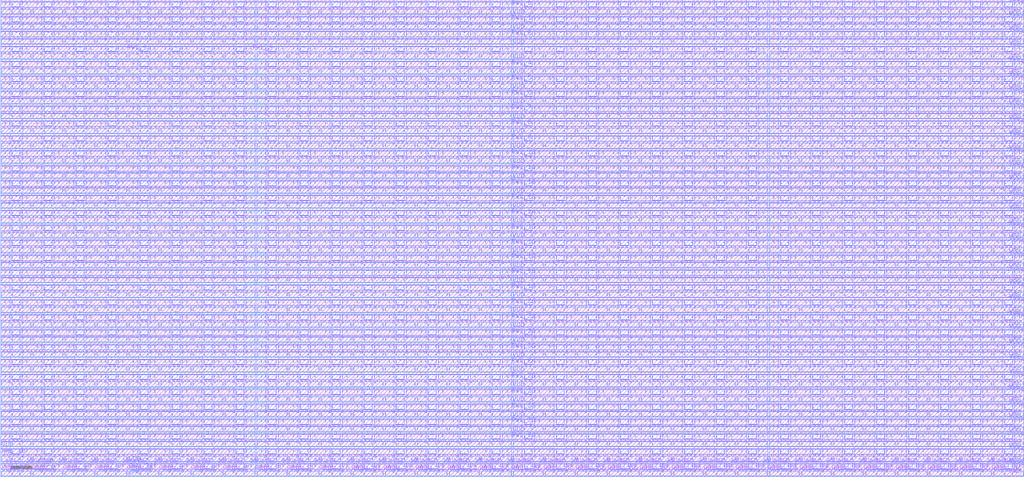
<source format=lef>
VERSION 5.7 ;
  NOWIREEXTENSIONATPIN ON ;
  DIVIDERCHAR "/" ;
  BUSBITCHARS "[]" ;
MACRO 10T_32x32_magic_flattened
  CLASS BLOCK ;
  FOREIGN 10T_32x32_magic_flattened ;
  ORIGIN 0.000 0.000 ;
  SIZE 92.660 BY 43.200 ;
  PIN RBL1_0
    DIRECTION OUTPUT ;
    USE SIGNAL ;
    ANTENNADIFFAREA 1.444800 ;
    PORT
      LAYER li1 ;
        RECT 0.000 42.040 0.075 42.250 ;
        RECT 0.000 40.690 0.075 40.900 ;
        RECT 0.000 39.340 0.075 39.550 ;
        RECT 0.000 37.990 0.075 38.200 ;
        RECT 0.000 36.640 0.075 36.850 ;
        RECT 0.000 35.290 0.075 35.500 ;
        RECT 0.000 33.940 0.075 34.150 ;
        RECT 0.000 32.590 0.075 32.800 ;
        RECT 0.000 31.240 0.075 31.450 ;
        RECT 0.000 29.890 0.075 30.100 ;
        RECT 0.000 28.540 0.075 28.750 ;
        RECT 0.000 27.190 0.075 27.400 ;
        RECT 0.000 25.840 0.075 26.050 ;
        RECT 0.000 24.490 0.075 24.700 ;
        RECT 0.000 23.140 0.075 23.350 ;
        RECT 0.000 21.790 0.075 22.000 ;
        RECT 0.000 20.440 0.075 20.650 ;
        RECT 0.000 19.090 0.075 19.300 ;
        RECT 0.000 17.740 0.075 17.950 ;
        RECT 0.000 16.390 0.075 16.600 ;
        RECT 0.000 15.040 0.075 15.250 ;
        RECT 0.000 13.690 0.075 13.900 ;
        RECT 0.000 12.340 0.075 12.550 ;
        RECT 0.000 10.990 0.075 11.200 ;
        RECT 0.000 9.640 0.075 9.850 ;
        RECT 0.000 8.290 0.075 8.500 ;
        RECT 0.000 6.940 0.075 7.150 ;
        RECT 0.000 5.590 0.075 5.800 ;
        RECT 0.000 4.240 0.075 4.450 ;
        RECT 0.000 2.890 0.075 3.100 ;
        RECT 0.000 1.540 0.075 1.750 ;
        RECT 0.000 0.190 0.075 0.400 ;
    END
  END RBL1_0
  PIN RBL0_0
    DIRECTION OUTPUT ;
    USE SIGNAL ;
    ANTENNADIFFAREA 1.444800 ;
    PORT
      LAYER li1 ;
        RECT 2.685 42.040 2.760 42.250 ;
        RECT 2.685 40.690 2.760 40.900 ;
        RECT 2.685 39.340 2.760 39.550 ;
        RECT 2.685 37.990 2.760 38.200 ;
        RECT 2.685 36.640 2.760 36.850 ;
        RECT 2.685 35.290 2.760 35.500 ;
        RECT 2.685 33.940 2.760 34.150 ;
        RECT 2.685 32.590 2.760 32.800 ;
        RECT 2.685 31.240 2.760 31.450 ;
        RECT 2.685 29.890 2.760 30.100 ;
        RECT 2.685 28.540 2.760 28.750 ;
        RECT 2.685 27.190 2.760 27.400 ;
        RECT 2.685 25.840 2.760 26.050 ;
        RECT 2.685 24.490 2.760 24.700 ;
        RECT 2.685 23.140 2.760 23.350 ;
        RECT 2.685 21.790 2.760 22.000 ;
        RECT 2.685 20.440 2.760 20.650 ;
        RECT 2.685 19.090 2.760 19.300 ;
        RECT 2.685 17.740 2.760 17.950 ;
        RECT 2.685 16.390 2.760 16.600 ;
        RECT 2.685 15.040 2.760 15.250 ;
        RECT 2.685 13.690 2.760 13.900 ;
        RECT 2.685 12.340 2.760 12.550 ;
        RECT 2.685 10.990 2.760 11.200 ;
        RECT 2.685 9.640 2.760 9.850 ;
        RECT 2.685 8.290 2.760 8.500 ;
        RECT 2.685 6.940 2.760 7.150 ;
        RECT 2.685 5.590 2.760 5.800 ;
        RECT 2.685 4.240 2.760 4.450 ;
        RECT 2.685 2.890 2.760 3.100 ;
        RECT 2.685 1.540 2.760 1.750 ;
        RECT 2.685 0.190 2.760 0.400 ;
    END
  END RBL0_0
  PIN RBL1_1
    DIRECTION OUTPUT ;
    USE SIGNAL ;
    ANTENNADIFFAREA 1.444800 ;
    PORT
      LAYER li1 ;
        RECT 2.900 42.040 2.975 42.250 ;
        RECT 2.900 40.690 2.975 40.900 ;
        RECT 2.900 39.340 2.975 39.550 ;
        RECT 2.900 37.990 2.975 38.200 ;
        RECT 2.900 36.640 2.975 36.850 ;
        RECT 2.900 35.290 2.975 35.500 ;
        RECT 2.900 33.940 2.975 34.150 ;
        RECT 2.900 32.590 2.975 32.800 ;
        RECT 2.900 31.240 2.975 31.450 ;
        RECT 2.900 29.890 2.975 30.100 ;
        RECT 2.900 28.540 2.975 28.750 ;
        RECT 2.900 27.190 2.975 27.400 ;
        RECT 2.900 25.840 2.975 26.050 ;
        RECT 2.900 24.490 2.975 24.700 ;
        RECT 2.900 23.140 2.975 23.350 ;
        RECT 2.900 21.790 2.975 22.000 ;
        RECT 2.900 20.440 2.975 20.650 ;
        RECT 2.900 19.090 2.975 19.300 ;
        RECT 2.900 17.740 2.975 17.950 ;
        RECT 2.900 16.390 2.975 16.600 ;
        RECT 2.900 15.040 2.975 15.250 ;
        RECT 2.900 13.690 2.975 13.900 ;
        RECT 2.900 12.340 2.975 12.550 ;
        RECT 2.900 10.990 2.975 11.200 ;
        RECT 2.900 9.640 2.975 9.850 ;
        RECT 2.900 8.290 2.975 8.500 ;
        RECT 2.900 6.940 2.975 7.150 ;
        RECT 2.900 5.590 2.975 5.800 ;
        RECT 2.900 4.240 2.975 4.450 ;
        RECT 2.900 2.890 2.975 3.100 ;
        RECT 2.900 1.540 2.975 1.750 ;
        RECT 2.900 0.190 2.975 0.400 ;
    END
  END RBL1_1
  PIN RBL0_1
    DIRECTION OUTPUT ;
    USE SIGNAL ;
    ANTENNADIFFAREA 1.444800 ;
    PORT
      LAYER li1 ;
        RECT 5.585 42.040 5.660 42.250 ;
        RECT 5.585 40.690 5.660 40.900 ;
        RECT 5.585 39.340 5.660 39.550 ;
        RECT 5.585 37.990 5.660 38.200 ;
        RECT 5.585 36.640 5.660 36.850 ;
        RECT 5.585 35.290 5.660 35.500 ;
        RECT 5.585 33.940 5.660 34.150 ;
        RECT 5.585 32.590 5.660 32.800 ;
        RECT 5.585 31.240 5.660 31.450 ;
        RECT 5.585 29.890 5.660 30.100 ;
        RECT 5.585 28.540 5.660 28.750 ;
        RECT 5.585 27.190 5.660 27.400 ;
        RECT 5.585 25.840 5.660 26.050 ;
        RECT 5.585 24.490 5.660 24.700 ;
        RECT 5.585 23.140 5.660 23.350 ;
        RECT 5.585 21.790 5.660 22.000 ;
        RECT 5.585 20.440 5.660 20.650 ;
        RECT 5.585 19.090 5.660 19.300 ;
        RECT 5.585 17.740 5.660 17.950 ;
        RECT 5.585 16.390 5.660 16.600 ;
        RECT 5.585 15.040 5.660 15.250 ;
        RECT 5.585 13.690 5.660 13.900 ;
        RECT 5.585 12.340 5.660 12.550 ;
        RECT 5.585 10.990 5.660 11.200 ;
        RECT 5.585 9.640 5.660 9.850 ;
        RECT 5.585 8.290 5.660 8.500 ;
        RECT 5.585 6.940 5.660 7.150 ;
        RECT 5.585 5.590 5.660 5.800 ;
        RECT 5.585 4.240 5.660 4.450 ;
        RECT 5.585 2.890 5.660 3.100 ;
        RECT 5.585 1.540 5.660 1.750 ;
        RECT 5.585 0.190 5.660 0.400 ;
    END
  END RBL0_1
  PIN RBL1_2
    DIRECTION OUTPUT ;
    USE SIGNAL ;
    ANTENNADIFFAREA 1.444800 ;
    PORT
      LAYER li1 ;
        RECT 5.800 42.040 5.875 42.250 ;
        RECT 5.800 40.690 5.875 40.900 ;
        RECT 5.800 39.340 5.875 39.550 ;
        RECT 5.800 37.990 5.875 38.200 ;
        RECT 5.800 36.640 5.875 36.850 ;
        RECT 5.800 35.290 5.875 35.500 ;
        RECT 5.800 33.940 5.875 34.150 ;
        RECT 5.800 32.590 5.875 32.800 ;
        RECT 5.800 31.240 5.875 31.450 ;
        RECT 5.800 29.890 5.875 30.100 ;
        RECT 5.800 28.540 5.875 28.750 ;
        RECT 5.800 27.190 5.875 27.400 ;
        RECT 5.800 25.840 5.875 26.050 ;
        RECT 5.800 24.490 5.875 24.700 ;
        RECT 5.800 23.140 5.875 23.350 ;
        RECT 5.800 21.790 5.875 22.000 ;
        RECT 5.800 20.440 5.875 20.650 ;
        RECT 5.800 19.090 5.875 19.300 ;
        RECT 5.800 17.740 5.875 17.950 ;
        RECT 5.800 16.390 5.875 16.600 ;
        RECT 5.800 15.040 5.875 15.250 ;
        RECT 5.800 13.690 5.875 13.900 ;
        RECT 5.800 12.340 5.875 12.550 ;
        RECT 5.800 10.990 5.875 11.200 ;
        RECT 5.800 9.640 5.875 9.850 ;
        RECT 5.800 8.290 5.875 8.500 ;
        RECT 5.800 6.940 5.875 7.150 ;
        RECT 5.800 5.590 5.875 5.800 ;
        RECT 5.800 4.240 5.875 4.450 ;
        RECT 5.800 2.890 5.875 3.100 ;
        RECT 5.800 1.540 5.875 1.750 ;
        RECT 5.800 0.190 5.875 0.400 ;
    END
  END RBL1_2
  PIN RBL0_2
    DIRECTION OUTPUT ;
    USE SIGNAL ;
    ANTENNADIFFAREA 1.444800 ;
    PORT
      LAYER li1 ;
        RECT 8.485 42.040 8.560 42.250 ;
        RECT 8.485 40.690 8.560 40.900 ;
        RECT 8.485 39.340 8.560 39.550 ;
        RECT 8.485 37.990 8.560 38.200 ;
        RECT 8.485 36.640 8.560 36.850 ;
        RECT 8.485 35.290 8.560 35.500 ;
        RECT 8.485 33.940 8.560 34.150 ;
        RECT 8.485 32.590 8.560 32.800 ;
        RECT 8.485 31.240 8.560 31.450 ;
        RECT 8.485 29.890 8.560 30.100 ;
        RECT 8.485 28.540 8.560 28.750 ;
        RECT 8.485 27.190 8.560 27.400 ;
        RECT 8.485 25.840 8.560 26.050 ;
        RECT 8.485 24.490 8.560 24.700 ;
        RECT 8.485 23.140 8.560 23.350 ;
        RECT 8.485 21.790 8.560 22.000 ;
        RECT 8.485 20.440 8.560 20.650 ;
        RECT 8.485 19.090 8.560 19.300 ;
        RECT 8.485 17.740 8.560 17.950 ;
        RECT 8.485 16.390 8.560 16.600 ;
        RECT 8.485 15.040 8.560 15.250 ;
        RECT 8.485 13.690 8.560 13.900 ;
        RECT 8.485 12.340 8.560 12.550 ;
        RECT 8.485 10.990 8.560 11.200 ;
        RECT 8.485 9.640 8.560 9.850 ;
        RECT 8.485 8.290 8.560 8.500 ;
        RECT 8.485 6.940 8.560 7.150 ;
        RECT 8.485 5.590 8.560 5.800 ;
        RECT 8.485 4.240 8.560 4.450 ;
        RECT 8.485 2.890 8.560 3.100 ;
        RECT 8.485 1.540 8.560 1.750 ;
        RECT 8.485 0.190 8.560 0.400 ;
    END
  END RBL0_2
  PIN RBL1_3
    DIRECTION OUTPUT ;
    USE SIGNAL ;
    ANTENNADIFFAREA 1.444800 ;
    PORT
      LAYER li1 ;
        RECT 8.700 42.040 8.775 42.250 ;
        RECT 8.700 40.690 8.775 40.900 ;
        RECT 8.700 39.340 8.775 39.550 ;
        RECT 8.700 37.990 8.775 38.200 ;
        RECT 8.700 36.640 8.775 36.850 ;
        RECT 8.700 35.290 8.775 35.500 ;
        RECT 8.700 33.940 8.775 34.150 ;
        RECT 8.700 32.590 8.775 32.800 ;
        RECT 8.700 31.240 8.775 31.450 ;
        RECT 8.700 29.890 8.775 30.100 ;
        RECT 8.700 28.540 8.775 28.750 ;
        RECT 8.700 27.190 8.775 27.400 ;
        RECT 8.700 25.840 8.775 26.050 ;
        RECT 8.700 24.490 8.775 24.700 ;
        RECT 8.700 23.140 8.775 23.350 ;
        RECT 8.700 21.790 8.775 22.000 ;
        RECT 8.700 20.440 8.775 20.650 ;
        RECT 8.700 19.090 8.775 19.300 ;
        RECT 8.700 17.740 8.775 17.950 ;
        RECT 8.700 16.390 8.775 16.600 ;
        RECT 8.700 15.040 8.775 15.250 ;
        RECT 8.700 13.690 8.775 13.900 ;
        RECT 8.700 12.340 8.775 12.550 ;
        RECT 8.700 10.990 8.775 11.200 ;
        RECT 8.700 9.640 8.775 9.850 ;
        RECT 8.700 8.290 8.775 8.500 ;
        RECT 8.700 6.940 8.775 7.150 ;
        RECT 8.700 5.590 8.775 5.800 ;
        RECT 8.700 4.240 8.775 4.450 ;
        RECT 8.700 2.890 8.775 3.100 ;
        RECT 8.700 1.540 8.775 1.750 ;
        RECT 8.700 0.190 8.775 0.400 ;
    END
  END RBL1_3
  PIN RBL0_3
    DIRECTION OUTPUT ;
    USE SIGNAL ;
    ANTENNADIFFAREA 1.444800 ;
    PORT
      LAYER li1 ;
        RECT 11.385 42.040 11.460 42.250 ;
        RECT 11.385 40.690 11.460 40.900 ;
        RECT 11.385 39.340 11.460 39.550 ;
        RECT 11.385 37.990 11.460 38.200 ;
        RECT 11.385 36.640 11.460 36.850 ;
        RECT 11.385 35.290 11.460 35.500 ;
        RECT 11.385 33.940 11.460 34.150 ;
        RECT 11.385 32.590 11.460 32.800 ;
        RECT 11.385 31.240 11.460 31.450 ;
        RECT 11.385 29.890 11.460 30.100 ;
        RECT 11.385 28.540 11.460 28.750 ;
        RECT 11.385 27.190 11.460 27.400 ;
        RECT 11.385 25.840 11.460 26.050 ;
        RECT 11.385 24.490 11.460 24.700 ;
        RECT 11.385 23.140 11.460 23.350 ;
        RECT 11.385 21.790 11.460 22.000 ;
        RECT 11.385 20.440 11.460 20.650 ;
        RECT 11.385 19.090 11.460 19.300 ;
        RECT 11.385 17.740 11.460 17.950 ;
        RECT 11.385 16.390 11.460 16.600 ;
        RECT 11.385 15.040 11.460 15.250 ;
        RECT 11.385 13.690 11.460 13.900 ;
        RECT 11.385 12.340 11.460 12.550 ;
        RECT 11.385 10.990 11.460 11.200 ;
        RECT 11.385 9.640 11.460 9.850 ;
        RECT 11.385 8.290 11.460 8.500 ;
        RECT 11.385 6.940 11.460 7.150 ;
        RECT 11.385 5.590 11.460 5.800 ;
        RECT 11.385 4.240 11.460 4.450 ;
        RECT 11.385 2.890 11.460 3.100 ;
        RECT 11.385 1.540 11.460 1.750 ;
        RECT 11.385 0.190 11.460 0.400 ;
    END
  END RBL0_3
  PIN RBL1_4
    DIRECTION OUTPUT ;
    USE SIGNAL ;
    ANTENNADIFFAREA 1.444800 ;
    PORT
      LAYER li1 ;
        RECT 11.600 42.040 11.675 42.250 ;
        RECT 11.600 40.690 11.675 40.900 ;
        RECT 11.600 39.340 11.675 39.550 ;
        RECT 11.600 37.990 11.675 38.200 ;
        RECT 11.600 36.640 11.675 36.850 ;
        RECT 11.600 35.290 11.675 35.500 ;
        RECT 11.600 33.940 11.675 34.150 ;
        RECT 11.600 32.590 11.675 32.800 ;
        RECT 11.600 31.240 11.675 31.450 ;
        RECT 11.600 29.890 11.675 30.100 ;
        RECT 11.600 28.540 11.675 28.750 ;
        RECT 11.600 27.190 11.675 27.400 ;
        RECT 11.600 25.840 11.675 26.050 ;
        RECT 11.600 24.490 11.675 24.700 ;
        RECT 11.600 23.140 11.675 23.350 ;
        RECT 11.600 21.790 11.675 22.000 ;
        RECT 11.600 20.440 11.675 20.650 ;
        RECT 11.600 19.090 11.675 19.300 ;
        RECT 11.600 17.740 11.675 17.950 ;
        RECT 11.600 16.390 11.675 16.600 ;
        RECT 11.600 15.040 11.675 15.250 ;
        RECT 11.600 13.690 11.675 13.900 ;
        RECT 11.600 12.340 11.675 12.550 ;
        RECT 11.600 10.990 11.675 11.200 ;
        RECT 11.600 9.640 11.675 9.850 ;
        RECT 11.600 8.290 11.675 8.500 ;
        RECT 11.600 6.940 11.675 7.150 ;
        RECT 11.600 5.590 11.675 5.800 ;
        RECT 11.600 4.240 11.675 4.450 ;
        RECT 11.600 2.890 11.675 3.100 ;
        RECT 11.600 1.540 11.675 1.750 ;
        RECT 11.600 0.190 11.675 0.400 ;
    END
  END RBL1_4
  PIN RBL0_4
    DIRECTION OUTPUT ;
    USE SIGNAL ;
    ANTENNADIFFAREA 1.444800 ;
    PORT
      LAYER li1 ;
        RECT 14.285 42.040 14.360 42.250 ;
        RECT 14.285 40.690 14.360 40.900 ;
        RECT 14.285 39.340 14.360 39.550 ;
        RECT 14.285 37.990 14.360 38.200 ;
        RECT 14.285 36.640 14.360 36.850 ;
        RECT 14.285 35.290 14.360 35.500 ;
        RECT 14.285 33.940 14.360 34.150 ;
        RECT 14.285 32.590 14.360 32.800 ;
        RECT 14.285 31.240 14.360 31.450 ;
        RECT 14.285 29.890 14.360 30.100 ;
        RECT 14.285 28.540 14.360 28.750 ;
        RECT 14.285 27.190 14.360 27.400 ;
        RECT 14.285 25.840 14.360 26.050 ;
        RECT 14.285 24.490 14.360 24.700 ;
        RECT 14.285 23.140 14.360 23.350 ;
        RECT 14.285 21.790 14.360 22.000 ;
        RECT 14.285 20.440 14.360 20.650 ;
        RECT 14.285 19.090 14.360 19.300 ;
        RECT 14.285 17.740 14.360 17.950 ;
        RECT 14.285 16.390 14.360 16.600 ;
        RECT 14.285 15.040 14.360 15.250 ;
        RECT 14.285 13.690 14.360 13.900 ;
        RECT 14.285 12.340 14.360 12.550 ;
        RECT 14.285 10.990 14.360 11.200 ;
        RECT 14.285 9.640 14.360 9.850 ;
        RECT 14.285 8.290 14.360 8.500 ;
        RECT 14.285 6.940 14.360 7.150 ;
        RECT 14.285 5.590 14.360 5.800 ;
        RECT 14.285 4.240 14.360 4.450 ;
        RECT 14.285 2.890 14.360 3.100 ;
        RECT 14.285 1.540 14.360 1.750 ;
        RECT 14.285 0.190 14.360 0.400 ;
    END
  END RBL0_4
  PIN RBL1_5
    DIRECTION OUTPUT ;
    USE SIGNAL ;
    ANTENNADIFFAREA 1.444800 ;
    PORT
      LAYER li1 ;
        RECT 14.500 42.040 14.575 42.250 ;
        RECT 14.500 40.690 14.575 40.900 ;
        RECT 14.500 39.340 14.575 39.550 ;
        RECT 14.500 37.990 14.575 38.200 ;
        RECT 14.500 36.640 14.575 36.850 ;
        RECT 14.500 35.290 14.575 35.500 ;
        RECT 14.500 33.940 14.575 34.150 ;
        RECT 14.500 32.590 14.575 32.800 ;
        RECT 14.500 31.240 14.575 31.450 ;
        RECT 14.500 29.890 14.575 30.100 ;
        RECT 14.500 28.540 14.575 28.750 ;
        RECT 14.500 27.190 14.575 27.400 ;
        RECT 14.500 25.840 14.575 26.050 ;
        RECT 14.500 24.490 14.575 24.700 ;
        RECT 14.500 23.140 14.575 23.350 ;
        RECT 14.500 21.790 14.575 22.000 ;
        RECT 14.500 20.440 14.575 20.650 ;
        RECT 14.500 19.090 14.575 19.300 ;
        RECT 14.500 17.740 14.575 17.950 ;
        RECT 14.500 16.390 14.575 16.600 ;
        RECT 14.500 15.040 14.575 15.250 ;
        RECT 14.500 13.690 14.575 13.900 ;
        RECT 14.500 12.340 14.575 12.550 ;
        RECT 14.500 10.990 14.575 11.200 ;
        RECT 14.500 9.640 14.575 9.850 ;
        RECT 14.500 8.290 14.575 8.500 ;
        RECT 14.500 6.940 14.575 7.150 ;
        RECT 14.500 5.590 14.575 5.800 ;
        RECT 14.500 4.240 14.575 4.450 ;
        RECT 14.500 2.890 14.575 3.100 ;
        RECT 14.500 1.540 14.575 1.750 ;
        RECT 14.500 0.190 14.575 0.400 ;
    END
  END RBL1_5
  PIN RBL0_5
    DIRECTION OUTPUT ;
    USE SIGNAL ;
    ANTENNADIFFAREA 1.444800 ;
    PORT
      LAYER li1 ;
        RECT 17.185 42.040 17.260 42.250 ;
        RECT 17.185 40.690 17.260 40.900 ;
        RECT 17.185 39.340 17.260 39.550 ;
        RECT 17.185 37.990 17.260 38.200 ;
        RECT 17.185 36.640 17.260 36.850 ;
        RECT 17.185 35.290 17.260 35.500 ;
        RECT 17.185 33.940 17.260 34.150 ;
        RECT 17.185 32.590 17.260 32.800 ;
        RECT 17.185 31.240 17.260 31.450 ;
        RECT 17.185 29.890 17.260 30.100 ;
        RECT 17.185 28.540 17.260 28.750 ;
        RECT 17.185 27.190 17.260 27.400 ;
        RECT 17.185 25.840 17.260 26.050 ;
        RECT 17.185 24.490 17.260 24.700 ;
        RECT 17.185 23.140 17.260 23.350 ;
        RECT 17.185 21.790 17.260 22.000 ;
        RECT 17.185 20.440 17.260 20.650 ;
        RECT 17.185 19.090 17.260 19.300 ;
        RECT 17.185 17.740 17.260 17.950 ;
        RECT 17.185 16.390 17.260 16.600 ;
        RECT 17.185 15.040 17.260 15.250 ;
        RECT 17.185 13.690 17.260 13.900 ;
        RECT 17.185 12.340 17.260 12.550 ;
        RECT 17.185 10.990 17.260 11.200 ;
        RECT 17.185 9.640 17.260 9.850 ;
        RECT 17.185 8.290 17.260 8.500 ;
        RECT 17.185 6.940 17.260 7.150 ;
        RECT 17.185 5.590 17.260 5.800 ;
        RECT 17.185 4.240 17.260 4.450 ;
        RECT 17.185 2.890 17.260 3.100 ;
        RECT 17.185 1.540 17.260 1.750 ;
        RECT 17.185 0.190 17.260 0.400 ;
    END
  END RBL0_5
  PIN RBL1_6
    DIRECTION OUTPUT ;
    USE SIGNAL ;
    ANTENNADIFFAREA 1.444800 ;
    PORT
      LAYER li1 ;
        RECT 17.400 42.040 17.475 42.250 ;
        RECT 17.400 40.690 17.475 40.900 ;
        RECT 17.400 39.340 17.475 39.550 ;
        RECT 17.400 37.990 17.475 38.200 ;
        RECT 17.400 36.640 17.475 36.850 ;
        RECT 17.400 35.290 17.475 35.500 ;
        RECT 17.400 33.940 17.475 34.150 ;
        RECT 17.400 32.590 17.475 32.800 ;
        RECT 17.400 31.240 17.475 31.450 ;
        RECT 17.400 29.890 17.475 30.100 ;
        RECT 17.400 28.540 17.475 28.750 ;
        RECT 17.400 27.190 17.475 27.400 ;
        RECT 17.400 25.840 17.475 26.050 ;
        RECT 17.400 24.490 17.475 24.700 ;
        RECT 17.400 23.140 17.475 23.350 ;
        RECT 17.400 21.790 17.475 22.000 ;
        RECT 17.400 20.440 17.475 20.650 ;
        RECT 17.400 19.090 17.475 19.300 ;
        RECT 17.400 17.740 17.475 17.950 ;
        RECT 17.400 16.390 17.475 16.600 ;
        RECT 17.400 15.040 17.475 15.250 ;
        RECT 17.400 13.690 17.475 13.900 ;
        RECT 17.400 12.340 17.475 12.550 ;
        RECT 17.400 10.990 17.475 11.200 ;
        RECT 17.400 9.640 17.475 9.850 ;
        RECT 17.400 8.290 17.475 8.500 ;
        RECT 17.400 6.940 17.475 7.150 ;
        RECT 17.400 5.590 17.475 5.800 ;
        RECT 17.400 4.240 17.475 4.450 ;
        RECT 17.400 2.890 17.475 3.100 ;
        RECT 17.400 1.540 17.475 1.750 ;
        RECT 17.400 0.190 17.475 0.400 ;
    END
  END RBL1_6
  PIN RBL0_6
    DIRECTION OUTPUT ;
    USE SIGNAL ;
    ANTENNADIFFAREA 1.444800 ;
    PORT
      LAYER li1 ;
        RECT 20.085 42.040 20.160 42.250 ;
        RECT 20.085 40.690 20.160 40.900 ;
        RECT 20.085 39.340 20.160 39.550 ;
        RECT 20.085 37.990 20.160 38.200 ;
        RECT 20.085 36.640 20.160 36.850 ;
        RECT 20.085 35.290 20.160 35.500 ;
        RECT 20.085 33.940 20.160 34.150 ;
        RECT 20.085 32.590 20.160 32.800 ;
        RECT 20.085 31.240 20.160 31.450 ;
        RECT 20.085 29.890 20.160 30.100 ;
        RECT 20.085 28.540 20.160 28.750 ;
        RECT 20.085 27.190 20.160 27.400 ;
        RECT 20.085 25.840 20.160 26.050 ;
        RECT 20.085 24.490 20.160 24.700 ;
        RECT 20.085 23.140 20.160 23.350 ;
        RECT 20.085 21.790 20.160 22.000 ;
        RECT 20.085 20.440 20.160 20.650 ;
        RECT 20.085 19.090 20.160 19.300 ;
        RECT 20.085 17.740 20.160 17.950 ;
        RECT 20.085 16.390 20.160 16.600 ;
        RECT 20.085 15.040 20.160 15.250 ;
        RECT 20.085 13.690 20.160 13.900 ;
        RECT 20.085 12.340 20.160 12.550 ;
        RECT 20.085 10.990 20.160 11.200 ;
        RECT 20.085 9.640 20.160 9.850 ;
        RECT 20.085 8.290 20.160 8.500 ;
        RECT 20.085 6.940 20.160 7.150 ;
        RECT 20.085 5.590 20.160 5.800 ;
        RECT 20.085 4.240 20.160 4.450 ;
        RECT 20.085 2.890 20.160 3.100 ;
        RECT 20.085 1.540 20.160 1.750 ;
        RECT 20.085 0.190 20.160 0.400 ;
    END
  END RBL0_6
  PIN RBL1_7
    DIRECTION OUTPUT ;
    USE SIGNAL ;
    ANTENNADIFFAREA 1.444800 ;
    PORT
      LAYER li1 ;
        RECT 20.300 42.040 20.375 42.250 ;
        RECT 20.300 40.690 20.375 40.900 ;
        RECT 20.300 39.340 20.375 39.550 ;
        RECT 20.300 37.990 20.375 38.200 ;
        RECT 20.300 36.640 20.375 36.850 ;
        RECT 20.300 35.290 20.375 35.500 ;
        RECT 20.300 33.940 20.375 34.150 ;
        RECT 20.300 32.590 20.375 32.800 ;
        RECT 20.300 31.240 20.375 31.450 ;
        RECT 20.300 29.890 20.375 30.100 ;
        RECT 20.300 28.540 20.375 28.750 ;
        RECT 20.300 27.190 20.375 27.400 ;
        RECT 20.300 25.840 20.375 26.050 ;
        RECT 20.300 24.490 20.375 24.700 ;
        RECT 20.300 23.140 20.375 23.350 ;
        RECT 20.300 21.790 20.375 22.000 ;
        RECT 20.300 20.440 20.375 20.650 ;
        RECT 20.300 19.090 20.375 19.300 ;
        RECT 20.300 17.740 20.375 17.950 ;
        RECT 20.300 16.390 20.375 16.600 ;
        RECT 20.300 15.040 20.375 15.250 ;
        RECT 20.300 13.690 20.375 13.900 ;
        RECT 20.300 12.340 20.375 12.550 ;
        RECT 20.300 10.990 20.375 11.200 ;
        RECT 20.300 9.640 20.375 9.850 ;
        RECT 20.300 8.290 20.375 8.500 ;
        RECT 20.300 6.940 20.375 7.150 ;
        RECT 20.300 5.590 20.375 5.800 ;
        RECT 20.300 4.240 20.375 4.450 ;
        RECT 20.300 2.890 20.375 3.100 ;
        RECT 20.300 1.540 20.375 1.750 ;
        RECT 20.300 0.190 20.375 0.400 ;
    END
  END RBL1_7
  PIN RBL0_7
    DIRECTION OUTPUT ;
    USE SIGNAL ;
    ANTENNADIFFAREA 1.444800 ;
    PORT
      LAYER li1 ;
        RECT 22.985 42.040 23.060 42.250 ;
        RECT 22.985 40.690 23.060 40.900 ;
        RECT 22.985 39.340 23.060 39.550 ;
        RECT 22.985 37.990 23.060 38.200 ;
        RECT 22.985 36.640 23.060 36.850 ;
        RECT 22.985 35.290 23.060 35.500 ;
        RECT 22.985 33.940 23.060 34.150 ;
        RECT 22.985 32.590 23.060 32.800 ;
        RECT 22.985 31.240 23.060 31.450 ;
        RECT 22.985 29.890 23.060 30.100 ;
        RECT 22.985 28.540 23.060 28.750 ;
        RECT 22.985 27.190 23.060 27.400 ;
        RECT 22.985 25.840 23.060 26.050 ;
        RECT 22.985 24.490 23.060 24.700 ;
        RECT 22.985 23.140 23.060 23.350 ;
        RECT 22.985 21.790 23.060 22.000 ;
        RECT 22.985 20.440 23.060 20.650 ;
        RECT 22.985 19.090 23.060 19.300 ;
        RECT 22.985 17.740 23.060 17.950 ;
        RECT 22.985 16.390 23.060 16.600 ;
        RECT 22.985 15.040 23.060 15.250 ;
        RECT 22.985 13.690 23.060 13.900 ;
        RECT 22.985 12.340 23.060 12.550 ;
        RECT 22.985 10.990 23.060 11.200 ;
        RECT 22.985 9.640 23.060 9.850 ;
        RECT 22.985 8.290 23.060 8.500 ;
        RECT 22.985 6.940 23.060 7.150 ;
        RECT 22.985 5.590 23.060 5.800 ;
        RECT 22.985 4.240 23.060 4.450 ;
        RECT 22.985 2.890 23.060 3.100 ;
        RECT 22.985 1.540 23.060 1.750 ;
        RECT 22.985 0.190 23.060 0.400 ;
    END
  END RBL0_7
  PIN RBL1_8
    DIRECTION OUTPUT ;
    USE SIGNAL ;
    ANTENNADIFFAREA 1.444800 ;
    PORT
      LAYER li1 ;
        RECT 23.200 42.040 23.275 42.250 ;
        RECT 23.200 40.690 23.275 40.900 ;
        RECT 23.200 39.340 23.275 39.550 ;
        RECT 23.200 37.990 23.275 38.200 ;
        RECT 23.200 36.640 23.275 36.850 ;
        RECT 23.200 35.290 23.275 35.500 ;
        RECT 23.200 33.940 23.275 34.150 ;
        RECT 23.200 32.590 23.275 32.800 ;
        RECT 23.200 31.240 23.275 31.450 ;
        RECT 23.200 29.890 23.275 30.100 ;
        RECT 23.200 28.540 23.275 28.750 ;
        RECT 23.200 27.190 23.275 27.400 ;
        RECT 23.200 25.840 23.275 26.050 ;
        RECT 23.200 24.490 23.275 24.700 ;
        RECT 23.200 23.140 23.275 23.350 ;
        RECT 23.200 21.790 23.275 22.000 ;
        RECT 23.200 20.440 23.275 20.650 ;
        RECT 23.200 19.090 23.275 19.300 ;
        RECT 23.200 17.740 23.275 17.950 ;
        RECT 23.200 16.390 23.275 16.600 ;
        RECT 23.200 15.040 23.275 15.250 ;
        RECT 23.200 13.690 23.275 13.900 ;
        RECT 23.200 12.340 23.275 12.550 ;
        RECT 23.200 10.990 23.275 11.200 ;
        RECT 23.200 9.640 23.275 9.850 ;
        RECT 23.200 8.290 23.275 8.500 ;
        RECT 23.200 6.940 23.275 7.150 ;
        RECT 23.200 5.590 23.275 5.800 ;
        RECT 23.200 4.240 23.275 4.450 ;
        RECT 23.200 2.890 23.275 3.100 ;
        RECT 23.200 1.545 23.275 1.755 ;
        RECT 23.200 0.195 23.275 0.405 ;
    END
  END RBL1_8
  PIN RBL0_8
    DIRECTION OUTPUT ;
    USE SIGNAL ;
    ANTENNADIFFAREA 1.445175 ;
    PORT
      LAYER li1 ;
        RECT 25.885 42.040 25.960 42.250 ;
        RECT 25.885 40.690 25.960 40.900 ;
        RECT 25.885 39.340 25.960 39.550 ;
        RECT 25.885 37.990 25.960 38.200 ;
        RECT 25.885 36.640 25.960 36.850 ;
        RECT 25.885 35.290 25.960 35.500 ;
        RECT 25.885 33.940 25.960 34.150 ;
        RECT 25.885 32.590 25.960 32.800 ;
        RECT 25.885 31.240 25.960 31.450 ;
        RECT 25.885 29.890 25.960 30.100 ;
        RECT 25.885 28.540 25.960 28.750 ;
        RECT 25.885 27.190 25.960 27.400 ;
        RECT 25.885 25.840 25.960 26.050 ;
        RECT 25.885 24.490 25.960 24.700 ;
        RECT 25.885 23.140 25.960 23.350 ;
        RECT 25.885 21.790 25.960 22.000 ;
        RECT 25.885 20.440 25.960 20.650 ;
        RECT 25.885 19.090 25.960 19.300 ;
        RECT 25.885 17.740 25.960 17.950 ;
        RECT 25.885 16.390 25.960 16.600 ;
        RECT 25.885 15.040 25.960 15.250 ;
        RECT 25.885 13.690 25.960 13.900 ;
        RECT 25.885 12.340 25.960 12.550 ;
        RECT 25.885 10.990 25.960 11.200 ;
        RECT 25.885 9.640 25.960 9.850 ;
        RECT 25.885 8.290 25.960 8.500 ;
        RECT 25.885 6.940 25.960 7.150 ;
        RECT 25.885 5.590 25.960 5.800 ;
        RECT 25.885 4.240 25.960 4.450 ;
        RECT 25.885 2.890 25.960 3.100 ;
        RECT 25.885 1.545 25.960 1.755 ;
        RECT 25.885 0.190 25.960 0.405 ;
    END
  END RBL0_8
  PIN RBL1_9
    DIRECTION OUTPUT ;
    USE SIGNAL ;
    ANTENNADIFFAREA 1.445175 ;
    PORT
      LAYER li1 ;
        RECT 26.100 42.040 26.175 42.250 ;
        RECT 26.100 40.690 26.175 40.900 ;
        RECT 26.100 39.340 26.175 39.550 ;
        RECT 26.100 37.990 26.175 38.200 ;
        RECT 26.100 36.640 26.175 36.850 ;
        RECT 26.100 35.290 26.175 35.500 ;
        RECT 26.100 33.940 26.175 34.150 ;
        RECT 26.100 32.590 26.175 32.800 ;
        RECT 26.100 31.240 26.175 31.450 ;
        RECT 26.100 29.890 26.175 30.100 ;
        RECT 26.100 28.540 26.175 28.750 ;
        RECT 26.100 27.190 26.175 27.400 ;
        RECT 26.100 25.840 26.175 26.050 ;
        RECT 26.100 24.490 26.175 24.700 ;
        RECT 26.100 23.140 26.175 23.350 ;
        RECT 26.100 21.790 26.175 22.000 ;
        RECT 26.100 20.440 26.175 20.650 ;
        RECT 26.100 19.090 26.175 19.300 ;
        RECT 26.100 17.740 26.175 17.950 ;
        RECT 26.100 16.390 26.175 16.600 ;
        RECT 26.100 15.040 26.175 15.250 ;
        RECT 26.100 13.690 26.175 13.900 ;
        RECT 26.100 12.340 26.175 12.550 ;
        RECT 26.100 10.990 26.175 11.200 ;
        RECT 26.100 9.640 26.175 9.850 ;
        RECT 26.100 8.290 26.175 8.500 ;
        RECT 26.100 6.940 26.175 7.150 ;
        RECT 26.100 5.590 26.175 5.800 ;
        RECT 26.100 4.240 26.175 4.450 ;
        RECT 26.100 2.890 26.175 3.100 ;
        RECT 26.100 1.545 26.175 1.755 ;
        RECT 26.100 0.190 26.175 0.405 ;
    END
  END RBL1_9
  PIN RBL0_9
    DIRECTION OUTPUT ;
    USE SIGNAL ;
    ANTENNADIFFAREA 1.445175 ;
    PORT
      LAYER li1 ;
        RECT 28.785 42.040 28.860 42.250 ;
        RECT 28.785 40.690 28.860 40.900 ;
        RECT 28.785 39.340 28.860 39.550 ;
        RECT 28.785 37.990 28.860 38.200 ;
        RECT 28.785 36.640 28.860 36.850 ;
        RECT 28.785 35.290 28.860 35.500 ;
        RECT 28.785 33.940 28.860 34.150 ;
        RECT 28.785 32.590 28.860 32.800 ;
        RECT 28.785 31.240 28.860 31.450 ;
        RECT 28.785 29.890 28.860 30.100 ;
        RECT 28.785 28.540 28.860 28.750 ;
        RECT 28.785 27.190 28.860 27.400 ;
        RECT 28.785 25.840 28.860 26.050 ;
        RECT 28.785 24.490 28.860 24.700 ;
        RECT 28.785 23.140 28.860 23.350 ;
        RECT 28.785 21.790 28.860 22.000 ;
        RECT 28.785 20.440 28.860 20.650 ;
        RECT 28.785 19.090 28.860 19.300 ;
        RECT 28.785 17.740 28.860 17.950 ;
        RECT 28.785 16.390 28.860 16.600 ;
        RECT 28.785 15.040 28.860 15.250 ;
        RECT 28.785 13.690 28.860 13.900 ;
        RECT 28.785 12.340 28.860 12.550 ;
        RECT 28.785 10.990 28.860 11.200 ;
        RECT 28.785 9.640 28.860 9.850 ;
        RECT 28.785 8.290 28.860 8.500 ;
        RECT 28.785 6.940 28.860 7.150 ;
        RECT 28.785 5.590 28.860 5.800 ;
        RECT 28.785 4.240 28.860 4.450 ;
        RECT 28.785 2.890 28.860 3.100 ;
        RECT 28.785 1.545 28.860 1.755 ;
        RECT 28.785 0.190 28.860 0.405 ;
    END
  END RBL0_9
  PIN RBL1_10
    DIRECTION OUTPUT ;
    USE SIGNAL ;
    ANTENNADIFFAREA 1.445175 ;
    PORT
      LAYER li1 ;
        RECT 29.000 42.040 29.075 42.250 ;
        RECT 29.000 40.690 29.075 40.900 ;
        RECT 29.000 39.340 29.075 39.550 ;
        RECT 29.000 37.990 29.075 38.200 ;
        RECT 29.000 36.640 29.075 36.850 ;
        RECT 29.000 35.290 29.075 35.500 ;
        RECT 29.000 33.940 29.075 34.150 ;
        RECT 29.000 32.590 29.075 32.800 ;
        RECT 29.000 31.240 29.075 31.450 ;
        RECT 29.000 29.890 29.075 30.100 ;
        RECT 29.000 28.540 29.075 28.750 ;
        RECT 29.000 27.190 29.075 27.400 ;
        RECT 29.000 25.840 29.075 26.050 ;
        RECT 29.000 24.490 29.075 24.700 ;
        RECT 29.000 23.140 29.075 23.350 ;
        RECT 29.000 21.790 29.075 22.000 ;
        RECT 29.000 20.440 29.075 20.650 ;
        RECT 29.000 19.090 29.075 19.300 ;
        RECT 29.000 17.740 29.075 17.950 ;
        RECT 29.000 16.390 29.075 16.600 ;
        RECT 29.000 15.040 29.075 15.250 ;
        RECT 29.000 13.690 29.075 13.900 ;
        RECT 29.000 12.340 29.075 12.550 ;
        RECT 29.000 10.990 29.075 11.200 ;
        RECT 29.000 9.640 29.075 9.850 ;
        RECT 29.000 8.290 29.075 8.500 ;
        RECT 29.000 6.940 29.075 7.150 ;
        RECT 29.000 5.590 29.075 5.800 ;
        RECT 29.000 4.240 29.075 4.450 ;
        RECT 29.000 2.890 29.075 3.100 ;
        RECT 29.000 1.545 29.075 1.755 ;
        RECT 29.000 0.190 29.075 0.405 ;
    END
  END RBL1_10
  PIN RBL0_10
    DIRECTION OUTPUT ;
    USE SIGNAL ;
    ANTENNADIFFAREA 1.445175 ;
    PORT
      LAYER li1 ;
        RECT 31.685 42.040 31.760 42.250 ;
        RECT 31.685 40.690 31.760 40.900 ;
        RECT 31.685 39.340 31.760 39.550 ;
        RECT 31.685 37.990 31.760 38.200 ;
        RECT 31.685 36.640 31.760 36.850 ;
        RECT 31.685 35.290 31.760 35.500 ;
        RECT 31.685 33.940 31.760 34.150 ;
        RECT 31.685 32.590 31.760 32.800 ;
        RECT 31.685 31.240 31.760 31.450 ;
        RECT 31.685 29.890 31.760 30.100 ;
        RECT 31.685 28.540 31.760 28.750 ;
        RECT 31.685 27.190 31.760 27.400 ;
        RECT 31.685 25.840 31.760 26.050 ;
        RECT 31.685 24.490 31.760 24.700 ;
        RECT 31.685 23.140 31.760 23.350 ;
        RECT 31.685 21.790 31.760 22.000 ;
        RECT 31.685 20.440 31.760 20.650 ;
        RECT 31.685 19.090 31.760 19.300 ;
        RECT 31.685 17.740 31.760 17.950 ;
        RECT 31.685 16.390 31.760 16.600 ;
        RECT 31.685 15.040 31.760 15.250 ;
        RECT 31.685 13.690 31.760 13.900 ;
        RECT 31.685 12.340 31.760 12.550 ;
        RECT 31.685 10.990 31.760 11.200 ;
        RECT 31.685 9.640 31.760 9.850 ;
        RECT 31.685 8.290 31.760 8.500 ;
        RECT 31.685 6.940 31.760 7.150 ;
        RECT 31.685 5.590 31.760 5.800 ;
        RECT 31.685 4.240 31.760 4.450 ;
        RECT 31.685 2.890 31.760 3.100 ;
        RECT 31.685 1.545 31.760 1.755 ;
        RECT 31.685 0.190 31.760 0.405 ;
    END
  END RBL0_10
  PIN RBL1_11
    DIRECTION OUTPUT ;
    USE SIGNAL ;
    ANTENNADIFFAREA 1.445175 ;
    PORT
      LAYER li1 ;
        RECT 31.900 42.040 31.975 42.250 ;
        RECT 31.900 40.690 31.975 40.900 ;
        RECT 31.900 39.340 31.975 39.550 ;
        RECT 31.900 37.990 31.975 38.200 ;
        RECT 31.900 36.640 31.975 36.850 ;
        RECT 31.900 35.290 31.975 35.500 ;
        RECT 31.900 33.940 31.975 34.150 ;
        RECT 31.900 32.590 31.975 32.800 ;
        RECT 31.900 31.240 31.975 31.450 ;
        RECT 31.900 29.890 31.975 30.100 ;
        RECT 31.900 28.540 31.975 28.750 ;
        RECT 31.900 27.190 31.975 27.400 ;
        RECT 31.900 25.840 31.975 26.050 ;
        RECT 31.900 24.490 31.975 24.700 ;
        RECT 31.900 23.140 31.975 23.350 ;
        RECT 31.900 21.790 31.975 22.000 ;
        RECT 31.900 20.440 31.975 20.650 ;
        RECT 31.900 19.090 31.975 19.300 ;
        RECT 31.900 17.740 31.975 17.950 ;
        RECT 31.900 16.390 31.975 16.600 ;
        RECT 31.900 15.040 31.975 15.250 ;
        RECT 31.900 13.690 31.975 13.900 ;
        RECT 31.900 12.340 31.975 12.550 ;
        RECT 31.900 10.990 31.975 11.200 ;
        RECT 31.900 9.640 31.975 9.850 ;
        RECT 31.900 8.290 31.975 8.500 ;
        RECT 31.900 6.940 31.975 7.150 ;
        RECT 31.900 5.590 31.975 5.800 ;
        RECT 31.900 4.240 31.975 4.450 ;
        RECT 31.900 2.890 31.975 3.100 ;
        RECT 31.900 1.545 31.975 1.755 ;
        RECT 31.900 0.190 31.975 0.405 ;
    END
  END RBL1_11
  PIN RBL0_11
    DIRECTION OUTPUT ;
    USE SIGNAL ;
    ANTENNADIFFAREA 1.445175 ;
    PORT
      LAYER li1 ;
        RECT 34.585 42.040 34.660 42.250 ;
        RECT 34.585 40.690 34.660 40.900 ;
        RECT 34.585 39.340 34.660 39.550 ;
        RECT 34.585 37.990 34.660 38.200 ;
        RECT 34.585 36.640 34.660 36.850 ;
        RECT 34.585 35.290 34.660 35.500 ;
        RECT 34.585 33.940 34.660 34.150 ;
        RECT 34.585 32.590 34.660 32.800 ;
        RECT 34.585 31.240 34.660 31.450 ;
        RECT 34.585 29.890 34.660 30.100 ;
        RECT 34.585 28.540 34.660 28.750 ;
        RECT 34.585 27.190 34.660 27.400 ;
        RECT 34.585 25.840 34.660 26.050 ;
        RECT 34.585 24.490 34.660 24.700 ;
        RECT 34.585 23.140 34.660 23.350 ;
        RECT 34.585 21.790 34.660 22.000 ;
        RECT 34.585 20.440 34.660 20.650 ;
        RECT 34.585 19.090 34.660 19.300 ;
        RECT 34.585 17.740 34.660 17.950 ;
        RECT 34.585 16.390 34.660 16.600 ;
        RECT 34.585 15.040 34.660 15.250 ;
        RECT 34.585 13.690 34.660 13.900 ;
        RECT 34.585 12.340 34.660 12.550 ;
        RECT 34.585 10.990 34.660 11.200 ;
        RECT 34.585 9.640 34.660 9.850 ;
        RECT 34.585 8.290 34.660 8.500 ;
        RECT 34.585 6.940 34.660 7.150 ;
        RECT 34.585 5.590 34.660 5.800 ;
        RECT 34.585 4.240 34.660 4.450 ;
        RECT 34.585 2.890 34.660 3.100 ;
        RECT 34.585 1.545 34.660 1.755 ;
        RECT 34.585 0.190 34.660 0.405 ;
    END
  END RBL0_11
  PIN RBL1_12
    DIRECTION OUTPUT ;
    USE SIGNAL ;
    ANTENNADIFFAREA 1.445175 ;
    PORT
      LAYER li1 ;
        RECT 34.800 42.040 34.875 42.250 ;
        RECT 34.800 40.690 34.875 40.900 ;
        RECT 34.800 39.340 34.875 39.550 ;
        RECT 34.800 37.990 34.875 38.200 ;
        RECT 34.800 36.640 34.875 36.850 ;
        RECT 34.800 35.290 34.875 35.500 ;
        RECT 34.800 33.940 34.875 34.150 ;
        RECT 34.800 32.590 34.875 32.800 ;
        RECT 34.800 31.240 34.875 31.450 ;
        RECT 34.800 29.890 34.875 30.100 ;
        RECT 34.800 28.540 34.875 28.750 ;
        RECT 34.800 27.190 34.875 27.400 ;
        RECT 34.800 25.840 34.875 26.050 ;
        RECT 34.800 24.490 34.875 24.700 ;
        RECT 34.800 23.140 34.875 23.350 ;
        RECT 34.800 21.790 34.875 22.000 ;
        RECT 34.800 20.440 34.875 20.650 ;
        RECT 34.800 19.090 34.875 19.300 ;
        RECT 34.800 17.740 34.875 17.950 ;
        RECT 34.800 16.390 34.875 16.600 ;
        RECT 34.800 15.040 34.875 15.250 ;
        RECT 34.800 13.690 34.875 13.900 ;
        RECT 34.800 12.340 34.875 12.550 ;
        RECT 34.800 10.990 34.875 11.200 ;
        RECT 34.800 9.640 34.875 9.850 ;
        RECT 34.800 8.290 34.875 8.500 ;
        RECT 34.800 6.940 34.875 7.150 ;
        RECT 34.800 5.590 34.875 5.800 ;
        RECT 34.800 4.240 34.875 4.450 ;
        RECT 34.800 2.890 34.875 3.100 ;
        RECT 34.800 1.545 34.875 1.755 ;
        RECT 34.800 0.190 34.875 0.405 ;
    END
  END RBL1_12
  PIN RBL0_12
    DIRECTION OUTPUT ;
    USE SIGNAL ;
    ANTENNADIFFAREA 1.445175 ;
    PORT
      LAYER li1 ;
        RECT 37.485 42.040 37.560 42.250 ;
        RECT 37.485 40.690 37.560 40.900 ;
        RECT 37.485 39.340 37.560 39.550 ;
        RECT 37.485 37.990 37.560 38.200 ;
        RECT 37.485 36.640 37.560 36.850 ;
        RECT 37.485 35.290 37.560 35.500 ;
        RECT 37.485 33.940 37.560 34.150 ;
        RECT 37.485 32.590 37.560 32.800 ;
        RECT 37.485 31.240 37.560 31.450 ;
        RECT 37.485 29.890 37.560 30.100 ;
        RECT 37.485 28.540 37.560 28.750 ;
        RECT 37.485 27.190 37.560 27.400 ;
        RECT 37.485 25.840 37.560 26.050 ;
        RECT 37.485 24.490 37.560 24.700 ;
        RECT 37.485 23.140 37.560 23.350 ;
        RECT 37.485 21.790 37.560 22.000 ;
        RECT 37.485 20.440 37.560 20.650 ;
        RECT 37.485 19.090 37.560 19.300 ;
        RECT 37.485 17.740 37.560 17.950 ;
        RECT 37.485 16.390 37.560 16.600 ;
        RECT 37.485 15.040 37.560 15.250 ;
        RECT 37.485 13.690 37.560 13.900 ;
        RECT 37.485 12.340 37.560 12.550 ;
        RECT 37.485 10.990 37.560 11.200 ;
        RECT 37.485 9.640 37.560 9.850 ;
        RECT 37.485 8.290 37.560 8.500 ;
        RECT 37.485 6.940 37.560 7.150 ;
        RECT 37.485 5.590 37.560 5.800 ;
        RECT 37.485 4.240 37.560 4.450 ;
        RECT 37.485 2.890 37.560 3.100 ;
        RECT 37.485 1.545 37.560 1.755 ;
        RECT 37.485 0.190 37.560 0.405 ;
    END
  END RBL0_12
  PIN RBL1_13
    DIRECTION OUTPUT ;
    USE SIGNAL ;
    ANTENNADIFFAREA 1.445175 ;
    PORT
      LAYER li1 ;
        RECT 37.700 42.040 37.775 42.250 ;
        RECT 37.700 40.690 37.775 40.900 ;
        RECT 37.700 39.340 37.775 39.550 ;
        RECT 37.700 37.990 37.775 38.200 ;
        RECT 37.700 36.640 37.775 36.850 ;
        RECT 37.700 35.290 37.775 35.500 ;
        RECT 37.700 33.940 37.775 34.150 ;
        RECT 37.700 32.590 37.775 32.800 ;
        RECT 37.700 31.240 37.775 31.450 ;
        RECT 37.700 29.890 37.775 30.100 ;
        RECT 37.700 28.540 37.775 28.750 ;
        RECT 37.700 27.190 37.775 27.400 ;
        RECT 37.700 25.840 37.775 26.050 ;
        RECT 37.700 24.490 37.775 24.700 ;
        RECT 37.700 23.140 37.775 23.350 ;
        RECT 37.700 21.790 37.775 22.000 ;
        RECT 37.700 20.440 37.775 20.650 ;
        RECT 37.700 19.090 37.775 19.300 ;
        RECT 37.700 17.740 37.775 17.950 ;
        RECT 37.700 16.390 37.775 16.600 ;
        RECT 37.700 15.040 37.775 15.250 ;
        RECT 37.700 13.690 37.775 13.900 ;
        RECT 37.700 12.340 37.775 12.550 ;
        RECT 37.700 10.990 37.775 11.200 ;
        RECT 37.700 9.640 37.775 9.850 ;
        RECT 37.700 8.290 37.775 8.500 ;
        RECT 37.700 6.940 37.775 7.150 ;
        RECT 37.700 5.590 37.775 5.800 ;
        RECT 37.700 4.240 37.775 4.450 ;
        RECT 37.700 2.890 37.775 3.100 ;
        RECT 37.700 1.545 37.775 1.755 ;
        RECT 37.700 0.190 37.775 0.405 ;
    END
  END RBL1_13
  PIN RBL0_13
    DIRECTION OUTPUT ;
    USE SIGNAL ;
    ANTENNADIFFAREA 1.445175 ;
    PORT
      LAYER li1 ;
        RECT 40.385 42.040 40.460 42.250 ;
        RECT 40.385 40.690 40.460 40.900 ;
        RECT 40.385 39.340 40.460 39.550 ;
        RECT 40.385 37.990 40.460 38.200 ;
        RECT 40.385 36.640 40.460 36.850 ;
        RECT 40.385 35.290 40.460 35.500 ;
        RECT 40.385 33.940 40.460 34.150 ;
        RECT 40.385 32.590 40.460 32.800 ;
        RECT 40.385 31.240 40.460 31.450 ;
        RECT 40.385 29.890 40.460 30.100 ;
        RECT 40.385 28.540 40.460 28.750 ;
        RECT 40.385 27.190 40.460 27.400 ;
        RECT 40.385 25.840 40.460 26.050 ;
        RECT 40.385 24.490 40.460 24.700 ;
        RECT 40.385 23.140 40.460 23.350 ;
        RECT 40.385 21.790 40.460 22.000 ;
        RECT 40.385 20.440 40.460 20.650 ;
        RECT 40.385 19.090 40.460 19.300 ;
        RECT 40.385 17.740 40.460 17.950 ;
        RECT 40.385 16.390 40.460 16.600 ;
        RECT 40.385 15.040 40.460 15.250 ;
        RECT 40.385 13.690 40.460 13.900 ;
        RECT 40.385 12.340 40.460 12.550 ;
        RECT 40.385 10.990 40.460 11.200 ;
        RECT 40.385 9.640 40.460 9.850 ;
        RECT 40.385 8.290 40.460 8.500 ;
        RECT 40.385 6.940 40.460 7.150 ;
        RECT 40.385 5.590 40.460 5.800 ;
        RECT 40.385 4.240 40.460 4.450 ;
        RECT 40.385 2.890 40.460 3.100 ;
        RECT 40.385 1.545 40.460 1.755 ;
        RECT 40.385 0.190 40.460 0.405 ;
    END
  END RBL0_13
  PIN RBL1_14
    DIRECTION OUTPUT ;
    USE SIGNAL ;
    ANTENNADIFFAREA 1.445175 ;
    PORT
      LAYER li1 ;
        RECT 40.600 42.040 40.675 42.250 ;
        RECT 40.600 40.690 40.675 40.900 ;
        RECT 40.600 39.340 40.675 39.550 ;
        RECT 40.600 37.990 40.675 38.200 ;
        RECT 40.600 36.640 40.675 36.850 ;
        RECT 40.600 35.290 40.675 35.500 ;
        RECT 40.600 33.940 40.675 34.150 ;
        RECT 40.600 32.590 40.675 32.800 ;
        RECT 40.600 31.240 40.675 31.450 ;
        RECT 40.600 29.890 40.675 30.100 ;
        RECT 40.600 28.540 40.675 28.750 ;
        RECT 40.600 27.190 40.675 27.400 ;
        RECT 40.600 25.840 40.675 26.050 ;
        RECT 40.600 24.490 40.675 24.700 ;
        RECT 40.600 23.140 40.675 23.350 ;
        RECT 40.600 21.790 40.675 22.000 ;
        RECT 40.600 20.440 40.675 20.650 ;
        RECT 40.600 19.090 40.675 19.300 ;
        RECT 40.600 17.740 40.675 17.950 ;
        RECT 40.600 16.390 40.675 16.600 ;
        RECT 40.600 15.040 40.675 15.250 ;
        RECT 40.600 13.690 40.675 13.900 ;
        RECT 40.600 12.340 40.675 12.550 ;
        RECT 40.600 10.990 40.675 11.200 ;
        RECT 40.600 9.640 40.675 9.850 ;
        RECT 40.600 8.290 40.675 8.500 ;
        RECT 40.600 6.940 40.675 7.150 ;
        RECT 40.600 5.590 40.675 5.800 ;
        RECT 40.600 4.240 40.675 4.450 ;
        RECT 40.600 2.890 40.675 3.100 ;
        RECT 40.600 1.545 40.675 1.755 ;
        RECT 40.600 0.190 40.675 0.405 ;
    END
  END RBL1_14
  PIN RBL0_14
    DIRECTION OUTPUT ;
    USE SIGNAL ;
    ANTENNADIFFAREA 1.445175 ;
    PORT
      LAYER li1 ;
        RECT 43.285 42.040 43.360 42.250 ;
        RECT 43.285 40.690 43.360 40.900 ;
        RECT 43.285 39.340 43.360 39.550 ;
        RECT 43.285 37.990 43.360 38.200 ;
        RECT 43.285 36.640 43.360 36.850 ;
        RECT 43.285 35.290 43.360 35.500 ;
        RECT 43.285 33.940 43.360 34.150 ;
        RECT 43.285 32.590 43.360 32.800 ;
        RECT 43.285 31.240 43.360 31.450 ;
        RECT 43.285 29.890 43.360 30.100 ;
        RECT 43.285 28.540 43.360 28.750 ;
        RECT 43.285 27.190 43.360 27.400 ;
        RECT 43.285 25.840 43.360 26.050 ;
        RECT 43.285 24.490 43.360 24.700 ;
        RECT 43.285 23.140 43.360 23.350 ;
        RECT 43.285 21.790 43.360 22.000 ;
        RECT 43.285 20.440 43.360 20.650 ;
        RECT 43.285 19.090 43.360 19.300 ;
        RECT 43.285 17.740 43.360 17.950 ;
        RECT 43.285 16.390 43.360 16.600 ;
        RECT 43.285 15.040 43.360 15.250 ;
        RECT 43.285 13.690 43.360 13.900 ;
        RECT 43.285 12.340 43.360 12.550 ;
        RECT 43.285 10.990 43.360 11.200 ;
        RECT 43.285 9.640 43.360 9.850 ;
        RECT 43.285 8.290 43.360 8.500 ;
        RECT 43.285 6.940 43.360 7.150 ;
        RECT 43.285 5.590 43.360 5.800 ;
        RECT 43.285 4.240 43.360 4.450 ;
        RECT 43.285 2.890 43.360 3.100 ;
        RECT 43.285 1.545 43.360 1.755 ;
        RECT 43.285 0.190 43.360 0.405 ;
    END
  END RBL0_14
  PIN RBL1_15
    DIRECTION OUTPUT ;
    USE SIGNAL ;
    ANTENNADIFFAREA 1.445175 ;
    PORT
      LAYER li1 ;
        RECT 43.500 42.040 43.575 42.250 ;
        RECT 43.500 40.690 43.575 40.900 ;
        RECT 43.500 39.340 43.575 39.550 ;
        RECT 43.500 37.990 43.575 38.200 ;
        RECT 43.500 36.640 43.575 36.850 ;
        RECT 43.500 35.290 43.575 35.500 ;
        RECT 43.500 33.940 43.575 34.150 ;
        RECT 43.500 32.590 43.575 32.800 ;
        RECT 43.500 31.240 43.575 31.450 ;
        RECT 43.500 29.890 43.575 30.100 ;
        RECT 43.500 28.540 43.575 28.750 ;
        RECT 43.500 27.190 43.575 27.400 ;
        RECT 43.500 25.840 43.575 26.050 ;
        RECT 43.500 24.490 43.575 24.700 ;
        RECT 43.500 23.140 43.575 23.350 ;
        RECT 43.500 21.790 43.575 22.000 ;
        RECT 43.500 20.440 43.575 20.650 ;
        RECT 43.500 19.090 43.575 19.300 ;
        RECT 43.500 17.740 43.575 17.950 ;
        RECT 43.500 16.390 43.575 16.600 ;
        RECT 43.500 15.040 43.575 15.250 ;
        RECT 43.500 13.690 43.575 13.900 ;
        RECT 43.500 12.340 43.575 12.550 ;
        RECT 43.500 10.990 43.575 11.200 ;
        RECT 43.500 9.640 43.575 9.850 ;
        RECT 43.500 8.290 43.575 8.500 ;
        RECT 43.500 6.940 43.575 7.150 ;
        RECT 43.500 5.590 43.575 5.800 ;
        RECT 43.500 4.240 43.575 4.450 ;
        RECT 43.500 2.890 43.575 3.100 ;
        RECT 43.500 1.545 43.575 1.755 ;
        RECT 43.500 0.190 43.575 0.405 ;
    END
  END RBL1_15
  PIN RBL0_15
    DIRECTION OUTPUT ;
    USE SIGNAL ;
    ANTENNADIFFAREA 1.445175 ;
    PORT
      LAYER li1 ;
        RECT 46.185 42.040 46.260 42.250 ;
        RECT 46.185 40.690 46.260 40.900 ;
        RECT 46.185 39.340 46.260 39.550 ;
        RECT 46.185 37.990 46.260 38.200 ;
        RECT 46.185 36.640 46.260 36.850 ;
        RECT 46.185 35.290 46.260 35.500 ;
        RECT 46.185 33.940 46.260 34.150 ;
        RECT 46.185 32.590 46.260 32.800 ;
        RECT 46.185 31.240 46.260 31.450 ;
        RECT 46.185 29.890 46.260 30.100 ;
        RECT 46.185 28.540 46.260 28.750 ;
        RECT 46.185 27.190 46.260 27.400 ;
        RECT 46.185 25.840 46.260 26.050 ;
        RECT 46.185 24.490 46.260 24.700 ;
        RECT 46.185 23.140 46.260 23.350 ;
        RECT 46.185 21.790 46.260 22.000 ;
        RECT 46.185 20.440 46.260 20.650 ;
        RECT 46.185 19.090 46.260 19.300 ;
        RECT 46.185 17.740 46.260 17.950 ;
        RECT 46.185 16.390 46.260 16.600 ;
        RECT 46.185 15.040 46.260 15.250 ;
        RECT 46.185 13.690 46.260 13.900 ;
        RECT 46.185 12.340 46.260 12.550 ;
        RECT 46.185 10.990 46.260 11.200 ;
        RECT 46.185 9.640 46.260 9.850 ;
        RECT 46.185 8.290 46.260 8.500 ;
        RECT 46.185 6.940 46.260 7.150 ;
        RECT 46.185 5.590 46.260 5.800 ;
        RECT 46.185 4.240 46.260 4.450 ;
        RECT 46.185 2.890 46.260 3.100 ;
        RECT 46.185 1.545 46.260 1.755 ;
        RECT 46.185 0.190 46.260 0.405 ;
    END
  END RBL0_15
  PIN RWL_0
    DIRECTION INPUT ;
    USE SIGNAL ;
    ANTENNAGATEAREA 2.016000 ;
    PORT
      LAYER li1 ;
        RECT 0.215 42.360 0.365 42.530 ;
        RECT 2.395 42.360 2.545 42.530 ;
        RECT 3.115 42.360 3.265 42.530 ;
        RECT 5.295 42.360 5.445 42.530 ;
        RECT 6.015 42.360 6.165 42.530 ;
        RECT 8.195 42.360 8.345 42.530 ;
        RECT 8.915 42.360 9.065 42.530 ;
        RECT 11.095 42.360 11.245 42.530 ;
        RECT 11.815 42.360 11.965 42.530 ;
        RECT 13.995 42.360 14.145 42.530 ;
        RECT 14.715 42.360 14.865 42.530 ;
        RECT 16.895 42.360 17.045 42.530 ;
        RECT 17.615 42.360 17.765 42.530 ;
        RECT 19.795 42.360 19.945 42.530 ;
        RECT 20.515 42.360 20.665 42.530 ;
        RECT 22.695 42.360 22.845 42.530 ;
        RECT 23.415 42.360 23.565 42.530 ;
        RECT 25.595 42.360 25.745 42.530 ;
        RECT 26.315 42.360 26.465 42.530 ;
        RECT 28.495 42.360 28.645 42.530 ;
        RECT 29.215 42.360 29.365 42.530 ;
        RECT 31.395 42.360 31.545 42.530 ;
        RECT 32.115 42.360 32.265 42.530 ;
        RECT 34.295 42.360 34.445 42.530 ;
        RECT 35.015 42.360 35.165 42.530 ;
        RECT 37.195 42.360 37.345 42.530 ;
        RECT 37.915 42.360 38.065 42.530 ;
        RECT 40.095 42.360 40.245 42.530 ;
        RECT 40.815 42.360 40.965 42.530 ;
        RECT 42.995 42.360 43.145 42.530 ;
        RECT 43.715 42.360 43.865 42.530 ;
        RECT 45.895 42.360 46.045 42.530 ;
        RECT 46.615 42.360 46.765 42.530 ;
        RECT 48.795 42.360 48.945 42.530 ;
        RECT 49.515 42.360 49.665 42.530 ;
        RECT 51.695 42.360 51.845 42.530 ;
        RECT 52.415 42.360 52.565 42.530 ;
        RECT 54.595 42.360 54.745 42.530 ;
        RECT 55.315 42.360 55.465 42.530 ;
        RECT 57.495 42.360 57.645 42.530 ;
        RECT 58.215 42.360 58.365 42.530 ;
        RECT 60.395 42.360 60.545 42.530 ;
        RECT 61.115 42.360 61.265 42.530 ;
        RECT 63.295 42.360 63.445 42.530 ;
        RECT 64.015 42.360 64.165 42.530 ;
        RECT 66.195 42.360 66.345 42.530 ;
        RECT 66.915 42.360 67.065 42.530 ;
        RECT 69.095 42.360 69.245 42.530 ;
        RECT 69.815 42.360 69.965 42.530 ;
        RECT 71.995 42.360 72.145 42.530 ;
        RECT 72.715 42.360 72.865 42.530 ;
        RECT 74.895 42.360 75.045 42.530 ;
        RECT 75.615 42.360 75.765 42.530 ;
        RECT 77.795 42.360 77.945 42.530 ;
        RECT 78.515 42.360 78.665 42.530 ;
        RECT 80.695 42.360 80.845 42.530 ;
        RECT 81.415 42.360 81.565 42.530 ;
        RECT 83.595 42.360 83.745 42.530 ;
        RECT 84.315 42.360 84.465 42.530 ;
        RECT 86.495 42.360 86.645 42.530 ;
        RECT 87.215 42.360 87.365 42.530 ;
        RECT 89.395 42.360 89.545 42.530 ;
        RECT 90.115 42.360 90.265 42.530 ;
        RECT 92.295 42.360 92.445 42.530 ;
      LAYER met1 ;
        RECT 0.000 42.360 92.445 42.530 ;
    END
  END RWL_0
  PIN RWL_1
    DIRECTION INPUT ;
    USE SIGNAL ;
    ANTENNAGATEAREA 2.016000 ;
    PORT
      LAYER li1 ;
        RECT 0.215 41.010 0.365 41.180 ;
        RECT 2.395 41.010 2.545 41.180 ;
        RECT 3.115 41.010 3.265 41.180 ;
        RECT 5.295 41.010 5.445 41.180 ;
        RECT 6.015 41.010 6.165 41.180 ;
        RECT 8.195 41.010 8.345 41.180 ;
        RECT 8.915 41.010 9.065 41.180 ;
        RECT 11.095 41.010 11.245 41.180 ;
        RECT 11.815 41.010 11.965 41.180 ;
        RECT 13.995 41.010 14.145 41.180 ;
        RECT 14.715 41.010 14.865 41.180 ;
        RECT 16.895 41.010 17.045 41.180 ;
        RECT 17.615 41.010 17.765 41.180 ;
        RECT 19.795 41.010 19.945 41.180 ;
        RECT 20.515 41.010 20.665 41.180 ;
        RECT 22.695 41.010 22.845 41.180 ;
        RECT 23.415 41.010 23.565 41.180 ;
        RECT 25.595 41.010 25.745 41.180 ;
        RECT 26.315 41.010 26.465 41.180 ;
        RECT 28.495 41.010 28.645 41.180 ;
        RECT 29.215 41.010 29.365 41.180 ;
        RECT 31.395 41.010 31.545 41.180 ;
        RECT 32.115 41.010 32.265 41.180 ;
        RECT 34.295 41.010 34.445 41.180 ;
        RECT 35.015 41.010 35.165 41.180 ;
        RECT 37.195 41.010 37.345 41.180 ;
        RECT 37.915 41.010 38.065 41.180 ;
        RECT 40.095 41.010 40.245 41.180 ;
        RECT 40.815 41.010 40.965 41.180 ;
        RECT 42.995 41.010 43.145 41.180 ;
        RECT 43.715 41.010 43.865 41.180 ;
        RECT 45.895 41.010 46.045 41.180 ;
        RECT 46.615 41.010 46.765 41.180 ;
        RECT 48.795 41.010 48.945 41.180 ;
        RECT 49.515 41.010 49.665 41.180 ;
        RECT 51.695 41.010 51.845 41.180 ;
        RECT 52.415 41.010 52.565 41.180 ;
        RECT 54.595 41.010 54.745 41.180 ;
        RECT 55.315 41.010 55.465 41.180 ;
        RECT 57.495 41.010 57.645 41.180 ;
        RECT 58.215 41.010 58.365 41.180 ;
        RECT 60.395 41.010 60.545 41.180 ;
        RECT 61.115 41.010 61.265 41.180 ;
        RECT 63.295 41.010 63.445 41.180 ;
        RECT 64.015 41.010 64.165 41.180 ;
        RECT 66.195 41.010 66.345 41.180 ;
        RECT 66.915 41.010 67.065 41.180 ;
        RECT 69.095 41.010 69.245 41.180 ;
        RECT 69.815 41.010 69.965 41.180 ;
        RECT 71.995 41.010 72.145 41.180 ;
        RECT 72.715 41.010 72.865 41.180 ;
        RECT 74.895 41.010 75.045 41.180 ;
        RECT 75.615 41.010 75.765 41.180 ;
        RECT 77.795 41.010 77.945 41.180 ;
        RECT 78.515 41.010 78.665 41.180 ;
        RECT 80.695 41.010 80.845 41.180 ;
        RECT 81.415 41.010 81.565 41.180 ;
        RECT 83.595 41.010 83.745 41.180 ;
        RECT 84.315 41.010 84.465 41.180 ;
        RECT 86.495 41.010 86.645 41.180 ;
        RECT 87.215 41.010 87.365 41.180 ;
        RECT 89.395 41.010 89.545 41.180 ;
        RECT 90.115 41.010 90.265 41.180 ;
        RECT 92.295 41.010 92.445 41.180 ;
      LAYER met1 ;
        RECT 0.000 41.010 92.445 41.180 ;
    END
  END RWL_1
  PIN RWL_2
    DIRECTION INPUT ;
    USE SIGNAL ;
    ANTENNAGATEAREA 2.016000 ;
    PORT
      LAYER li1 ;
        RECT 0.215 39.660 0.365 39.830 ;
        RECT 2.395 39.660 2.545 39.830 ;
        RECT 3.115 39.660 3.265 39.830 ;
        RECT 5.295 39.660 5.445 39.830 ;
        RECT 6.015 39.660 6.165 39.830 ;
        RECT 8.195 39.660 8.345 39.830 ;
        RECT 8.915 39.660 9.065 39.830 ;
        RECT 11.095 39.660 11.245 39.830 ;
        RECT 11.815 39.660 11.965 39.830 ;
        RECT 13.995 39.660 14.145 39.830 ;
        RECT 14.715 39.660 14.865 39.830 ;
        RECT 16.895 39.660 17.045 39.830 ;
        RECT 17.615 39.660 17.765 39.830 ;
        RECT 19.795 39.660 19.945 39.830 ;
        RECT 20.515 39.660 20.665 39.830 ;
        RECT 22.695 39.660 22.845 39.830 ;
        RECT 23.415 39.660 23.565 39.830 ;
        RECT 25.595 39.660 25.745 39.830 ;
        RECT 26.315 39.660 26.465 39.830 ;
        RECT 28.495 39.660 28.645 39.830 ;
        RECT 29.215 39.660 29.365 39.830 ;
        RECT 31.395 39.660 31.545 39.830 ;
        RECT 32.115 39.660 32.265 39.830 ;
        RECT 34.295 39.660 34.445 39.830 ;
        RECT 35.015 39.660 35.165 39.830 ;
        RECT 37.195 39.660 37.345 39.830 ;
        RECT 37.915 39.660 38.065 39.830 ;
        RECT 40.095 39.660 40.245 39.830 ;
        RECT 40.815 39.660 40.965 39.830 ;
        RECT 42.995 39.660 43.145 39.830 ;
        RECT 43.715 39.660 43.865 39.830 ;
        RECT 45.895 39.660 46.045 39.830 ;
        RECT 46.615 39.660 46.765 39.830 ;
        RECT 48.795 39.660 48.945 39.830 ;
        RECT 49.515 39.660 49.665 39.830 ;
        RECT 51.695 39.660 51.845 39.830 ;
        RECT 52.415 39.660 52.565 39.830 ;
        RECT 54.595 39.660 54.745 39.830 ;
        RECT 55.315 39.660 55.465 39.830 ;
        RECT 57.495 39.660 57.645 39.830 ;
        RECT 58.215 39.660 58.365 39.830 ;
        RECT 60.395 39.660 60.545 39.830 ;
        RECT 61.115 39.660 61.265 39.830 ;
        RECT 63.295 39.660 63.445 39.830 ;
        RECT 64.015 39.660 64.165 39.830 ;
        RECT 66.195 39.660 66.345 39.830 ;
        RECT 66.915 39.660 67.065 39.830 ;
        RECT 69.095 39.660 69.245 39.830 ;
        RECT 69.815 39.660 69.965 39.830 ;
        RECT 71.995 39.660 72.145 39.830 ;
        RECT 72.715 39.660 72.865 39.830 ;
        RECT 74.895 39.660 75.045 39.830 ;
        RECT 75.615 39.660 75.765 39.830 ;
        RECT 77.795 39.660 77.945 39.830 ;
        RECT 78.515 39.660 78.665 39.830 ;
        RECT 80.695 39.660 80.845 39.830 ;
        RECT 81.415 39.660 81.565 39.830 ;
        RECT 83.595 39.660 83.745 39.830 ;
        RECT 84.315 39.660 84.465 39.830 ;
        RECT 86.495 39.660 86.645 39.830 ;
        RECT 87.215 39.660 87.365 39.830 ;
        RECT 89.395 39.660 89.545 39.830 ;
        RECT 90.115 39.660 90.265 39.830 ;
        RECT 92.295 39.660 92.445 39.830 ;
      LAYER met1 ;
        RECT 0.000 39.660 92.445 39.830 ;
    END
  END RWL_2
  PIN RWL_3
    DIRECTION INPUT ;
    USE SIGNAL ;
    ANTENNAGATEAREA 0.504000 ;
    PORT
      LAYER li1 ;
        RECT 0.215 38.310 0.365 38.480 ;
        RECT 2.395 38.310 2.545 38.480 ;
        RECT 3.115 38.310 3.265 38.480 ;
        RECT 5.295 38.310 5.445 38.480 ;
        RECT 6.015 38.310 6.165 38.480 ;
        RECT 8.195 38.310 8.345 38.480 ;
        RECT 8.915 38.310 9.065 38.480 ;
        RECT 11.095 38.310 11.245 38.480 ;
        RECT 11.815 38.310 11.965 38.480 ;
        RECT 13.995 38.310 14.145 38.480 ;
        RECT 14.715 38.310 14.865 38.480 ;
        RECT 16.895 38.310 17.045 38.480 ;
        RECT 17.615 38.310 17.765 38.480 ;
        RECT 19.795 38.310 19.945 38.480 ;
        RECT 20.515 38.310 20.665 38.480 ;
        RECT 22.695 38.310 22.845 38.480 ;
      LAYER met1 ;
        RECT 0.000 38.310 22.845 38.480 ;
    END
  END RWL_3
  PIN RWL_4
    DIRECTION INPUT ;
    USE SIGNAL ;
    ANTENNAGATEAREA 2.016000 ;
    PORT
      LAYER li1 ;
        RECT 0.215 36.960 0.365 37.130 ;
        RECT 2.395 36.960 2.545 37.130 ;
        RECT 3.115 36.960 3.265 37.130 ;
        RECT 5.295 36.960 5.445 37.130 ;
        RECT 6.015 36.960 6.165 37.130 ;
        RECT 8.195 36.960 8.345 37.130 ;
        RECT 8.915 36.960 9.065 37.130 ;
        RECT 11.095 36.960 11.245 37.130 ;
        RECT 11.815 36.960 11.965 37.130 ;
        RECT 13.995 36.960 14.145 37.130 ;
        RECT 14.715 36.960 14.865 37.130 ;
        RECT 16.895 36.960 17.045 37.130 ;
        RECT 17.615 36.960 17.765 37.130 ;
        RECT 19.795 36.960 19.945 37.130 ;
        RECT 20.515 36.960 20.665 37.130 ;
        RECT 22.695 36.960 22.845 37.130 ;
        RECT 23.415 36.960 23.565 37.130 ;
        RECT 25.595 36.960 25.745 37.130 ;
        RECT 26.315 36.960 26.465 37.130 ;
        RECT 28.495 36.960 28.645 37.130 ;
        RECT 29.215 36.960 29.365 37.130 ;
        RECT 31.395 36.960 31.545 37.130 ;
        RECT 32.115 36.960 32.265 37.130 ;
        RECT 34.295 36.960 34.445 37.130 ;
        RECT 35.015 36.960 35.165 37.130 ;
        RECT 37.195 36.960 37.345 37.130 ;
        RECT 37.915 36.960 38.065 37.130 ;
        RECT 40.095 36.960 40.245 37.130 ;
        RECT 40.815 36.960 40.965 37.130 ;
        RECT 42.995 36.960 43.145 37.130 ;
        RECT 43.715 36.960 43.865 37.130 ;
        RECT 45.895 36.960 46.045 37.130 ;
        RECT 46.615 36.960 46.765 37.130 ;
        RECT 48.795 36.960 48.945 37.130 ;
        RECT 49.515 36.960 49.665 37.130 ;
        RECT 51.695 36.960 51.845 37.130 ;
        RECT 52.415 36.960 52.565 37.130 ;
        RECT 54.595 36.960 54.745 37.130 ;
        RECT 55.315 36.960 55.465 37.130 ;
        RECT 57.495 36.960 57.645 37.130 ;
        RECT 58.215 36.960 58.365 37.130 ;
        RECT 60.395 36.960 60.545 37.130 ;
        RECT 61.115 36.960 61.265 37.130 ;
        RECT 63.295 36.960 63.445 37.130 ;
        RECT 64.015 36.960 64.165 37.130 ;
        RECT 66.195 36.960 66.345 37.130 ;
        RECT 66.915 36.960 67.065 37.130 ;
        RECT 69.095 36.960 69.245 37.130 ;
        RECT 69.815 36.960 69.965 37.130 ;
        RECT 71.995 36.960 72.145 37.130 ;
        RECT 72.715 36.960 72.865 37.130 ;
        RECT 74.895 36.960 75.045 37.130 ;
        RECT 75.615 36.960 75.765 37.130 ;
        RECT 77.795 36.960 77.945 37.130 ;
        RECT 78.515 36.960 78.665 37.130 ;
        RECT 80.695 36.960 80.845 37.130 ;
        RECT 81.415 36.960 81.565 37.130 ;
        RECT 83.595 36.960 83.745 37.130 ;
        RECT 84.315 36.960 84.465 37.130 ;
        RECT 86.495 36.960 86.645 37.130 ;
        RECT 87.215 36.960 87.365 37.130 ;
        RECT 89.395 36.960 89.545 37.130 ;
        RECT 90.115 36.960 90.265 37.130 ;
        RECT 92.295 36.960 92.445 37.130 ;
      LAYER met1 ;
        RECT 0.000 36.960 92.445 37.130 ;
    END
  END RWL_4
  PIN RWL_5
    DIRECTION INPUT ;
    USE SIGNAL ;
    ANTENNAGATEAREA 2.016000 ;
    PORT
      LAYER li1 ;
        RECT 0.215 35.610 0.365 35.780 ;
        RECT 2.395 35.610 2.545 35.780 ;
        RECT 3.115 35.610 3.265 35.780 ;
        RECT 5.295 35.610 5.445 35.780 ;
        RECT 6.015 35.610 6.165 35.780 ;
        RECT 8.195 35.610 8.345 35.780 ;
        RECT 8.915 35.610 9.065 35.780 ;
        RECT 11.095 35.610 11.245 35.780 ;
        RECT 11.815 35.610 11.965 35.780 ;
        RECT 13.995 35.610 14.145 35.780 ;
        RECT 14.715 35.610 14.865 35.780 ;
        RECT 16.895 35.610 17.045 35.780 ;
        RECT 17.615 35.610 17.765 35.780 ;
        RECT 19.795 35.610 19.945 35.780 ;
        RECT 20.515 35.610 20.665 35.780 ;
        RECT 22.695 35.610 22.845 35.780 ;
        RECT 23.415 35.610 23.565 35.780 ;
        RECT 25.595 35.610 25.745 35.780 ;
        RECT 26.315 35.610 26.465 35.780 ;
        RECT 28.495 35.610 28.645 35.780 ;
        RECT 29.215 35.610 29.365 35.780 ;
        RECT 31.395 35.610 31.545 35.780 ;
        RECT 32.115 35.610 32.265 35.780 ;
        RECT 34.295 35.610 34.445 35.780 ;
        RECT 35.015 35.610 35.165 35.780 ;
        RECT 37.195 35.610 37.345 35.780 ;
        RECT 37.915 35.610 38.065 35.780 ;
        RECT 40.095 35.610 40.245 35.780 ;
        RECT 40.815 35.610 40.965 35.780 ;
        RECT 42.995 35.610 43.145 35.780 ;
        RECT 43.715 35.610 43.865 35.780 ;
        RECT 45.895 35.610 46.045 35.780 ;
        RECT 46.615 35.610 46.765 35.780 ;
        RECT 48.795 35.610 48.945 35.780 ;
        RECT 49.515 35.610 49.665 35.780 ;
        RECT 51.695 35.610 51.845 35.780 ;
        RECT 52.415 35.610 52.565 35.780 ;
        RECT 54.595 35.610 54.745 35.780 ;
        RECT 55.315 35.610 55.465 35.780 ;
        RECT 57.495 35.610 57.645 35.780 ;
        RECT 58.215 35.610 58.365 35.780 ;
        RECT 60.395 35.610 60.545 35.780 ;
        RECT 61.115 35.610 61.265 35.780 ;
        RECT 63.295 35.610 63.445 35.780 ;
        RECT 64.015 35.610 64.165 35.780 ;
        RECT 66.195 35.610 66.345 35.780 ;
        RECT 66.915 35.610 67.065 35.780 ;
        RECT 69.095 35.610 69.245 35.780 ;
        RECT 69.815 35.610 69.965 35.780 ;
        RECT 71.995 35.610 72.145 35.780 ;
        RECT 72.715 35.610 72.865 35.780 ;
        RECT 74.895 35.610 75.045 35.780 ;
        RECT 75.615 35.610 75.765 35.780 ;
        RECT 77.795 35.610 77.945 35.780 ;
        RECT 78.515 35.610 78.665 35.780 ;
        RECT 80.695 35.610 80.845 35.780 ;
        RECT 81.415 35.610 81.565 35.780 ;
        RECT 83.595 35.610 83.745 35.780 ;
        RECT 84.315 35.610 84.465 35.780 ;
        RECT 86.495 35.610 86.645 35.780 ;
        RECT 87.215 35.610 87.365 35.780 ;
        RECT 89.395 35.610 89.545 35.780 ;
        RECT 90.115 35.610 90.265 35.780 ;
        RECT 92.295 35.610 92.445 35.780 ;
      LAYER met1 ;
        RECT 0.000 35.610 92.445 35.780 ;
    END
  END RWL_5
  PIN RWL_6
    DIRECTION INPUT ;
    USE SIGNAL ;
    ANTENNAGATEAREA 2.016000 ;
    PORT
      LAYER li1 ;
        RECT 0.215 34.260 0.365 34.430 ;
        RECT 2.395 34.260 2.545 34.430 ;
        RECT 3.115 34.260 3.265 34.430 ;
        RECT 5.295 34.260 5.445 34.430 ;
        RECT 6.015 34.260 6.165 34.430 ;
        RECT 8.195 34.260 8.345 34.430 ;
        RECT 8.915 34.260 9.065 34.430 ;
        RECT 11.095 34.260 11.245 34.430 ;
        RECT 11.815 34.260 11.965 34.430 ;
        RECT 13.995 34.260 14.145 34.430 ;
        RECT 14.715 34.260 14.865 34.430 ;
        RECT 16.895 34.260 17.045 34.430 ;
        RECT 17.615 34.260 17.765 34.430 ;
        RECT 19.795 34.260 19.945 34.430 ;
        RECT 20.515 34.260 20.665 34.430 ;
        RECT 22.695 34.260 22.845 34.430 ;
        RECT 23.415 34.260 23.565 34.430 ;
        RECT 25.595 34.260 25.745 34.430 ;
        RECT 26.315 34.260 26.465 34.430 ;
        RECT 28.495 34.260 28.645 34.430 ;
        RECT 29.215 34.260 29.365 34.430 ;
        RECT 31.395 34.260 31.545 34.430 ;
        RECT 32.115 34.260 32.265 34.430 ;
        RECT 34.295 34.260 34.445 34.430 ;
        RECT 35.015 34.260 35.165 34.430 ;
        RECT 37.195 34.260 37.345 34.430 ;
        RECT 37.915 34.260 38.065 34.430 ;
        RECT 40.095 34.260 40.245 34.430 ;
        RECT 40.815 34.260 40.965 34.430 ;
        RECT 42.995 34.260 43.145 34.430 ;
        RECT 43.715 34.260 43.865 34.430 ;
        RECT 45.895 34.260 46.045 34.430 ;
        RECT 46.615 34.260 46.765 34.430 ;
        RECT 48.795 34.260 48.945 34.430 ;
        RECT 49.515 34.260 49.665 34.430 ;
        RECT 51.695 34.260 51.845 34.430 ;
        RECT 52.415 34.260 52.565 34.430 ;
        RECT 54.595 34.260 54.745 34.430 ;
        RECT 55.315 34.260 55.465 34.430 ;
        RECT 57.495 34.260 57.645 34.430 ;
        RECT 58.215 34.260 58.365 34.430 ;
        RECT 60.395 34.260 60.545 34.430 ;
        RECT 61.115 34.260 61.265 34.430 ;
        RECT 63.295 34.260 63.445 34.430 ;
        RECT 64.015 34.260 64.165 34.430 ;
        RECT 66.195 34.260 66.345 34.430 ;
        RECT 66.915 34.260 67.065 34.430 ;
        RECT 69.095 34.260 69.245 34.430 ;
        RECT 69.815 34.260 69.965 34.430 ;
        RECT 71.995 34.260 72.145 34.430 ;
        RECT 72.715 34.260 72.865 34.430 ;
        RECT 74.895 34.260 75.045 34.430 ;
        RECT 75.615 34.260 75.765 34.430 ;
        RECT 77.795 34.260 77.945 34.430 ;
        RECT 78.515 34.260 78.665 34.430 ;
        RECT 80.695 34.260 80.845 34.430 ;
        RECT 81.415 34.260 81.565 34.430 ;
        RECT 83.595 34.260 83.745 34.430 ;
        RECT 84.315 34.260 84.465 34.430 ;
        RECT 86.495 34.260 86.645 34.430 ;
        RECT 87.215 34.260 87.365 34.430 ;
        RECT 89.395 34.260 89.545 34.430 ;
        RECT 90.115 34.260 90.265 34.430 ;
        RECT 92.295 34.260 92.445 34.430 ;
      LAYER met1 ;
        RECT 0.000 34.260 92.445 34.430 ;
    END
  END RWL_6
  PIN RWL_7
    DIRECTION INPUT ;
    USE SIGNAL ;
    ANTENNAGATEAREA 2.016000 ;
    PORT
      LAYER li1 ;
        RECT 0.215 32.910 0.365 33.080 ;
        RECT 2.395 32.910 2.545 33.080 ;
        RECT 3.115 32.910 3.265 33.080 ;
        RECT 5.295 32.910 5.445 33.080 ;
        RECT 6.015 32.910 6.165 33.080 ;
        RECT 8.195 32.910 8.345 33.080 ;
        RECT 8.915 32.910 9.065 33.080 ;
        RECT 11.095 32.910 11.245 33.080 ;
        RECT 11.815 32.910 11.965 33.080 ;
        RECT 13.995 32.910 14.145 33.080 ;
        RECT 14.715 32.910 14.865 33.080 ;
        RECT 16.895 32.910 17.045 33.080 ;
        RECT 17.615 32.910 17.765 33.080 ;
        RECT 19.795 32.910 19.945 33.080 ;
        RECT 20.515 32.910 20.665 33.080 ;
        RECT 22.695 32.910 22.845 33.080 ;
        RECT 23.415 32.910 23.565 33.080 ;
        RECT 25.595 32.910 25.745 33.080 ;
        RECT 26.315 32.910 26.465 33.080 ;
        RECT 28.495 32.910 28.645 33.080 ;
        RECT 29.215 32.910 29.365 33.080 ;
        RECT 31.395 32.910 31.545 33.080 ;
        RECT 32.115 32.910 32.265 33.080 ;
        RECT 34.295 32.910 34.445 33.080 ;
        RECT 35.015 32.910 35.165 33.080 ;
        RECT 37.195 32.910 37.345 33.080 ;
        RECT 37.915 32.910 38.065 33.080 ;
        RECT 40.095 32.910 40.245 33.080 ;
        RECT 40.815 32.910 40.965 33.080 ;
        RECT 42.995 32.910 43.145 33.080 ;
        RECT 43.715 32.910 43.865 33.080 ;
        RECT 45.895 32.910 46.045 33.080 ;
        RECT 46.615 32.910 46.765 33.080 ;
        RECT 48.795 32.910 48.945 33.080 ;
        RECT 49.515 32.910 49.665 33.080 ;
        RECT 51.695 32.910 51.845 33.080 ;
        RECT 52.415 32.910 52.565 33.080 ;
        RECT 54.595 32.910 54.745 33.080 ;
        RECT 55.315 32.910 55.465 33.080 ;
        RECT 57.495 32.910 57.645 33.080 ;
        RECT 58.215 32.910 58.365 33.080 ;
        RECT 60.395 32.910 60.545 33.080 ;
        RECT 61.115 32.910 61.265 33.080 ;
        RECT 63.295 32.910 63.445 33.080 ;
        RECT 64.015 32.910 64.165 33.080 ;
        RECT 66.195 32.910 66.345 33.080 ;
        RECT 66.915 32.910 67.065 33.080 ;
        RECT 69.095 32.910 69.245 33.080 ;
        RECT 69.815 32.910 69.965 33.080 ;
        RECT 71.995 32.910 72.145 33.080 ;
        RECT 72.715 32.910 72.865 33.080 ;
        RECT 74.895 32.910 75.045 33.080 ;
        RECT 75.615 32.910 75.765 33.080 ;
        RECT 77.795 32.910 77.945 33.080 ;
        RECT 78.515 32.910 78.665 33.080 ;
        RECT 80.695 32.910 80.845 33.080 ;
        RECT 81.415 32.910 81.565 33.080 ;
        RECT 83.595 32.910 83.745 33.080 ;
        RECT 84.315 32.910 84.465 33.080 ;
        RECT 86.495 32.910 86.645 33.080 ;
        RECT 87.215 32.910 87.365 33.080 ;
        RECT 89.395 32.910 89.545 33.080 ;
        RECT 90.115 32.910 90.265 33.080 ;
        RECT 92.295 32.910 92.445 33.080 ;
      LAYER met1 ;
        RECT 0.000 32.910 92.445 33.080 ;
    END
  END RWL_7
  PIN RWL_8
    DIRECTION INPUT ;
    USE SIGNAL ;
    ANTENNAGATEAREA 2.016000 ;
    PORT
      LAYER li1 ;
        RECT 0.215 31.560 0.365 31.730 ;
        RECT 2.395 31.560 2.545 31.730 ;
        RECT 3.115 31.560 3.265 31.730 ;
        RECT 5.295 31.560 5.445 31.730 ;
        RECT 6.015 31.560 6.165 31.730 ;
        RECT 8.195 31.560 8.345 31.730 ;
        RECT 8.915 31.560 9.065 31.730 ;
        RECT 11.095 31.560 11.245 31.730 ;
        RECT 11.815 31.560 11.965 31.730 ;
        RECT 13.995 31.560 14.145 31.730 ;
        RECT 14.715 31.560 14.865 31.730 ;
        RECT 16.895 31.560 17.045 31.730 ;
        RECT 17.615 31.560 17.765 31.730 ;
        RECT 19.795 31.560 19.945 31.730 ;
        RECT 20.515 31.560 20.665 31.730 ;
        RECT 22.695 31.560 22.845 31.730 ;
        RECT 23.415 31.560 23.565 31.730 ;
        RECT 25.595 31.560 25.745 31.730 ;
        RECT 26.315 31.560 26.465 31.730 ;
        RECT 28.495 31.560 28.645 31.730 ;
        RECT 29.215 31.560 29.365 31.730 ;
        RECT 31.395 31.560 31.545 31.730 ;
        RECT 32.115 31.560 32.265 31.730 ;
        RECT 34.295 31.560 34.445 31.730 ;
        RECT 35.015 31.560 35.165 31.730 ;
        RECT 37.195 31.560 37.345 31.730 ;
        RECT 37.915 31.560 38.065 31.730 ;
        RECT 40.095 31.560 40.245 31.730 ;
        RECT 40.815 31.560 40.965 31.730 ;
        RECT 42.995 31.560 43.145 31.730 ;
        RECT 43.715 31.560 43.865 31.730 ;
        RECT 45.895 31.560 46.045 31.730 ;
        RECT 46.615 31.560 46.765 31.730 ;
        RECT 48.795 31.560 48.945 31.730 ;
        RECT 49.515 31.560 49.665 31.730 ;
        RECT 51.695 31.560 51.845 31.730 ;
        RECT 52.415 31.560 52.565 31.730 ;
        RECT 54.595 31.560 54.745 31.730 ;
        RECT 55.315 31.560 55.465 31.730 ;
        RECT 57.495 31.560 57.645 31.730 ;
        RECT 58.215 31.560 58.365 31.730 ;
        RECT 60.395 31.560 60.545 31.730 ;
        RECT 61.115 31.560 61.265 31.730 ;
        RECT 63.295 31.560 63.445 31.730 ;
        RECT 64.015 31.560 64.165 31.730 ;
        RECT 66.195 31.560 66.345 31.730 ;
        RECT 66.915 31.560 67.065 31.730 ;
        RECT 69.095 31.560 69.245 31.730 ;
        RECT 69.815 31.560 69.965 31.730 ;
        RECT 71.995 31.560 72.145 31.730 ;
        RECT 72.715 31.560 72.865 31.730 ;
        RECT 74.895 31.560 75.045 31.730 ;
        RECT 75.615 31.560 75.765 31.730 ;
        RECT 77.795 31.560 77.945 31.730 ;
        RECT 78.515 31.560 78.665 31.730 ;
        RECT 80.695 31.560 80.845 31.730 ;
        RECT 81.415 31.560 81.565 31.730 ;
        RECT 83.595 31.560 83.745 31.730 ;
        RECT 84.315 31.560 84.465 31.730 ;
        RECT 86.495 31.560 86.645 31.730 ;
        RECT 87.215 31.560 87.365 31.730 ;
        RECT 89.395 31.560 89.545 31.730 ;
        RECT 90.115 31.560 90.265 31.730 ;
        RECT 92.295 31.560 92.445 31.730 ;
      LAYER met1 ;
        RECT 0.000 31.560 92.445 31.730 ;
    END
  END RWL_8
  PIN RWL_9
    DIRECTION INPUT ;
    USE SIGNAL ;
    ANTENNAGATEAREA 2.016000 ;
    PORT
      LAYER li1 ;
        RECT 0.215 30.210 0.365 30.380 ;
        RECT 2.395 30.210 2.545 30.380 ;
        RECT 3.115 30.210 3.265 30.380 ;
        RECT 5.295 30.210 5.445 30.380 ;
        RECT 6.015 30.210 6.165 30.380 ;
        RECT 8.195 30.210 8.345 30.380 ;
        RECT 8.915 30.210 9.065 30.380 ;
        RECT 11.095 30.210 11.245 30.380 ;
        RECT 11.815 30.210 11.965 30.380 ;
        RECT 13.995 30.210 14.145 30.380 ;
        RECT 14.715 30.210 14.865 30.380 ;
        RECT 16.895 30.210 17.045 30.380 ;
        RECT 17.615 30.210 17.765 30.380 ;
        RECT 19.795 30.210 19.945 30.380 ;
        RECT 20.515 30.210 20.665 30.380 ;
        RECT 22.695 30.210 22.845 30.380 ;
        RECT 23.415 30.210 23.565 30.380 ;
        RECT 25.595 30.210 25.745 30.380 ;
        RECT 26.315 30.210 26.465 30.380 ;
        RECT 28.495 30.210 28.645 30.380 ;
        RECT 29.215 30.210 29.365 30.380 ;
        RECT 31.395 30.210 31.545 30.380 ;
        RECT 32.115 30.210 32.265 30.380 ;
        RECT 34.295 30.210 34.445 30.380 ;
        RECT 35.015 30.210 35.165 30.380 ;
        RECT 37.195 30.210 37.345 30.380 ;
        RECT 37.915 30.210 38.065 30.380 ;
        RECT 40.095 30.210 40.245 30.380 ;
        RECT 40.815 30.210 40.965 30.380 ;
        RECT 42.995 30.210 43.145 30.380 ;
        RECT 43.715 30.210 43.865 30.380 ;
        RECT 45.895 30.210 46.045 30.380 ;
        RECT 46.615 30.210 46.765 30.380 ;
        RECT 48.795 30.210 48.945 30.380 ;
        RECT 49.515 30.210 49.665 30.380 ;
        RECT 51.695 30.210 51.845 30.380 ;
        RECT 52.415 30.210 52.565 30.380 ;
        RECT 54.595 30.210 54.745 30.380 ;
        RECT 55.315 30.210 55.465 30.380 ;
        RECT 57.495 30.210 57.645 30.380 ;
        RECT 58.215 30.210 58.365 30.380 ;
        RECT 60.395 30.210 60.545 30.380 ;
        RECT 61.115 30.210 61.265 30.380 ;
        RECT 63.295 30.210 63.445 30.380 ;
        RECT 64.015 30.210 64.165 30.380 ;
        RECT 66.195 30.210 66.345 30.380 ;
        RECT 66.915 30.210 67.065 30.380 ;
        RECT 69.095 30.210 69.245 30.380 ;
        RECT 69.815 30.210 69.965 30.380 ;
        RECT 71.995 30.210 72.145 30.380 ;
        RECT 72.715 30.210 72.865 30.380 ;
        RECT 74.895 30.210 75.045 30.380 ;
        RECT 75.615 30.210 75.765 30.380 ;
        RECT 77.795 30.210 77.945 30.380 ;
        RECT 78.515 30.210 78.665 30.380 ;
        RECT 80.695 30.210 80.845 30.380 ;
        RECT 81.415 30.210 81.565 30.380 ;
        RECT 83.595 30.210 83.745 30.380 ;
        RECT 84.315 30.210 84.465 30.380 ;
        RECT 86.495 30.210 86.645 30.380 ;
        RECT 87.215 30.210 87.365 30.380 ;
        RECT 89.395 30.210 89.545 30.380 ;
        RECT 90.115 30.210 90.265 30.380 ;
        RECT 92.295 30.210 92.445 30.380 ;
      LAYER met1 ;
        RECT 0.000 30.210 92.445 30.380 ;
    END
  END RWL_9
  PIN RWL_10
    DIRECTION INPUT ;
    USE SIGNAL ;
    ANTENNAGATEAREA 2.016000 ;
    PORT
      LAYER li1 ;
        RECT 0.215 28.860 0.365 29.030 ;
        RECT 2.395 28.860 2.545 29.030 ;
        RECT 3.115 28.860 3.265 29.030 ;
        RECT 5.295 28.860 5.445 29.030 ;
        RECT 6.015 28.860 6.165 29.030 ;
        RECT 8.195 28.860 8.345 29.030 ;
        RECT 8.915 28.860 9.065 29.030 ;
        RECT 11.095 28.860 11.245 29.030 ;
        RECT 11.815 28.860 11.965 29.030 ;
        RECT 13.995 28.860 14.145 29.030 ;
        RECT 14.715 28.860 14.865 29.030 ;
        RECT 16.895 28.860 17.045 29.030 ;
        RECT 17.615 28.860 17.765 29.030 ;
        RECT 19.795 28.860 19.945 29.030 ;
        RECT 20.515 28.860 20.665 29.030 ;
        RECT 22.695 28.860 22.845 29.030 ;
        RECT 23.415 28.860 23.565 29.030 ;
        RECT 25.595 28.860 25.745 29.030 ;
        RECT 26.315 28.860 26.465 29.030 ;
        RECT 28.495 28.860 28.645 29.030 ;
        RECT 29.215 28.860 29.365 29.030 ;
        RECT 31.395 28.860 31.545 29.030 ;
        RECT 32.115 28.860 32.265 29.030 ;
        RECT 34.295 28.860 34.445 29.030 ;
        RECT 35.015 28.860 35.165 29.030 ;
        RECT 37.195 28.860 37.345 29.030 ;
        RECT 37.915 28.860 38.065 29.030 ;
        RECT 40.095 28.860 40.245 29.030 ;
        RECT 40.815 28.860 40.965 29.030 ;
        RECT 42.995 28.860 43.145 29.030 ;
        RECT 43.715 28.860 43.865 29.030 ;
        RECT 45.895 28.860 46.045 29.030 ;
        RECT 46.615 28.860 46.765 29.030 ;
        RECT 48.795 28.860 48.945 29.030 ;
        RECT 49.515 28.860 49.665 29.030 ;
        RECT 51.695 28.860 51.845 29.030 ;
        RECT 52.415 28.860 52.565 29.030 ;
        RECT 54.595 28.860 54.745 29.030 ;
        RECT 55.315 28.860 55.465 29.030 ;
        RECT 57.495 28.860 57.645 29.030 ;
        RECT 58.215 28.860 58.365 29.030 ;
        RECT 60.395 28.860 60.545 29.030 ;
        RECT 61.115 28.860 61.265 29.030 ;
        RECT 63.295 28.860 63.445 29.030 ;
        RECT 64.015 28.860 64.165 29.030 ;
        RECT 66.195 28.860 66.345 29.030 ;
        RECT 66.915 28.860 67.065 29.030 ;
        RECT 69.095 28.860 69.245 29.030 ;
        RECT 69.815 28.860 69.965 29.030 ;
        RECT 71.995 28.860 72.145 29.030 ;
        RECT 72.715 28.860 72.865 29.030 ;
        RECT 74.895 28.860 75.045 29.030 ;
        RECT 75.615 28.860 75.765 29.030 ;
        RECT 77.795 28.860 77.945 29.030 ;
        RECT 78.515 28.860 78.665 29.030 ;
        RECT 80.695 28.860 80.845 29.030 ;
        RECT 81.415 28.860 81.565 29.030 ;
        RECT 83.595 28.860 83.745 29.030 ;
        RECT 84.315 28.860 84.465 29.030 ;
        RECT 86.495 28.860 86.645 29.030 ;
        RECT 87.215 28.860 87.365 29.030 ;
        RECT 89.395 28.860 89.545 29.030 ;
        RECT 90.115 28.860 90.265 29.030 ;
        RECT 92.295 28.860 92.445 29.030 ;
      LAYER met1 ;
        RECT 0.000 28.860 92.445 29.030 ;
    END
  END RWL_10
  PIN RWL_11
    DIRECTION INPUT ;
    USE SIGNAL ;
    ANTENNAGATEAREA 2.016000 ;
    PORT
      LAYER li1 ;
        RECT 0.215 27.510 0.365 27.680 ;
        RECT 2.395 27.510 2.545 27.680 ;
        RECT 3.115 27.510 3.265 27.680 ;
        RECT 5.295 27.510 5.445 27.680 ;
        RECT 6.015 27.510 6.165 27.680 ;
        RECT 8.195 27.510 8.345 27.680 ;
        RECT 8.915 27.510 9.065 27.680 ;
        RECT 11.095 27.510 11.245 27.680 ;
        RECT 11.815 27.510 11.965 27.680 ;
        RECT 13.995 27.510 14.145 27.680 ;
        RECT 14.715 27.510 14.865 27.680 ;
        RECT 16.895 27.510 17.045 27.680 ;
        RECT 17.615 27.510 17.765 27.680 ;
        RECT 19.795 27.510 19.945 27.680 ;
        RECT 20.515 27.510 20.665 27.680 ;
        RECT 22.695 27.510 22.845 27.680 ;
        RECT 23.415 27.510 23.565 27.680 ;
        RECT 25.595 27.510 25.745 27.680 ;
        RECT 26.315 27.510 26.465 27.680 ;
        RECT 28.495 27.510 28.645 27.680 ;
        RECT 29.215 27.510 29.365 27.680 ;
        RECT 31.395 27.510 31.545 27.680 ;
        RECT 32.115 27.510 32.265 27.680 ;
        RECT 34.295 27.510 34.445 27.680 ;
        RECT 35.015 27.510 35.165 27.680 ;
        RECT 37.195 27.510 37.345 27.680 ;
        RECT 37.915 27.510 38.065 27.680 ;
        RECT 40.095 27.510 40.245 27.680 ;
        RECT 40.815 27.510 40.965 27.680 ;
        RECT 42.995 27.510 43.145 27.680 ;
        RECT 43.715 27.510 43.865 27.680 ;
        RECT 45.895 27.510 46.045 27.680 ;
        RECT 46.615 27.510 46.765 27.680 ;
        RECT 48.795 27.510 48.945 27.680 ;
        RECT 49.515 27.510 49.665 27.680 ;
        RECT 51.695 27.510 51.845 27.680 ;
        RECT 52.415 27.510 52.565 27.680 ;
        RECT 54.595 27.510 54.745 27.680 ;
        RECT 55.315 27.510 55.465 27.680 ;
        RECT 57.495 27.510 57.645 27.680 ;
        RECT 58.215 27.510 58.365 27.680 ;
        RECT 60.395 27.510 60.545 27.680 ;
        RECT 61.115 27.510 61.265 27.680 ;
        RECT 63.295 27.510 63.445 27.680 ;
        RECT 64.015 27.510 64.165 27.680 ;
        RECT 66.195 27.510 66.345 27.680 ;
        RECT 66.915 27.510 67.065 27.680 ;
        RECT 69.095 27.510 69.245 27.680 ;
        RECT 69.815 27.510 69.965 27.680 ;
        RECT 71.995 27.510 72.145 27.680 ;
        RECT 72.715 27.510 72.865 27.680 ;
        RECT 74.895 27.510 75.045 27.680 ;
        RECT 75.615 27.510 75.765 27.680 ;
        RECT 77.795 27.510 77.945 27.680 ;
        RECT 78.515 27.510 78.665 27.680 ;
        RECT 80.695 27.510 80.845 27.680 ;
        RECT 81.415 27.510 81.565 27.680 ;
        RECT 83.595 27.510 83.745 27.680 ;
        RECT 84.315 27.510 84.465 27.680 ;
        RECT 86.495 27.510 86.645 27.680 ;
        RECT 87.215 27.510 87.365 27.680 ;
        RECT 89.395 27.510 89.545 27.680 ;
        RECT 90.115 27.510 90.265 27.680 ;
        RECT 92.295 27.510 92.445 27.680 ;
      LAYER met1 ;
        RECT 0.000 27.510 92.445 27.680 ;
    END
  END RWL_11
  PIN RWL_12
    DIRECTION INPUT ;
    USE SIGNAL ;
    ANTENNAGATEAREA 2.016000 ;
    PORT
      LAYER li1 ;
        RECT 0.215 26.160 0.365 26.330 ;
        RECT 2.395 26.160 2.545 26.330 ;
        RECT 3.115 26.160 3.265 26.330 ;
        RECT 5.295 26.160 5.445 26.330 ;
        RECT 6.015 26.160 6.165 26.330 ;
        RECT 8.195 26.160 8.345 26.330 ;
        RECT 8.915 26.160 9.065 26.330 ;
        RECT 11.095 26.160 11.245 26.330 ;
        RECT 11.815 26.160 11.965 26.330 ;
        RECT 13.995 26.160 14.145 26.330 ;
        RECT 14.715 26.160 14.865 26.330 ;
        RECT 16.895 26.160 17.045 26.330 ;
        RECT 17.615 26.160 17.765 26.330 ;
        RECT 19.795 26.160 19.945 26.330 ;
        RECT 20.515 26.160 20.665 26.330 ;
        RECT 22.695 26.160 22.845 26.330 ;
        RECT 23.415 26.160 23.565 26.330 ;
        RECT 25.595 26.160 25.745 26.330 ;
        RECT 26.315 26.160 26.465 26.330 ;
        RECT 28.495 26.160 28.645 26.330 ;
        RECT 29.215 26.160 29.365 26.330 ;
        RECT 31.395 26.160 31.545 26.330 ;
        RECT 32.115 26.160 32.265 26.330 ;
        RECT 34.295 26.160 34.445 26.330 ;
        RECT 35.015 26.160 35.165 26.330 ;
        RECT 37.195 26.160 37.345 26.330 ;
        RECT 37.915 26.160 38.065 26.330 ;
        RECT 40.095 26.160 40.245 26.330 ;
        RECT 40.815 26.160 40.965 26.330 ;
        RECT 42.995 26.160 43.145 26.330 ;
        RECT 43.715 26.160 43.865 26.330 ;
        RECT 45.895 26.160 46.045 26.330 ;
        RECT 46.615 26.160 46.765 26.330 ;
        RECT 48.795 26.160 48.945 26.330 ;
        RECT 49.515 26.160 49.665 26.330 ;
        RECT 51.695 26.160 51.845 26.330 ;
        RECT 52.415 26.160 52.565 26.330 ;
        RECT 54.595 26.160 54.745 26.330 ;
        RECT 55.315 26.160 55.465 26.330 ;
        RECT 57.495 26.160 57.645 26.330 ;
        RECT 58.215 26.160 58.365 26.330 ;
        RECT 60.395 26.160 60.545 26.330 ;
        RECT 61.115 26.160 61.265 26.330 ;
        RECT 63.295 26.160 63.445 26.330 ;
        RECT 64.015 26.160 64.165 26.330 ;
        RECT 66.195 26.160 66.345 26.330 ;
        RECT 66.915 26.160 67.065 26.330 ;
        RECT 69.095 26.160 69.245 26.330 ;
        RECT 69.815 26.160 69.965 26.330 ;
        RECT 71.995 26.160 72.145 26.330 ;
        RECT 72.715 26.160 72.865 26.330 ;
        RECT 74.895 26.160 75.045 26.330 ;
        RECT 75.615 26.160 75.765 26.330 ;
        RECT 77.795 26.160 77.945 26.330 ;
        RECT 78.515 26.160 78.665 26.330 ;
        RECT 80.695 26.160 80.845 26.330 ;
        RECT 81.415 26.160 81.565 26.330 ;
        RECT 83.595 26.160 83.745 26.330 ;
        RECT 84.315 26.160 84.465 26.330 ;
        RECT 86.495 26.160 86.645 26.330 ;
        RECT 87.215 26.160 87.365 26.330 ;
        RECT 89.395 26.160 89.545 26.330 ;
        RECT 90.115 26.160 90.265 26.330 ;
        RECT 92.295 26.160 92.445 26.330 ;
      LAYER met1 ;
        RECT 0.000 26.160 92.445 26.330 ;
    END
  END RWL_12
  PIN RWL_13
    DIRECTION INPUT ;
    USE SIGNAL ;
    ANTENNAGATEAREA 2.016000 ;
    PORT
      LAYER li1 ;
        RECT 0.215 24.810 0.365 24.980 ;
        RECT 2.395 24.810 2.545 24.980 ;
        RECT 3.115 24.810 3.265 24.980 ;
        RECT 5.295 24.810 5.445 24.980 ;
        RECT 6.015 24.810 6.165 24.980 ;
        RECT 8.195 24.810 8.345 24.980 ;
        RECT 8.915 24.810 9.065 24.980 ;
        RECT 11.095 24.810 11.245 24.980 ;
        RECT 11.815 24.810 11.965 24.980 ;
        RECT 13.995 24.810 14.145 24.980 ;
        RECT 14.715 24.810 14.865 24.980 ;
        RECT 16.895 24.810 17.045 24.980 ;
        RECT 17.615 24.810 17.765 24.980 ;
        RECT 19.795 24.810 19.945 24.980 ;
        RECT 20.515 24.810 20.665 24.980 ;
        RECT 22.695 24.810 22.845 24.980 ;
        RECT 23.415 24.810 23.565 24.980 ;
        RECT 25.595 24.810 25.745 24.980 ;
        RECT 26.315 24.810 26.465 24.980 ;
        RECT 28.495 24.810 28.645 24.980 ;
        RECT 29.215 24.810 29.365 24.980 ;
        RECT 31.395 24.810 31.545 24.980 ;
        RECT 32.115 24.810 32.265 24.980 ;
        RECT 34.295 24.810 34.445 24.980 ;
        RECT 35.015 24.810 35.165 24.980 ;
        RECT 37.195 24.810 37.345 24.980 ;
        RECT 37.915 24.810 38.065 24.980 ;
        RECT 40.095 24.810 40.245 24.980 ;
        RECT 40.815 24.810 40.965 24.980 ;
        RECT 42.995 24.810 43.145 24.980 ;
        RECT 43.715 24.810 43.865 24.980 ;
        RECT 45.895 24.810 46.045 24.980 ;
        RECT 46.615 24.810 46.765 24.980 ;
        RECT 48.795 24.810 48.945 24.980 ;
        RECT 49.515 24.810 49.665 24.980 ;
        RECT 51.695 24.810 51.845 24.980 ;
        RECT 52.415 24.810 52.565 24.980 ;
        RECT 54.595 24.810 54.745 24.980 ;
        RECT 55.315 24.810 55.465 24.980 ;
        RECT 57.495 24.810 57.645 24.980 ;
        RECT 58.215 24.810 58.365 24.980 ;
        RECT 60.395 24.810 60.545 24.980 ;
        RECT 61.115 24.810 61.265 24.980 ;
        RECT 63.295 24.810 63.445 24.980 ;
        RECT 64.015 24.810 64.165 24.980 ;
        RECT 66.195 24.810 66.345 24.980 ;
        RECT 66.915 24.810 67.065 24.980 ;
        RECT 69.095 24.810 69.245 24.980 ;
        RECT 69.815 24.810 69.965 24.980 ;
        RECT 71.995 24.810 72.145 24.980 ;
        RECT 72.715 24.810 72.865 24.980 ;
        RECT 74.895 24.810 75.045 24.980 ;
        RECT 75.615 24.810 75.765 24.980 ;
        RECT 77.795 24.810 77.945 24.980 ;
        RECT 78.515 24.810 78.665 24.980 ;
        RECT 80.695 24.810 80.845 24.980 ;
        RECT 81.415 24.810 81.565 24.980 ;
        RECT 83.595 24.810 83.745 24.980 ;
        RECT 84.315 24.810 84.465 24.980 ;
        RECT 86.495 24.810 86.645 24.980 ;
        RECT 87.215 24.810 87.365 24.980 ;
        RECT 89.395 24.810 89.545 24.980 ;
        RECT 90.115 24.810 90.265 24.980 ;
        RECT 92.295 24.810 92.445 24.980 ;
      LAYER met1 ;
        RECT 0.000 24.810 92.445 24.980 ;
    END
  END RWL_13
  PIN RWL_14
    DIRECTION INPUT ;
    USE SIGNAL ;
    ANTENNAGATEAREA 2.016000 ;
    PORT
      LAYER li1 ;
        RECT 0.215 23.460 0.365 23.630 ;
        RECT 2.395 23.460 2.545 23.630 ;
        RECT 3.115 23.460 3.265 23.630 ;
        RECT 5.295 23.460 5.445 23.630 ;
        RECT 6.015 23.460 6.165 23.630 ;
        RECT 8.195 23.460 8.345 23.630 ;
        RECT 8.915 23.460 9.065 23.630 ;
        RECT 11.095 23.460 11.245 23.630 ;
        RECT 11.815 23.460 11.965 23.630 ;
        RECT 13.995 23.460 14.145 23.630 ;
        RECT 14.715 23.460 14.865 23.630 ;
        RECT 16.895 23.460 17.045 23.630 ;
        RECT 17.615 23.460 17.765 23.630 ;
        RECT 19.795 23.460 19.945 23.630 ;
        RECT 20.515 23.460 20.665 23.630 ;
        RECT 22.695 23.460 22.845 23.630 ;
        RECT 23.415 23.460 23.565 23.630 ;
        RECT 25.595 23.460 25.745 23.630 ;
        RECT 26.315 23.460 26.465 23.630 ;
        RECT 28.495 23.460 28.645 23.630 ;
        RECT 29.215 23.460 29.365 23.630 ;
        RECT 31.395 23.460 31.545 23.630 ;
        RECT 32.115 23.460 32.265 23.630 ;
        RECT 34.295 23.460 34.445 23.630 ;
        RECT 35.015 23.460 35.165 23.630 ;
        RECT 37.195 23.460 37.345 23.630 ;
        RECT 37.915 23.460 38.065 23.630 ;
        RECT 40.095 23.460 40.245 23.630 ;
        RECT 40.815 23.460 40.965 23.630 ;
        RECT 42.995 23.460 43.145 23.630 ;
        RECT 43.715 23.460 43.865 23.630 ;
        RECT 45.895 23.460 46.045 23.630 ;
        RECT 46.615 23.460 46.765 23.630 ;
        RECT 48.795 23.460 48.945 23.630 ;
        RECT 49.515 23.460 49.665 23.630 ;
        RECT 51.695 23.460 51.845 23.630 ;
        RECT 52.415 23.460 52.565 23.630 ;
        RECT 54.595 23.460 54.745 23.630 ;
        RECT 55.315 23.460 55.465 23.630 ;
        RECT 57.495 23.460 57.645 23.630 ;
        RECT 58.215 23.460 58.365 23.630 ;
        RECT 60.395 23.460 60.545 23.630 ;
        RECT 61.115 23.460 61.265 23.630 ;
        RECT 63.295 23.460 63.445 23.630 ;
        RECT 64.015 23.460 64.165 23.630 ;
        RECT 66.195 23.460 66.345 23.630 ;
        RECT 66.915 23.460 67.065 23.630 ;
        RECT 69.095 23.460 69.245 23.630 ;
        RECT 69.815 23.460 69.965 23.630 ;
        RECT 71.995 23.460 72.145 23.630 ;
        RECT 72.715 23.460 72.865 23.630 ;
        RECT 74.895 23.460 75.045 23.630 ;
        RECT 75.615 23.460 75.765 23.630 ;
        RECT 77.795 23.460 77.945 23.630 ;
        RECT 78.515 23.460 78.665 23.630 ;
        RECT 80.695 23.460 80.845 23.630 ;
        RECT 81.415 23.460 81.565 23.630 ;
        RECT 83.595 23.460 83.745 23.630 ;
        RECT 84.315 23.460 84.465 23.630 ;
        RECT 86.495 23.460 86.645 23.630 ;
        RECT 87.215 23.460 87.365 23.630 ;
        RECT 89.395 23.460 89.545 23.630 ;
        RECT 90.115 23.460 90.265 23.630 ;
        RECT 92.295 23.460 92.445 23.630 ;
      LAYER met1 ;
        RECT 0.000 23.460 92.445 23.630 ;
    END
  END RWL_14
  PIN RWL_15
    DIRECTION INPUT ;
    USE SIGNAL ;
    ANTENNAGATEAREA 2.016000 ;
    PORT
      LAYER li1 ;
        RECT 0.215 22.110 0.365 22.280 ;
        RECT 2.395 22.110 2.545 22.280 ;
        RECT 3.115 22.110 3.265 22.280 ;
        RECT 5.295 22.110 5.445 22.280 ;
        RECT 6.015 22.110 6.165 22.280 ;
        RECT 8.195 22.110 8.345 22.280 ;
        RECT 8.915 22.110 9.065 22.280 ;
        RECT 11.095 22.110 11.245 22.280 ;
        RECT 11.815 22.110 11.965 22.280 ;
        RECT 13.995 22.110 14.145 22.280 ;
        RECT 14.715 22.110 14.865 22.280 ;
        RECT 16.895 22.110 17.045 22.280 ;
        RECT 17.615 22.110 17.765 22.280 ;
        RECT 19.795 22.110 19.945 22.280 ;
        RECT 20.515 22.110 20.665 22.280 ;
        RECT 22.695 22.110 22.845 22.280 ;
        RECT 23.415 22.110 23.565 22.280 ;
        RECT 25.595 22.110 25.745 22.280 ;
        RECT 26.315 22.110 26.465 22.280 ;
        RECT 28.495 22.110 28.645 22.280 ;
        RECT 29.215 22.110 29.365 22.280 ;
        RECT 31.395 22.110 31.545 22.280 ;
        RECT 32.115 22.110 32.265 22.280 ;
        RECT 34.295 22.110 34.445 22.280 ;
        RECT 35.015 22.110 35.165 22.280 ;
        RECT 37.195 22.110 37.345 22.280 ;
        RECT 37.915 22.110 38.065 22.280 ;
        RECT 40.095 22.110 40.245 22.280 ;
        RECT 40.815 22.110 40.965 22.280 ;
        RECT 42.995 22.110 43.145 22.280 ;
        RECT 43.715 22.110 43.865 22.280 ;
        RECT 45.895 22.110 46.045 22.280 ;
        RECT 46.615 22.110 46.765 22.280 ;
        RECT 48.795 22.110 48.945 22.280 ;
        RECT 49.515 22.110 49.665 22.280 ;
        RECT 51.695 22.110 51.845 22.280 ;
        RECT 52.415 22.110 52.565 22.280 ;
        RECT 54.595 22.110 54.745 22.280 ;
        RECT 55.315 22.110 55.465 22.280 ;
        RECT 57.495 22.110 57.645 22.280 ;
        RECT 58.215 22.110 58.365 22.280 ;
        RECT 60.395 22.110 60.545 22.280 ;
        RECT 61.115 22.110 61.265 22.280 ;
        RECT 63.295 22.110 63.445 22.280 ;
        RECT 64.015 22.110 64.165 22.280 ;
        RECT 66.195 22.110 66.345 22.280 ;
        RECT 66.915 22.110 67.065 22.280 ;
        RECT 69.095 22.110 69.245 22.280 ;
        RECT 69.815 22.110 69.965 22.280 ;
        RECT 71.995 22.110 72.145 22.280 ;
        RECT 72.715 22.110 72.865 22.280 ;
        RECT 74.895 22.110 75.045 22.280 ;
        RECT 75.615 22.110 75.765 22.280 ;
        RECT 77.795 22.110 77.945 22.280 ;
        RECT 78.515 22.110 78.665 22.280 ;
        RECT 80.695 22.110 80.845 22.280 ;
        RECT 81.415 22.110 81.565 22.280 ;
        RECT 83.595 22.110 83.745 22.280 ;
        RECT 84.315 22.110 84.465 22.280 ;
        RECT 86.495 22.110 86.645 22.280 ;
        RECT 87.215 22.110 87.365 22.280 ;
        RECT 89.395 22.110 89.545 22.280 ;
        RECT 90.115 22.110 90.265 22.280 ;
        RECT 92.295 22.110 92.445 22.280 ;
      LAYER met1 ;
        RECT 0.000 22.110 92.445 22.280 ;
    END
  END RWL_15
  PIN RWL_16
    DIRECTION INPUT ;
    USE SIGNAL ;
    ANTENNAGATEAREA 2.016000 ;
    PORT
      LAYER li1 ;
        RECT 0.215 20.760 0.365 20.930 ;
        RECT 2.395 20.760 2.545 20.930 ;
        RECT 3.115 20.760 3.265 20.930 ;
        RECT 5.295 20.760 5.445 20.930 ;
        RECT 6.015 20.760 6.165 20.930 ;
        RECT 8.195 20.760 8.345 20.930 ;
        RECT 8.915 20.760 9.065 20.930 ;
        RECT 11.095 20.760 11.245 20.930 ;
        RECT 11.815 20.760 11.965 20.930 ;
        RECT 13.995 20.760 14.145 20.930 ;
        RECT 14.715 20.760 14.865 20.930 ;
        RECT 16.895 20.760 17.045 20.930 ;
        RECT 17.615 20.760 17.765 20.930 ;
        RECT 19.795 20.760 19.945 20.930 ;
        RECT 20.515 20.760 20.665 20.930 ;
        RECT 22.695 20.760 22.845 20.930 ;
        RECT 23.415 20.760 23.565 20.930 ;
        RECT 25.595 20.760 25.745 20.930 ;
        RECT 26.315 20.760 26.465 20.930 ;
        RECT 28.495 20.760 28.645 20.930 ;
        RECT 29.215 20.760 29.365 20.930 ;
        RECT 31.395 20.760 31.545 20.930 ;
        RECT 32.115 20.760 32.265 20.930 ;
        RECT 34.295 20.760 34.445 20.930 ;
        RECT 35.015 20.760 35.165 20.930 ;
        RECT 37.195 20.760 37.345 20.930 ;
        RECT 37.915 20.760 38.065 20.930 ;
        RECT 40.095 20.760 40.245 20.930 ;
        RECT 40.815 20.760 40.965 20.930 ;
        RECT 42.995 20.760 43.145 20.930 ;
        RECT 43.715 20.760 43.865 20.930 ;
        RECT 45.895 20.760 46.045 20.930 ;
        RECT 46.615 20.760 46.765 20.930 ;
        RECT 48.795 20.760 48.945 20.930 ;
        RECT 49.515 20.760 49.665 20.930 ;
        RECT 51.695 20.760 51.845 20.930 ;
        RECT 52.415 20.760 52.565 20.930 ;
        RECT 54.595 20.760 54.745 20.930 ;
        RECT 55.315 20.760 55.465 20.930 ;
        RECT 57.495 20.760 57.645 20.930 ;
        RECT 58.215 20.760 58.365 20.930 ;
        RECT 60.395 20.760 60.545 20.930 ;
        RECT 61.115 20.760 61.265 20.930 ;
        RECT 63.295 20.760 63.445 20.930 ;
        RECT 64.015 20.760 64.165 20.930 ;
        RECT 66.195 20.760 66.345 20.930 ;
        RECT 66.915 20.760 67.065 20.930 ;
        RECT 69.095 20.760 69.245 20.930 ;
        RECT 69.815 20.760 69.965 20.930 ;
        RECT 71.995 20.760 72.145 20.930 ;
        RECT 72.715 20.760 72.865 20.930 ;
        RECT 74.895 20.760 75.045 20.930 ;
        RECT 75.615 20.760 75.765 20.930 ;
        RECT 77.795 20.760 77.945 20.930 ;
        RECT 78.515 20.760 78.665 20.930 ;
        RECT 80.695 20.760 80.845 20.930 ;
        RECT 81.415 20.760 81.565 20.930 ;
        RECT 83.595 20.760 83.745 20.930 ;
        RECT 84.315 20.760 84.465 20.930 ;
        RECT 86.495 20.760 86.645 20.930 ;
        RECT 87.215 20.760 87.365 20.930 ;
        RECT 89.395 20.760 89.545 20.930 ;
        RECT 90.115 20.760 90.265 20.930 ;
        RECT 92.295 20.760 92.445 20.930 ;
      LAYER met1 ;
        RECT 0.000 20.760 92.445 20.930 ;
    END
  END RWL_16
  PIN RWL_17
    DIRECTION INPUT ;
    USE SIGNAL ;
    ANTENNAGATEAREA 2.016000 ;
    PORT
      LAYER li1 ;
        RECT 0.215 19.410 0.365 19.580 ;
        RECT 2.395 19.410 2.545 19.580 ;
        RECT 3.115 19.410 3.265 19.580 ;
        RECT 5.295 19.410 5.445 19.580 ;
        RECT 6.015 19.410 6.165 19.580 ;
        RECT 8.195 19.410 8.345 19.580 ;
        RECT 8.915 19.410 9.065 19.580 ;
        RECT 11.095 19.410 11.245 19.580 ;
        RECT 11.815 19.410 11.965 19.580 ;
        RECT 13.995 19.410 14.145 19.580 ;
        RECT 14.715 19.410 14.865 19.580 ;
        RECT 16.895 19.410 17.045 19.580 ;
        RECT 17.615 19.410 17.765 19.580 ;
        RECT 19.795 19.410 19.945 19.580 ;
        RECT 20.515 19.410 20.665 19.580 ;
        RECT 22.695 19.410 22.845 19.580 ;
        RECT 23.415 19.410 23.565 19.580 ;
        RECT 25.595 19.410 25.745 19.580 ;
        RECT 26.315 19.410 26.465 19.580 ;
        RECT 28.495 19.410 28.645 19.580 ;
        RECT 29.215 19.410 29.365 19.580 ;
        RECT 31.395 19.410 31.545 19.580 ;
        RECT 32.115 19.410 32.265 19.580 ;
        RECT 34.295 19.410 34.445 19.580 ;
        RECT 35.015 19.410 35.165 19.580 ;
        RECT 37.195 19.410 37.345 19.580 ;
        RECT 37.915 19.410 38.065 19.580 ;
        RECT 40.095 19.410 40.245 19.580 ;
        RECT 40.815 19.410 40.965 19.580 ;
        RECT 42.995 19.410 43.145 19.580 ;
        RECT 43.715 19.410 43.865 19.580 ;
        RECT 45.895 19.410 46.045 19.580 ;
        RECT 46.615 19.410 46.765 19.580 ;
        RECT 48.795 19.410 48.945 19.580 ;
        RECT 49.515 19.410 49.665 19.580 ;
        RECT 51.695 19.410 51.845 19.580 ;
        RECT 52.415 19.410 52.565 19.580 ;
        RECT 54.595 19.410 54.745 19.580 ;
        RECT 55.315 19.410 55.465 19.580 ;
        RECT 57.495 19.410 57.645 19.580 ;
        RECT 58.215 19.410 58.365 19.580 ;
        RECT 60.395 19.410 60.545 19.580 ;
        RECT 61.115 19.410 61.265 19.580 ;
        RECT 63.295 19.410 63.445 19.580 ;
        RECT 64.015 19.410 64.165 19.580 ;
        RECT 66.195 19.410 66.345 19.580 ;
        RECT 66.915 19.410 67.065 19.580 ;
        RECT 69.095 19.410 69.245 19.580 ;
        RECT 69.815 19.410 69.965 19.580 ;
        RECT 71.995 19.410 72.145 19.580 ;
        RECT 72.715 19.410 72.865 19.580 ;
        RECT 74.895 19.410 75.045 19.580 ;
        RECT 75.615 19.410 75.765 19.580 ;
        RECT 77.795 19.410 77.945 19.580 ;
        RECT 78.515 19.410 78.665 19.580 ;
        RECT 80.695 19.410 80.845 19.580 ;
        RECT 81.415 19.410 81.565 19.580 ;
        RECT 83.595 19.410 83.745 19.580 ;
        RECT 84.315 19.410 84.465 19.580 ;
        RECT 86.495 19.410 86.645 19.580 ;
        RECT 87.215 19.410 87.365 19.580 ;
        RECT 89.395 19.410 89.545 19.580 ;
        RECT 90.115 19.410 90.265 19.580 ;
        RECT 92.295 19.410 92.445 19.580 ;
      LAYER met1 ;
        RECT 0.000 19.410 92.445 19.580 ;
    END
  END RWL_17
  PIN RWL_18
    DIRECTION INPUT ;
    USE SIGNAL ;
    ANTENNAGATEAREA 2.016000 ;
    PORT
      LAYER li1 ;
        RECT 0.215 18.060 0.365 18.230 ;
        RECT 2.395 18.060 2.545 18.230 ;
        RECT 3.115 18.060 3.265 18.230 ;
        RECT 5.295 18.060 5.445 18.230 ;
        RECT 6.015 18.060 6.165 18.230 ;
        RECT 8.195 18.060 8.345 18.230 ;
        RECT 8.915 18.060 9.065 18.230 ;
        RECT 11.095 18.060 11.245 18.230 ;
        RECT 11.815 18.060 11.965 18.230 ;
        RECT 13.995 18.060 14.145 18.230 ;
        RECT 14.715 18.060 14.865 18.230 ;
        RECT 16.895 18.060 17.045 18.230 ;
        RECT 17.615 18.060 17.765 18.230 ;
        RECT 19.795 18.060 19.945 18.230 ;
        RECT 20.515 18.060 20.665 18.230 ;
        RECT 22.695 18.060 22.845 18.230 ;
        RECT 23.415 18.060 23.565 18.230 ;
        RECT 25.595 18.060 25.745 18.230 ;
        RECT 26.315 18.060 26.465 18.230 ;
        RECT 28.495 18.060 28.645 18.230 ;
        RECT 29.215 18.060 29.365 18.230 ;
        RECT 31.395 18.060 31.545 18.230 ;
        RECT 32.115 18.060 32.265 18.230 ;
        RECT 34.295 18.060 34.445 18.230 ;
        RECT 35.015 18.060 35.165 18.230 ;
        RECT 37.195 18.060 37.345 18.230 ;
        RECT 37.915 18.060 38.065 18.230 ;
        RECT 40.095 18.060 40.245 18.230 ;
        RECT 40.815 18.060 40.965 18.230 ;
        RECT 42.995 18.060 43.145 18.230 ;
        RECT 43.715 18.060 43.865 18.230 ;
        RECT 45.895 18.060 46.045 18.230 ;
        RECT 46.615 18.060 46.765 18.230 ;
        RECT 48.795 18.060 48.945 18.230 ;
        RECT 49.515 18.060 49.665 18.230 ;
        RECT 51.695 18.060 51.845 18.230 ;
        RECT 52.415 18.060 52.565 18.230 ;
        RECT 54.595 18.060 54.745 18.230 ;
        RECT 55.315 18.060 55.465 18.230 ;
        RECT 57.495 18.060 57.645 18.230 ;
        RECT 58.215 18.060 58.365 18.230 ;
        RECT 60.395 18.060 60.545 18.230 ;
        RECT 61.115 18.060 61.265 18.230 ;
        RECT 63.295 18.060 63.445 18.230 ;
        RECT 64.015 18.060 64.165 18.230 ;
        RECT 66.195 18.060 66.345 18.230 ;
        RECT 66.915 18.060 67.065 18.230 ;
        RECT 69.095 18.060 69.245 18.230 ;
        RECT 69.815 18.060 69.965 18.230 ;
        RECT 71.995 18.060 72.145 18.230 ;
        RECT 72.715 18.060 72.865 18.230 ;
        RECT 74.895 18.060 75.045 18.230 ;
        RECT 75.615 18.060 75.765 18.230 ;
        RECT 77.795 18.060 77.945 18.230 ;
        RECT 78.515 18.060 78.665 18.230 ;
        RECT 80.695 18.060 80.845 18.230 ;
        RECT 81.415 18.060 81.565 18.230 ;
        RECT 83.595 18.060 83.745 18.230 ;
        RECT 84.315 18.060 84.465 18.230 ;
        RECT 86.495 18.060 86.645 18.230 ;
        RECT 87.215 18.060 87.365 18.230 ;
        RECT 89.395 18.060 89.545 18.230 ;
        RECT 90.115 18.060 90.265 18.230 ;
        RECT 92.295 18.060 92.445 18.230 ;
      LAYER met1 ;
        RECT 0.000 18.060 92.445 18.230 ;
    END
  END RWL_18
  PIN RWL_19
    DIRECTION INPUT ;
    USE SIGNAL ;
    ANTENNAGATEAREA 2.016000 ;
    PORT
      LAYER li1 ;
        RECT 0.215 16.710 0.365 16.880 ;
        RECT 2.395 16.710 2.545 16.880 ;
        RECT 3.115 16.710 3.265 16.880 ;
        RECT 5.295 16.710 5.445 16.880 ;
        RECT 6.015 16.710 6.165 16.880 ;
        RECT 8.195 16.710 8.345 16.880 ;
        RECT 8.915 16.710 9.065 16.880 ;
        RECT 11.095 16.710 11.245 16.880 ;
        RECT 11.815 16.710 11.965 16.880 ;
        RECT 13.995 16.710 14.145 16.880 ;
        RECT 14.715 16.710 14.865 16.880 ;
        RECT 16.895 16.710 17.045 16.880 ;
        RECT 17.615 16.710 17.765 16.880 ;
        RECT 19.795 16.710 19.945 16.880 ;
        RECT 20.515 16.710 20.665 16.880 ;
        RECT 22.695 16.710 22.845 16.880 ;
        RECT 23.415 16.710 23.565 16.880 ;
        RECT 25.595 16.710 25.745 16.880 ;
        RECT 26.315 16.710 26.465 16.880 ;
        RECT 28.495 16.710 28.645 16.880 ;
        RECT 29.215 16.710 29.365 16.880 ;
        RECT 31.395 16.710 31.545 16.880 ;
        RECT 32.115 16.710 32.265 16.880 ;
        RECT 34.295 16.710 34.445 16.880 ;
        RECT 35.015 16.710 35.165 16.880 ;
        RECT 37.195 16.710 37.345 16.880 ;
        RECT 37.915 16.710 38.065 16.880 ;
        RECT 40.095 16.710 40.245 16.880 ;
        RECT 40.815 16.710 40.965 16.880 ;
        RECT 42.995 16.710 43.145 16.880 ;
        RECT 43.715 16.710 43.865 16.880 ;
        RECT 45.895 16.710 46.045 16.880 ;
        RECT 46.615 16.710 46.765 16.880 ;
        RECT 48.795 16.710 48.945 16.880 ;
        RECT 49.515 16.710 49.665 16.880 ;
        RECT 51.695 16.710 51.845 16.880 ;
        RECT 52.415 16.710 52.565 16.880 ;
        RECT 54.595 16.710 54.745 16.880 ;
        RECT 55.315 16.710 55.465 16.880 ;
        RECT 57.495 16.710 57.645 16.880 ;
        RECT 58.215 16.710 58.365 16.880 ;
        RECT 60.395 16.710 60.545 16.880 ;
        RECT 61.115 16.710 61.265 16.880 ;
        RECT 63.295 16.710 63.445 16.880 ;
        RECT 64.015 16.710 64.165 16.880 ;
        RECT 66.195 16.710 66.345 16.880 ;
        RECT 66.915 16.710 67.065 16.880 ;
        RECT 69.095 16.710 69.245 16.880 ;
        RECT 69.815 16.710 69.965 16.880 ;
        RECT 71.995 16.710 72.145 16.880 ;
        RECT 72.715 16.710 72.865 16.880 ;
        RECT 74.895 16.710 75.045 16.880 ;
        RECT 75.615 16.710 75.765 16.880 ;
        RECT 77.795 16.710 77.945 16.880 ;
        RECT 78.515 16.710 78.665 16.880 ;
        RECT 80.695 16.710 80.845 16.880 ;
        RECT 81.415 16.710 81.565 16.880 ;
        RECT 83.595 16.710 83.745 16.880 ;
        RECT 84.315 16.710 84.465 16.880 ;
        RECT 86.495 16.710 86.645 16.880 ;
        RECT 87.215 16.710 87.365 16.880 ;
        RECT 89.395 16.710 89.545 16.880 ;
        RECT 90.115 16.710 90.265 16.880 ;
        RECT 92.295 16.710 92.445 16.880 ;
      LAYER met1 ;
        RECT 0.000 16.710 92.445 16.880 ;
    END
  END RWL_19
  PIN RWL_20
    DIRECTION INPUT ;
    USE SIGNAL ;
    ANTENNAGATEAREA 2.016000 ;
    PORT
      LAYER li1 ;
        RECT 0.215 15.360 0.365 15.530 ;
        RECT 2.395 15.360 2.545 15.530 ;
        RECT 3.115 15.360 3.265 15.530 ;
        RECT 5.295 15.360 5.445 15.530 ;
        RECT 6.015 15.360 6.165 15.530 ;
        RECT 8.195 15.360 8.345 15.530 ;
        RECT 8.915 15.360 9.065 15.530 ;
        RECT 11.095 15.360 11.245 15.530 ;
        RECT 11.815 15.360 11.965 15.530 ;
        RECT 13.995 15.360 14.145 15.530 ;
        RECT 14.715 15.360 14.865 15.530 ;
        RECT 16.895 15.360 17.045 15.530 ;
        RECT 17.615 15.360 17.765 15.530 ;
        RECT 19.795 15.360 19.945 15.530 ;
        RECT 20.515 15.360 20.665 15.530 ;
        RECT 22.695 15.360 22.845 15.530 ;
        RECT 23.415 15.360 23.565 15.530 ;
        RECT 25.595 15.360 25.745 15.530 ;
        RECT 26.315 15.360 26.465 15.530 ;
        RECT 28.495 15.360 28.645 15.530 ;
        RECT 29.215 15.360 29.365 15.530 ;
        RECT 31.395 15.360 31.545 15.530 ;
        RECT 32.115 15.360 32.265 15.530 ;
        RECT 34.295 15.360 34.445 15.530 ;
        RECT 35.015 15.360 35.165 15.530 ;
        RECT 37.195 15.360 37.345 15.530 ;
        RECT 37.915 15.360 38.065 15.530 ;
        RECT 40.095 15.360 40.245 15.530 ;
        RECT 40.815 15.360 40.965 15.530 ;
        RECT 42.995 15.360 43.145 15.530 ;
        RECT 43.715 15.360 43.865 15.530 ;
        RECT 45.895 15.360 46.045 15.530 ;
        RECT 46.615 15.360 46.765 15.530 ;
        RECT 48.795 15.360 48.945 15.530 ;
        RECT 49.515 15.360 49.665 15.530 ;
        RECT 51.695 15.360 51.845 15.530 ;
        RECT 52.415 15.360 52.565 15.530 ;
        RECT 54.595 15.360 54.745 15.530 ;
        RECT 55.315 15.360 55.465 15.530 ;
        RECT 57.495 15.360 57.645 15.530 ;
        RECT 58.215 15.360 58.365 15.530 ;
        RECT 60.395 15.360 60.545 15.530 ;
        RECT 61.115 15.360 61.265 15.530 ;
        RECT 63.295 15.360 63.445 15.530 ;
        RECT 64.015 15.360 64.165 15.530 ;
        RECT 66.195 15.360 66.345 15.530 ;
        RECT 66.915 15.360 67.065 15.530 ;
        RECT 69.095 15.360 69.245 15.530 ;
        RECT 69.815 15.360 69.965 15.530 ;
        RECT 71.995 15.360 72.145 15.530 ;
        RECT 72.715 15.360 72.865 15.530 ;
        RECT 74.895 15.360 75.045 15.530 ;
        RECT 75.615 15.360 75.765 15.530 ;
        RECT 77.795 15.360 77.945 15.530 ;
        RECT 78.515 15.360 78.665 15.530 ;
        RECT 80.695 15.360 80.845 15.530 ;
        RECT 81.415 15.360 81.565 15.530 ;
        RECT 83.595 15.360 83.745 15.530 ;
        RECT 84.315 15.360 84.465 15.530 ;
        RECT 86.495 15.360 86.645 15.530 ;
        RECT 87.215 15.360 87.365 15.530 ;
        RECT 89.395 15.360 89.545 15.530 ;
        RECT 90.115 15.360 90.265 15.530 ;
        RECT 92.295 15.360 92.445 15.530 ;
      LAYER met1 ;
        RECT 0.000 15.360 92.445 15.530 ;
    END
  END RWL_20
  PIN RWL_21
    DIRECTION INPUT ;
    USE SIGNAL ;
    ANTENNAGATEAREA 2.016000 ;
    PORT
      LAYER li1 ;
        RECT 0.215 14.010 0.365 14.180 ;
        RECT 2.395 14.010 2.545 14.180 ;
        RECT 3.115 14.010 3.265 14.180 ;
        RECT 5.295 14.010 5.445 14.180 ;
        RECT 6.015 14.010 6.165 14.180 ;
        RECT 8.195 14.010 8.345 14.180 ;
        RECT 8.915 14.010 9.065 14.180 ;
        RECT 11.095 14.010 11.245 14.180 ;
        RECT 11.815 14.010 11.965 14.180 ;
        RECT 13.995 14.010 14.145 14.180 ;
        RECT 14.715 14.010 14.865 14.180 ;
        RECT 16.895 14.010 17.045 14.180 ;
        RECT 17.615 14.010 17.765 14.180 ;
        RECT 19.795 14.010 19.945 14.180 ;
        RECT 20.515 14.010 20.665 14.180 ;
        RECT 22.695 14.010 22.845 14.180 ;
        RECT 23.415 14.010 23.565 14.180 ;
        RECT 25.595 14.010 25.745 14.180 ;
        RECT 26.315 14.010 26.465 14.180 ;
        RECT 28.495 14.010 28.645 14.180 ;
        RECT 29.215 14.010 29.365 14.180 ;
        RECT 31.395 14.010 31.545 14.180 ;
        RECT 32.115 14.010 32.265 14.180 ;
        RECT 34.295 14.010 34.445 14.180 ;
        RECT 35.015 14.010 35.165 14.180 ;
        RECT 37.195 14.010 37.345 14.180 ;
        RECT 37.915 14.010 38.065 14.180 ;
        RECT 40.095 14.010 40.245 14.180 ;
        RECT 40.815 14.010 40.965 14.180 ;
        RECT 42.995 14.010 43.145 14.180 ;
        RECT 43.715 14.010 43.865 14.180 ;
        RECT 45.895 14.010 46.045 14.180 ;
        RECT 46.615 14.010 46.765 14.180 ;
        RECT 48.795 14.010 48.945 14.180 ;
        RECT 49.515 14.010 49.665 14.180 ;
        RECT 51.695 14.010 51.845 14.180 ;
        RECT 52.415 14.010 52.565 14.180 ;
        RECT 54.595 14.010 54.745 14.180 ;
        RECT 55.315 14.010 55.465 14.180 ;
        RECT 57.495 14.010 57.645 14.180 ;
        RECT 58.215 14.010 58.365 14.180 ;
        RECT 60.395 14.010 60.545 14.180 ;
        RECT 61.115 14.010 61.265 14.180 ;
        RECT 63.295 14.010 63.445 14.180 ;
        RECT 64.015 14.010 64.165 14.180 ;
        RECT 66.195 14.010 66.345 14.180 ;
        RECT 66.915 14.010 67.065 14.180 ;
        RECT 69.095 14.010 69.245 14.180 ;
        RECT 69.815 14.010 69.965 14.180 ;
        RECT 71.995 14.010 72.145 14.180 ;
        RECT 72.715 14.010 72.865 14.180 ;
        RECT 74.895 14.010 75.045 14.180 ;
        RECT 75.615 14.010 75.765 14.180 ;
        RECT 77.795 14.010 77.945 14.180 ;
        RECT 78.515 14.010 78.665 14.180 ;
        RECT 80.695 14.010 80.845 14.180 ;
        RECT 81.415 14.010 81.565 14.180 ;
        RECT 83.595 14.010 83.745 14.180 ;
        RECT 84.315 14.010 84.465 14.180 ;
        RECT 86.495 14.010 86.645 14.180 ;
        RECT 87.215 14.010 87.365 14.180 ;
        RECT 89.395 14.010 89.545 14.180 ;
        RECT 90.115 14.010 90.265 14.180 ;
        RECT 92.295 14.010 92.445 14.180 ;
      LAYER met1 ;
        RECT 0.000 14.010 92.445 14.180 ;
    END
  END RWL_21
  PIN RWL_22
    DIRECTION INPUT ;
    USE SIGNAL ;
    ANTENNAGATEAREA 2.016000 ;
    PORT
      LAYER li1 ;
        RECT 0.215 12.660 0.365 12.830 ;
        RECT 2.395 12.660 2.545 12.830 ;
        RECT 3.115 12.660 3.265 12.830 ;
        RECT 5.295 12.660 5.445 12.830 ;
        RECT 6.015 12.660 6.165 12.830 ;
        RECT 8.195 12.660 8.345 12.830 ;
        RECT 8.915 12.660 9.065 12.830 ;
        RECT 11.095 12.660 11.245 12.830 ;
        RECT 11.815 12.660 11.965 12.830 ;
        RECT 13.995 12.660 14.145 12.830 ;
        RECT 14.715 12.660 14.865 12.830 ;
        RECT 16.895 12.660 17.045 12.830 ;
        RECT 17.615 12.660 17.765 12.830 ;
        RECT 19.795 12.660 19.945 12.830 ;
        RECT 20.515 12.660 20.665 12.830 ;
        RECT 22.695 12.660 22.845 12.830 ;
        RECT 23.415 12.660 23.565 12.830 ;
        RECT 25.595 12.660 25.745 12.830 ;
        RECT 26.315 12.660 26.465 12.830 ;
        RECT 28.495 12.660 28.645 12.830 ;
        RECT 29.215 12.660 29.365 12.830 ;
        RECT 31.395 12.660 31.545 12.830 ;
        RECT 32.115 12.660 32.265 12.830 ;
        RECT 34.295 12.660 34.445 12.830 ;
        RECT 35.015 12.660 35.165 12.830 ;
        RECT 37.195 12.660 37.345 12.830 ;
        RECT 37.915 12.660 38.065 12.830 ;
        RECT 40.095 12.660 40.245 12.830 ;
        RECT 40.815 12.660 40.965 12.830 ;
        RECT 42.995 12.660 43.145 12.830 ;
        RECT 43.715 12.660 43.865 12.830 ;
        RECT 45.895 12.660 46.045 12.830 ;
        RECT 46.615 12.660 46.765 12.830 ;
        RECT 48.795 12.660 48.945 12.830 ;
        RECT 49.515 12.660 49.665 12.830 ;
        RECT 51.695 12.660 51.845 12.830 ;
        RECT 52.415 12.660 52.565 12.830 ;
        RECT 54.595 12.660 54.745 12.830 ;
        RECT 55.315 12.660 55.465 12.830 ;
        RECT 57.495 12.660 57.645 12.830 ;
        RECT 58.215 12.660 58.365 12.830 ;
        RECT 60.395 12.660 60.545 12.830 ;
        RECT 61.115 12.660 61.265 12.830 ;
        RECT 63.295 12.660 63.445 12.830 ;
        RECT 64.015 12.660 64.165 12.830 ;
        RECT 66.195 12.660 66.345 12.830 ;
        RECT 66.915 12.660 67.065 12.830 ;
        RECT 69.095 12.660 69.245 12.830 ;
        RECT 69.815 12.660 69.965 12.830 ;
        RECT 71.995 12.660 72.145 12.830 ;
        RECT 72.715 12.660 72.865 12.830 ;
        RECT 74.895 12.660 75.045 12.830 ;
        RECT 75.615 12.660 75.765 12.830 ;
        RECT 77.795 12.660 77.945 12.830 ;
        RECT 78.515 12.660 78.665 12.830 ;
        RECT 80.695 12.660 80.845 12.830 ;
        RECT 81.415 12.660 81.565 12.830 ;
        RECT 83.595 12.660 83.745 12.830 ;
        RECT 84.315 12.660 84.465 12.830 ;
        RECT 86.495 12.660 86.645 12.830 ;
        RECT 87.215 12.660 87.365 12.830 ;
        RECT 89.395 12.660 89.545 12.830 ;
        RECT 90.115 12.660 90.265 12.830 ;
        RECT 92.295 12.660 92.445 12.830 ;
      LAYER met1 ;
        RECT 0.000 12.660 92.445 12.830 ;
    END
  END RWL_22
  PIN RWL_23
    DIRECTION INPUT ;
    USE SIGNAL ;
    ANTENNAGATEAREA 2.016000 ;
    PORT
      LAYER li1 ;
        RECT 0.215 11.310 0.365 11.480 ;
        RECT 2.395 11.310 2.545 11.480 ;
        RECT 3.115 11.310 3.265 11.480 ;
        RECT 5.295 11.310 5.445 11.480 ;
        RECT 6.015 11.310 6.165 11.480 ;
        RECT 8.195 11.310 8.345 11.480 ;
        RECT 8.915 11.310 9.065 11.480 ;
        RECT 11.095 11.310 11.245 11.480 ;
        RECT 11.815 11.310 11.965 11.480 ;
        RECT 13.995 11.310 14.145 11.480 ;
        RECT 14.715 11.310 14.865 11.480 ;
        RECT 16.895 11.310 17.045 11.480 ;
        RECT 17.615 11.310 17.765 11.480 ;
        RECT 19.795 11.310 19.945 11.480 ;
        RECT 20.515 11.310 20.665 11.480 ;
        RECT 22.695 11.310 22.845 11.480 ;
        RECT 23.415 11.310 23.565 11.480 ;
        RECT 25.595 11.310 25.745 11.480 ;
        RECT 26.315 11.310 26.465 11.480 ;
        RECT 28.495 11.310 28.645 11.480 ;
        RECT 29.215 11.310 29.365 11.480 ;
        RECT 31.395 11.310 31.545 11.480 ;
        RECT 32.115 11.310 32.265 11.480 ;
        RECT 34.295 11.310 34.445 11.480 ;
        RECT 35.015 11.310 35.165 11.480 ;
        RECT 37.195 11.310 37.345 11.480 ;
        RECT 37.915 11.310 38.065 11.480 ;
        RECT 40.095 11.310 40.245 11.480 ;
        RECT 40.815 11.310 40.965 11.480 ;
        RECT 42.995 11.310 43.145 11.480 ;
        RECT 43.715 11.310 43.865 11.480 ;
        RECT 45.895 11.310 46.045 11.480 ;
        RECT 46.615 11.310 46.765 11.480 ;
        RECT 48.795 11.310 48.945 11.480 ;
        RECT 49.515 11.310 49.665 11.480 ;
        RECT 51.695 11.310 51.845 11.480 ;
        RECT 52.415 11.310 52.565 11.480 ;
        RECT 54.595 11.310 54.745 11.480 ;
        RECT 55.315 11.310 55.465 11.480 ;
        RECT 57.495 11.310 57.645 11.480 ;
        RECT 58.215 11.310 58.365 11.480 ;
        RECT 60.395 11.310 60.545 11.480 ;
        RECT 61.115 11.310 61.265 11.480 ;
        RECT 63.295 11.310 63.445 11.480 ;
        RECT 64.015 11.310 64.165 11.480 ;
        RECT 66.195 11.310 66.345 11.480 ;
        RECT 66.915 11.310 67.065 11.480 ;
        RECT 69.095 11.310 69.245 11.480 ;
        RECT 69.815 11.310 69.965 11.480 ;
        RECT 71.995 11.310 72.145 11.480 ;
        RECT 72.715 11.310 72.865 11.480 ;
        RECT 74.895 11.310 75.045 11.480 ;
        RECT 75.615 11.310 75.765 11.480 ;
        RECT 77.795 11.310 77.945 11.480 ;
        RECT 78.515 11.310 78.665 11.480 ;
        RECT 80.695 11.310 80.845 11.480 ;
        RECT 81.415 11.310 81.565 11.480 ;
        RECT 83.595 11.310 83.745 11.480 ;
        RECT 84.315 11.310 84.465 11.480 ;
        RECT 86.495 11.310 86.645 11.480 ;
        RECT 87.215 11.310 87.365 11.480 ;
        RECT 89.395 11.310 89.545 11.480 ;
        RECT 90.115 11.310 90.265 11.480 ;
        RECT 92.295 11.310 92.445 11.480 ;
      LAYER met1 ;
        RECT 0.000 11.310 92.445 11.480 ;
    END
  END RWL_23
  PIN RWL_24
    DIRECTION INPUT ;
    USE SIGNAL ;
    ANTENNAGATEAREA 2.016000 ;
    PORT
      LAYER li1 ;
        RECT 0.215 9.960 0.365 10.130 ;
        RECT 2.395 9.960 2.545 10.130 ;
        RECT 3.115 9.960 3.265 10.130 ;
        RECT 5.295 9.960 5.445 10.130 ;
        RECT 6.015 9.960 6.165 10.130 ;
        RECT 8.195 9.960 8.345 10.130 ;
        RECT 8.915 9.960 9.065 10.130 ;
        RECT 11.095 9.960 11.245 10.130 ;
        RECT 11.815 9.960 11.965 10.130 ;
        RECT 13.995 9.960 14.145 10.130 ;
        RECT 14.715 9.960 14.865 10.130 ;
        RECT 16.895 9.960 17.045 10.130 ;
        RECT 17.615 9.960 17.765 10.130 ;
        RECT 19.795 9.960 19.945 10.130 ;
        RECT 20.515 9.960 20.665 10.130 ;
        RECT 22.695 9.960 22.845 10.130 ;
        RECT 23.415 9.960 23.565 10.130 ;
        RECT 25.595 9.960 25.745 10.130 ;
        RECT 26.315 9.960 26.465 10.130 ;
        RECT 28.495 9.960 28.645 10.130 ;
        RECT 29.215 9.960 29.365 10.130 ;
        RECT 31.395 9.960 31.545 10.130 ;
        RECT 32.115 9.960 32.265 10.130 ;
        RECT 34.295 9.960 34.445 10.130 ;
        RECT 35.015 9.960 35.165 10.130 ;
        RECT 37.195 9.960 37.345 10.130 ;
        RECT 37.915 9.960 38.065 10.130 ;
        RECT 40.095 9.960 40.245 10.130 ;
        RECT 40.815 9.960 40.965 10.130 ;
        RECT 42.995 9.960 43.145 10.130 ;
        RECT 43.715 9.960 43.865 10.130 ;
        RECT 45.895 9.960 46.045 10.130 ;
        RECT 46.615 9.960 46.765 10.130 ;
        RECT 48.795 9.960 48.945 10.130 ;
        RECT 49.515 9.960 49.665 10.130 ;
        RECT 51.695 9.960 51.845 10.130 ;
        RECT 52.415 9.960 52.565 10.130 ;
        RECT 54.595 9.960 54.745 10.130 ;
        RECT 55.315 9.960 55.465 10.130 ;
        RECT 57.495 9.960 57.645 10.130 ;
        RECT 58.215 9.960 58.365 10.130 ;
        RECT 60.395 9.960 60.545 10.130 ;
        RECT 61.115 9.960 61.265 10.130 ;
        RECT 63.295 9.960 63.445 10.130 ;
        RECT 64.015 9.960 64.165 10.130 ;
        RECT 66.195 9.960 66.345 10.130 ;
        RECT 66.915 9.960 67.065 10.130 ;
        RECT 69.095 9.960 69.245 10.130 ;
        RECT 69.815 9.960 69.965 10.130 ;
        RECT 71.995 9.960 72.145 10.130 ;
        RECT 72.715 9.960 72.865 10.130 ;
        RECT 74.895 9.960 75.045 10.130 ;
        RECT 75.615 9.960 75.765 10.130 ;
        RECT 77.795 9.960 77.945 10.130 ;
        RECT 78.515 9.960 78.665 10.130 ;
        RECT 80.695 9.960 80.845 10.130 ;
        RECT 81.415 9.960 81.565 10.130 ;
        RECT 83.595 9.960 83.745 10.130 ;
        RECT 84.315 9.960 84.465 10.130 ;
        RECT 86.495 9.960 86.645 10.130 ;
        RECT 87.215 9.960 87.365 10.130 ;
        RECT 89.395 9.960 89.545 10.130 ;
        RECT 90.115 9.960 90.265 10.130 ;
        RECT 92.295 9.960 92.445 10.130 ;
      LAYER met1 ;
        RECT 0.000 9.960 92.445 10.130 ;
    END
  END RWL_24
  PIN RWL_25
    DIRECTION INPUT ;
    USE SIGNAL ;
    ANTENNAGATEAREA 2.016000 ;
    PORT
      LAYER li1 ;
        RECT 0.215 8.610 0.365 8.780 ;
        RECT 2.395 8.610 2.545 8.780 ;
        RECT 3.115 8.610 3.265 8.780 ;
        RECT 5.295 8.610 5.445 8.780 ;
        RECT 6.015 8.610 6.165 8.780 ;
        RECT 8.195 8.610 8.345 8.780 ;
        RECT 8.915 8.610 9.065 8.780 ;
        RECT 11.095 8.610 11.245 8.780 ;
        RECT 11.815 8.610 11.965 8.780 ;
        RECT 13.995 8.610 14.145 8.780 ;
        RECT 14.715 8.610 14.865 8.780 ;
        RECT 16.895 8.610 17.045 8.780 ;
        RECT 17.615 8.610 17.765 8.780 ;
        RECT 19.795 8.610 19.945 8.780 ;
        RECT 20.515 8.610 20.665 8.780 ;
        RECT 22.695 8.610 22.845 8.780 ;
        RECT 23.415 8.610 23.565 8.780 ;
        RECT 25.595 8.610 25.745 8.780 ;
        RECT 26.315 8.610 26.465 8.780 ;
        RECT 28.495 8.610 28.645 8.780 ;
        RECT 29.215 8.610 29.365 8.780 ;
        RECT 31.395 8.610 31.545 8.780 ;
        RECT 32.115 8.610 32.265 8.780 ;
        RECT 34.295 8.610 34.445 8.780 ;
        RECT 35.015 8.610 35.165 8.780 ;
        RECT 37.195 8.610 37.345 8.780 ;
        RECT 37.915 8.610 38.065 8.780 ;
        RECT 40.095 8.610 40.245 8.780 ;
        RECT 40.815 8.610 40.965 8.780 ;
        RECT 42.995 8.610 43.145 8.780 ;
        RECT 43.715 8.610 43.865 8.780 ;
        RECT 45.895 8.610 46.045 8.780 ;
        RECT 46.615 8.610 46.765 8.780 ;
        RECT 48.795 8.610 48.945 8.780 ;
        RECT 49.515 8.610 49.665 8.780 ;
        RECT 51.695 8.610 51.845 8.780 ;
        RECT 52.415 8.610 52.565 8.780 ;
        RECT 54.595 8.610 54.745 8.780 ;
        RECT 55.315 8.610 55.465 8.780 ;
        RECT 57.495 8.610 57.645 8.780 ;
        RECT 58.215 8.610 58.365 8.780 ;
        RECT 60.395 8.610 60.545 8.780 ;
        RECT 61.115 8.610 61.265 8.780 ;
        RECT 63.295 8.610 63.445 8.780 ;
        RECT 64.015 8.610 64.165 8.780 ;
        RECT 66.195 8.610 66.345 8.780 ;
        RECT 66.915 8.610 67.065 8.780 ;
        RECT 69.095 8.610 69.245 8.780 ;
        RECT 69.815 8.610 69.965 8.780 ;
        RECT 71.995 8.610 72.145 8.780 ;
        RECT 72.715 8.610 72.865 8.780 ;
        RECT 74.895 8.610 75.045 8.780 ;
        RECT 75.615 8.610 75.765 8.780 ;
        RECT 77.795 8.610 77.945 8.780 ;
        RECT 78.515 8.610 78.665 8.780 ;
        RECT 80.695 8.610 80.845 8.780 ;
        RECT 81.415 8.610 81.565 8.780 ;
        RECT 83.595 8.610 83.745 8.780 ;
        RECT 84.315 8.610 84.465 8.780 ;
        RECT 86.495 8.610 86.645 8.780 ;
        RECT 87.215 8.610 87.365 8.780 ;
        RECT 89.395 8.610 89.545 8.780 ;
        RECT 90.115 8.610 90.265 8.780 ;
        RECT 92.295 8.610 92.445 8.780 ;
      LAYER met1 ;
        RECT 0.000 8.610 92.445 8.780 ;
    END
  END RWL_25
  PIN RWL_26
    DIRECTION INPUT ;
    USE SIGNAL ;
    ANTENNAGATEAREA 2.016000 ;
    PORT
      LAYER li1 ;
        RECT 0.215 7.260 0.365 7.430 ;
        RECT 2.395 7.260 2.545 7.430 ;
        RECT 3.115 7.260 3.265 7.430 ;
        RECT 5.295 7.260 5.445 7.430 ;
        RECT 6.015 7.260 6.165 7.430 ;
        RECT 8.195 7.260 8.345 7.430 ;
        RECT 8.915 7.260 9.065 7.430 ;
        RECT 11.095 7.260 11.245 7.430 ;
        RECT 11.815 7.260 11.965 7.430 ;
        RECT 13.995 7.260 14.145 7.430 ;
        RECT 14.715 7.260 14.865 7.430 ;
        RECT 16.895 7.260 17.045 7.430 ;
        RECT 17.615 7.260 17.765 7.430 ;
        RECT 19.795 7.260 19.945 7.430 ;
        RECT 20.515 7.260 20.665 7.430 ;
        RECT 22.695 7.260 22.845 7.430 ;
        RECT 23.415 7.260 23.565 7.430 ;
        RECT 25.595 7.260 25.745 7.430 ;
        RECT 26.315 7.260 26.465 7.430 ;
        RECT 28.495 7.260 28.645 7.430 ;
        RECT 29.215 7.260 29.365 7.430 ;
        RECT 31.395 7.260 31.545 7.430 ;
        RECT 32.115 7.260 32.265 7.430 ;
        RECT 34.295 7.260 34.445 7.430 ;
        RECT 35.015 7.260 35.165 7.430 ;
        RECT 37.195 7.260 37.345 7.430 ;
        RECT 37.915 7.260 38.065 7.430 ;
        RECT 40.095 7.260 40.245 7.430 ;
        RECT 40.815 7.260 40.965 7.430 ;
        RECT 42.995 7.260 43.145 7.430 ;
        RECT 43.715 7.260 43.865 7.430 ;
        RECT 45.895 7.260 46.045 7.430 ;
        RECT 46.615 7.260 46.765 7.430 ;
        RECT 48.795 7.260 48.945 7.430 ;
        RECT 49.515 7.260 49.665 7.430 ;
        RECT 51.695 7.260 51.845 7.430 ;
        RECT 52.415 7.260 52.565 7.430 ;
        RECT 54.595 7.260 54.745 7.430 ;
        RECT 55.315 7.260 55.465 7.430 ;
        RECT 57.495 7.260 57.645 7.430 ;
        RECT 58.215 7.260 58.365 7.430 ;
        RECT 60.395 7.260 60.545 7.430 ;
        RECT 61.115 7.260 61.265 7.430 ;
        RECT 63.295 7.260 63.445 7.430 ;
        RECT 64.015 7.260 64.165 7.430 ;
        RECT 66.195 7.260 66.345 7.430 ;
        RECT 66.915 7.260 67.065 7.430 ;
        RECT 69.095 7.260 69.245 7.430 ;
        RECT 69.815 7.260 69.965 7.430 ;
        RECT 71.995 7.260 72.145 7.430 ;
        RECT 72.715 7.260 72.865 7.430 ;
        RECT 74.895 7.260 75.045 7.430 ;
        RECT 75.615 7.260 75.765 7.430 ;
        RECT 77.795 7.260 77.945 7.430 ;
        RECT 78.515 7.260 78.665 7.430 ;
        RECT 80.695 7.260 80.845 7.430 ;
        RECT 81.415 7.260 81.565 7.430 ;
        RECT 83.595 7.260 83.745 7.430 ;
        RECT 84.315 7.260 84.465 7.430 ;
        RECT 86.495 7.260 86.645 7.430 ;
        RECT 87.215 7.260 87.365 7.430 ;
        RECT 89.395 7.260 89.545 7.430 ;
        RECT 90.115 7.260 90.265 7.430 ;
        RECT 92.295 7.260 92.445 7.430 ;
      LAYER met1 ;
        RECT 0.000 7.260 92.445 7.430 ;
    END
  END RWL_26
  PIN RWL_27
    DIRECTION INPUT ;
    USE SIGNAL ;
    ANTENNAGATEAREA 2.016000 ;
    PORT
      LAYER li1 ;
        RECT 0.215 5.910 0.365 6.080 ;
        RECT 2.395 5.910 2.545 6.080 ;
        RECT 3.115 5.910 3.265 6.080 ;
        RECT 5.295 5.910 5.445 6.080 ;
        RECT 6.015 5.910 6.165 6.080 ;
        RECT 8.195 5.910 8.345 6.080 ;
        RECT 8.915 5.910 9.065 6.080 ;
        RECT 11.095 5.910 11.245 6.080 ;
        RECT 11.815 5.910 11.965 6.080 ;
        RECT 13.995 5.910 14.145 6.080 ;
        RECT 14.715 5.910 14.865 6.080 ;
        RECT 16.895 5.910 17.045 6.080 ;
        RECT 17.615 5.910 17.765 6.080 ;
        RECT 19.795 5.910 19.945 6.080 ;
        RECT 20.515 5.910 20.665 6.080 ;
        RECT 22.695 5.910 22.845 6.080 ;
        RECT 23.415 5.910 23.565 6.080 ;
        RECT 25.595 5.910 25.745 6.080 ;
        RECT 26.315 5.910 26.465 6.080 ;
        RECT 28.495 5.910 28.645 6.080 ;
        RECT 29.215 5.910 29.365 6.080 ;
        RECT 31.395 5.910 31.545 6.080 ;
        RECT 32.115 5.910 32.265 6.080 ;
        RECT 34.295 5.910 34.445 6.080 ;
        RECT 35.015 5.910 35.165 6.080 ;
        RECT 37.195 5.910 37.345 6.080 ;
        RECT 37.915 5.910 38.065 6.080 ;
        RECT 40.095 5.910 40.245 6.080 ;
        RECT 40.815 5.910 40.965 6.080 ;
        RECT 42.995 5.910 43.145 6.080 ;
        RECT 43.715 5.910 43.865 6.080 ;
        RECT 45.895 5.910 46.045 6.080 ;
        RECT 46.615 5.910 46.765 6.080 ;
        RECT 48.795 5.910 48.945 6.080 ;
        RECT 49.515 5.910 49.665 6.080 ;
        RECT 51.695 5.910 51.845 6.080 ;
        RECT 52.415 5.910 52.565 6.080 ;
        RECT 54.595 5.910 54.745 6.080 ;
        RECT 55.315 5.910 55.465 6.080 ;
        RECT 57.495 5.910 57.645 6.080 ;
        RECT 58.215 5.910 58.365 6.080 ;
        RECT 60.395 5.910 60.545 6.080 ;
        RECT 61.115 5.910 61.265 6.080 ;
        RECT 63.295 5.910 63.445 6.080 ;
        RECT 64.015 5.910 64.165 6.080 ;
        RECT 66.195 5.910 66.345 6.080 ;
        RECT 66.915 5.910 67.065 6.080 ;
        RECT 69.095 5.910 69.245 6.080 ;
        RECT 69.815 5.910 69.965 6.080 ;
        RECT 71.995 5.910 72.145 6.080 ;
        RECT 72.715 5.910 72.865 6.080 ;
        RECT 74.895 5.910 75.045 6.080 ;
        RECT 75.615 5.910 75.765 6.080 ;
        RECT 77.795 5.910 77.945 6.080 ;
        RECT 78.515 5.910 78.665 6.080 ;
        RECT 80.695 5.910 80.845 6.080 ;
        RECT 81.415 5.910 81.565 6.080 ;
        RECT 83.595 5.910 83.745 6.080 ;
        RECT 84.315 5.910 84.465 6.080 ;
        RECT 86.495 5.910 86.645 6.080 ;
        RECT 87.215 5.910 87.365 6.080 ;
        RECT 89.395 5.910 89.545 6.080 ;
        RECT 90.115 5.910 90.265 6.080 ;
        RECT 92.295 5.910 92.445 6.080 ;
      LAYER met1 ;
        RECT 0.000 5.910 92.445 6.080 ;
    END
  END RWL_27
  PIN RWL_28
    DIRECTION INPUT ;
    USE SIGNAL ;
    ANTENNAGATEAREA 2.016000 ;
    PORT
      LAYER li1 ;
        RECT 0.215 4.560 0.365 4.730 ;
        RECT 2.395 4.560 2.545 4.730 ;
        RECT 3.115 4.560 3.265 4.730 ;
        RECT 5.295 4.560 5.445 4.730 ;
        RECT 6.015 4.560 6.165 4.730 ;
        RECT 8.195 4.560 8.345 4.730 ;
        RECT 8.915 4.560 9.065 4.730 ;
        RECT 11.095 4.560 11.245 4.730 ;
        RECT 11.815 4.560 11.965 4.730 ;
        RECT 13.995 4.560 14.145 4.730 ;
        RECT 14.715 4.560 14.865 4.730 ;
        RECT 16.895 4.560 17.045 4.730 ;
        RECT 17.615 4.560 17.765 4.730 ;
        RECT 19.795 4.560 19.945 4.730 ;
        RECT 20.515 4.560 20.665 4.730 ;
        RECT 22.695 4.560 22.845 4.730 ;
        RECT 23.415 4.560 23.565 4.730 ;
        RECT 25.595 4.560 25.745 4.730 ;
        RECT 26.315 4.560 26.465 4.730 ;
        RECT 28.495 4.560 28.645 4.730 ;
        RECT 29.215 4.560 29.365 4.730 ;
        RECT 31.395 4.560 31.545 4.730 ;
        RECT 32.115 4.560 32.265 4.730 ;
        RECT 34.295 4.560 34.445 4.730 ;
        RECT 35.015 4.560 35.165 4.730 ;
        RECT 37.195 4.560 37.345 4.730 ;
        RECT 37.915 4.560 38.065 4.730 ;
        RECT 40.095 4.560 40.245 4.730 ;
        RECT 40.815 4.560 40.965 4.730 ;
        RECT 42.995 4.560 43.145 4.730 ;
        RECT 43.715 4.560 43.865 4.730 ;
        RECT 45.895 4.560 46.045 4.730 ;
        RECT 46.615 4.560 46.765 4.730 ;
        RECT 48.795 4.560 48.945 4.730 ;
        RECT 49.515 4.560 49.665 4.730 ;
        RECT 51.695 4.560 51.845 4.730 ;
        RECT 52.415 4.560 52.565 4.730 ;
        RECT 54.595 4.560 54.745 4.730 ;
        RECT 55.315 4.560 55.465 4.730 ;
        RECT 57.495 4.560 57.645 4.730 ;
        RECT 58.215 4.560 58.365 4.730 ;
        RECT 60.395 4.560 60.545 4.730 ;
        RECT 61.115 4.560 61.265 4.730 ;
        RECT 63.295 4.560 63.445 4.730 ;
        RECT 64.015 4.560 64.165 4.730 ;
        RECT 66.195 4.560 66.345 4.730 ;
        RECT 66.915 4.560 67.065 4.730 ;
        RECT 69.095 4.560 69.245 4.730 ;
        RECT 69.815 4.560 69.965 4.730 ;
        RECT 71.995 4.560 72.145 4.730 ;
        RECT 72.715 4.560 72.865 4.730 ;
        RECT 74.895 4.560 75.045 4.730 ;
        RECT 75.615 4.560 75.765 4.730 ;
        RECT 77.795 4.560 77.945 4.730 ;
        RECT 78.515 4.560 78.665 4.730 ;
        RECT 80.695 4.560 80.845 4.730 ;
        RECT 81.415 4.560 81.565 4.730 ;
        RECT 83.595 4.560 83.745 4.730 ;
        RECT 84.315 4.560 84.465 4.730 ;
        RECT 86.495 4.560 86.645 4.730 ;
        RECT 87.215 4.560 87.365 4.730 ;
        RECT 89.395 4.560 89.545 4.730 ;
        RECT 90.115 4.560 90.265 4.730 ;
        RECT 92.295 4.560 92.445 4.730 ;
      LAYER met1 ;
        RECT 0.000 4.560 92.445 4.730 ;
    END
  END RWL_28
  PIN RWL_29
    DIRECTION INPUT ;
    USE SIGNAL ;
    ANTENNAGATEAREA 2.016000 ;
    PORT
      LAYER li1 ;
        RECT 0.215 3.210 0.365 3.380 ;
        RECT 2.395 3.210 2.545 3.380 ;
        RECT 3.115 3.210 3.265 3.380 ;
        RECT 5.295 3.210 5.445 3.380 ;
        RECT 6.015 3.210 6.165 3.380 ;
        RECT 8.195 3.210 8.345 3.380 ;
        RECT 8.915 3.210 9.065 3.380 ;
        RECT 11.095 3.210 11.245 3.380 ;
        RECT 11.815 3.210 11.965 3.380 ;
        RECT 13.995 3.210 14.145 3.380 ;
        RECT 14.715 3.210 14.865 3.380 ;
        RECT 16.895 3.210 17.045 3.380 ;
        RECT 17.615 3.210 17.765 3.380 ;
        RECT 19.795 3.210 19.945 3.380 ;
        RECT 20.515 3.210 20.665 3.380 ;
        RECT 22.695 3.210 22.845 3.380 ;
        RECT 23.415 3.210 23.565 3.380 ;
        RECT 25.595 3.210 25.745 3.380 ;
        RECT 26.315 3.210 26.465 3.380 ;
        RECT 28.495 3.210 28.645 3.380 ;
        RECT 29.215 3.210 29.365 3.380 ;
        RECT 31.395 3.210 31.545 3.380 ;
        RECT 32.115 3.210 32.265 3.380 ;
        RECT 34.295 3.210 34.445 3.380 ;
        RECT 35.015 3.210 35.165 3.380 ;
        RECT 37.195 3.210 37.345 3.380 ;
        RECT 37.915 3.210 38.065 3.380 ;
        RECT 40.095 3.210 40.245 3.380 ;
        RECT 40.815 3.210 40.965 3.380 ;
        RECT 42.995 3.210 43.145 3.380 ;
        RECT 43.715 3.210 43.865 3.380 ;
        RECT 45.895 3.210 46.045 3.380 ;
        RECT 46.615 3.210 46.765 3.380 ;
        RECT 48.795 3.210 48.945 3.380 ;
        RECT 49.515 3.210 49.665 3.380 ;
        RECT 51.695 3.210 51.845 3.380 ;
        RECT 52.415 3.210 52.565 3.380 ;
        RECT 54.595 3.210 54.745 3.380 ;
        RECT 55.315 3.210 55.465 3.380 ;
        RECT 57.495 3.210 57.645 3.380 ;
        RECT 58.215 3.210 58.365 3.380 ;
        RECT 60.395 3.210 60.545 3.380 ;
        RECT 61.115 3.210 61.265 3.380 ;
        RECT 63.295 3.210 63.445 3.380 ;
        RECT 64.015 3.210 64.165 3.380 ;
        RECT 66.195 3.210 66.345 3.380 ;
        RECT 66.915 3.210 67.065 3.380 ;
        RECT 69.095 3.210 69.245 3.380 ;
        RECT 69.815 3.210 69.965 3.380 ;
        RECT 71.995 3.210 72.145 3.380 ;
        RECT 72.715 3.210 72.865 3.380 ;
        RECT 74.895 3.210 75.045 3.380 ;
        RECT 75.615 3.210 75.765 3.380 ;
        RECT 77.795 3.210 77.945 3.380 ;
        RECT 78.515 3.210 78.665 3.380 ;
        RECT 80.695 3.210 80.845 3.380 ;
        RECT 81.415 3.210 81.565 3.380 ;
        RECT 83.595 3.210 83.745 3.380 ;
        RECT 84.315 3.210 84.465 3.380 ;
        RECT 86.495 3.210 86.645 3.380 ;
        RECT 87.215 3.210 87.365 3.380 ;
        RECT 89.395 3.210 89.545 3.380 ;
        RECT 90.115 3.210 90.265 3.380 ;
        RECT 92.295 3.210 92.445 3.380 ;
      LAYER met1 ;
        RECT 0.000 3.210 92.445 3.380 ;
    END
  END RWL_29
  PIN RWL_30
    DIRECTION INPUT ;
    USE SIGNAL ;
    ANTENNAGATEAREA 2.016000 ;
    PORT
      LAYER li1 ;
        RECT 0.215 1.860 0.365 2.030 ;
        RECT 2.395 1.860 2.545 2.030 ;
        RECT 3.115 1.860 3.265 2.030 ;
        RECT 5.295 1.860 5.445 2.030 ;
        RECT 6.015 1.860 6.165 2.030 ;
        RECT 8.195 1.860 8.345 2.030 ;
        RECT 8.915 1.860 9.065 2.030 ;
        RECT 11.095 1.860 11.245 2.030 ;
        RECT 11.815 1.860 11.965 2.030 ;
        RECT 13.995 1.860 14.145 2.030 ;
        RECT 14.715 1.860 14.865 2.030 ;
        RECT 16.895 1.860 17.045 2.030 ;
        RECT 17.615 1.860 17.765 2.030 ;
        RECT 19.795 1.860 19.945 2.030 ;
        RECT 20.515 1.860 20.665 2.030 ;
        RECT 22.695 1.860 22.845 2.030 ;
        RECT 23.415 1.865 23.565 2.035 ;
        RECT 25.595 1.865 25.745 2.035 ;
        RECT 26.315 1.865 26.465 2.035 ;
        RECT 28.495 1.865 28.645 2.035 ;
        RECT 29.215 1.865 29.365 2.035 ;
        RECT 31.395 1.865 31.545 2.035 ;
        RECT 32.115 1.865 32.265 2.035 ;
        RECT 34.295 1.865 34.445 2.035 ;
        RECT 35.015 1.865 35.165 2.035 ;
        RECT 37.195 1.865 37.345 2.035 ;
        RECT 37.915 1.865 38.065 2.035 ;
        RECT 40.095 1.865 40.245 2.035 ;
        RECT 40.815 1.865 40.965 2.035 ;
        RECT 42.995 1.865 43.145 2.035 ;
        RECT 43.715 1.865 43.865 2.035 ;
        RECT 45.895 1.865 46.045 2.035 ;
        RECT 46.615 1.865 46.765 2.035 ;
        RECT 48.795 1.865 48.945 2.035 ;
        RECT 49.515 1.865 49.665 2.035 ;
        RECT 51.695 1.865 51.845 2.035 ;
        RECT 52.415 1.865 52.565 2.035 ;
        RECT 54.595 1.865 54.745 2.035 ;
        RECT 55.315 1.865 55.465 2.035 ;
        RECT 57.495 1.865 57.645 2.035 ;
        RECT 58.215 1.865 58.365 2.035 ;
        RECT 60.395 1.865 60.545 2.035 ;
        RECT 61.115 1.865 61.265 2.035 ;
        RECT 63.295 1.865 63.445 2.035 ;
        RECT 64.015 1.865 64.165 2.035 ;
        RECT 66.195 1.865 66.345 2.035 ;
        RECT 66.915 1.865 67.065 2.035 ;
        RECT 69.095 1.865 69.245 2.035 ;
        RECT 69.815 1.865 69.965 2.035 ;
        RECT 71.995 1.865 72.145 2.035 ;
        RECT 72.715 1.865 72.865 2.035 ;
        RECT 74.895 1.865 75.045 2.035 ;
        RECT 75.615 1.865 75.765 2.035 ;
        RECT 77.795 1.865 77.945 2.035 ;
        RECT 78.515 1.865 78.665 2.035 ;
        RECT 80.695 1.865 80.845 2.035 ;
        RECT 81.415 1.865 81.565 2.035 ;
        RECT 83.595 1.865 83.745 2.035 ;
        RECT 84.315 1.865 84.465 2.035 ;
        RECT 86.495 1.865 86.645 2.035 ;
        RECT 87.215 1.865 87.365 2.035 ;
        RECT 89.395 1.865 89.545 2.035 ;
        RECT 90.115 1.865 90.265 2.035 ;
        RECT 92.295 1.865 92.445 2.035 ;
      LAYER met1 ;
        RECT 23.200 2.030 69.245 2.035 ;
        RECT 69.600 2.030 92.445 2.035 ;
        RECT 0.000 1.865 92.445 2.030 ;
        RECT 0.000 1.860 23.415 1.865 ;
        RECT 68.925 1.860 69.815 1.865 ;
        RECT 0.000 1.855 0.075 1.860 ;
    END
  END RWL_30
  PIN RWL_31
    DIRECTION INPUT ;
    USE SIGNAL ;
    ANTENNAGATEAREA 2.016000 ;
    PORT
      LAYER li1 ;
        RECT 0.215 0.510 0.365 0.680 ;
        RECT 2.395 0.510 2.545 0.680 ;
        RECT 3.115 0.510 3.265 0.680 ;
        RECT 5.295 0.510 5.445 0.680 ;
        RECT 6.015 0.510 6.165 0.680 ;
        RECT 8.195 0.510 8.345 0.680 ;
        RECT 8.915 0.510 9.065 0.680 ;
        RECT 11.095 0.510 11.245 0.680 ;
        RECT 11.815 0.510 11.965 0.680 ;
        RECT 13.995 0.510 14.145 0.680 ;
        RECT 14.715 0.510 14.865 0.680 ;
        RECT 16.895 0.510 17.045 0.680 ;
        RECT 17.615 0.510 17.765 0.680 ;
        RECT 19.795 0.510 19.945 0.680 ;
        RECT 20.515 0.510 20.665 0.680 ;
        RECT 22.695 0.510 22.845 0.680 ;
        RECT 23.415 0.515 23.565 0.685 ;
        RECT 25.595 0.515 25.745 0.685 ;
        RECT 26.315 0.515 26.465 0.685 ;
        RECT 28.495 0.515 28.645 0.685 ;
        RECT 29.215 0.515 29.365 0.685 ;
        RECT 31.395 0.515 31.545 0.685 ;
        RECT 32.115 0.515 32.265 0.685 ;
        RECT 34.295 0.515 34.445 0.685 ;
        RECT 35.015 0.515 35.165 0.685 ;
        RECT 37.195 0.515 37.345 0.685 ;
        RECT 37.915 0.515 38.065 0.685 ;
        RECT 40.095 0.515 40.245 0.685 ;
        RECT 40.815 0.515 40.965 0.685 ;
        RECT 42.995 0.515 43.145 0.685 ;
        RECT 43.715 0.515 43.865 0.685 ;
        RECT 45.895 0.515 46.045 0.685 ;
        RECT 46.615 0.515 46.765 0.685 ;
        RECT 48.795 0.515 48.945 0.685 ;
        RECT 49.515 0.515 49.665 0.685 ;
        RECT 51.695 0.515 51.845 0.685 ;
        RECT 52.415 0.515 52.565 0.685 ;
        RECT 54.595 0.515 54.745 0.685 ;
        RECT 55.315 0.515 55.465 0.685 ;
        RECT 57.495 0.515 57.645 0.685 ;
        RECT 58.215 0.515 58.365 0.685 ;
        RECT 60.395 0.515 60.545 0.685 ;
        RECT 61.115 0.515 61.265 0.685 ;
        RECT 63.295 0.515 63.445 0.685 ;
        RECT 64.015 0.515 64.165 0.685 ;
        RECT 66.195 0.515 66.345 0.685 ;
        RECT 66.915 0.515 67.065 0.685 ;
        RECT 69.095 0.515 69.245 0.685 ;
        RECT 69.815 0.515 69.965 0.685 ;
        RECT 71.995 0.515 72.145 0.685 ;
        RECT 72.715 0.515 72.865 0.685 ;
        RECT 74.895 0.515 75.045 0.685 ;
        RECT 75.615 0.515 75.765 0.685 ;
        RECT 77.795 0.515 77.945 0.685 ;
        RECT 78.515 0.515 78.665 0.685 ;
        RECT 80.695 0.515 80.845 0.685 ;
        RECT 81.415 0.515 81.565 0.685 ;
        RECT 83.595 0.515 83.745 0.685 ;
        RECT 84.315 0.515 84.465 0.685 ;
        RECT 86.495 0.515 86.645 0.685 ;
        RECT 87.215 0.515 87.365 0.685 ;
        RECT 89.395 0.515 89.545 0.685 ;
        RECT 90.115 0.515 90.265 0.685 ;
        RECT 92.295 0.515 92.445 0.685 ;
      LAYER met1 ;
        RECT 23.155 0.680 92.445 0.685 ;
        RECT 0.000 0.515 92.445 0.680 ;
        RECT 0.000 0.510 23.155 0.515 ;
    END
  END RWL_31
  PIN RBL1_16
    DIRECTION OUTPUT ;
    USE SIGNAL ;
    ANTENNADIFFAREA 1.444800 ;
    PORT
      LAYER li1 ;
        RECT 46.400 42.040 46.475 42.250 ;
        RECT 46.400 40.690 46.475 40.900 ;
        RECT 46.400 39.340 46.475 39.550 ;
        RECT 46.400 37.990 46.475 38.200 ;
        RECT 46.400 36.640 46.475 36.850 ;
        RECT 46.400 35.290 46.475 35.500 ;
        RECT 46.400 33.940 46.475 34.150 ;
        RECT 46.400 32.590 46.475 32.800 ;
        RECT 46.400 31.240 46.475 31.450 ;
        RECT 46.400 29.890 46.475 30.100 ;
        RECT 46.400 28.540 46.475 28.750 ;
        RECT 46.400 27.190 46.475 27.400 ;
        RECT 46.400 25.840 46.475 26.050 ;
        RECT 46.400 24.490 46.475 24.700 ;
        RECT 46.400 23.140 46.475 23.350 ;
        RECT 46.400 21.790 46.475 22.000 ;
        RECT 46.400 20.440 46.475 20.650 ;
        RECT 46.400 19.090 46.475 19.300 ;
        RECT 46.400 17.740 46.475 17.950 ;
        RECT 46.400 16.390 46.475 16.600 ;
        RECT 46.400 15.040 46.475 15.250 ;
        RECT 46.400 13.690 46.475 13.900 ;
        RECT 46.400 12.340 46.475 12.550 ;
        RECT 46.400 10.990 46.475 11.200 ;
        RECT 46.400 9.640 46.475 9.850 ;
        RECT 46.400 8.290 46.475 8.500 ;
        RECT 46.400 6.940 46.475 7.150 ;
        RECT 46.400 5.590 46.475 5.800 ;
        RECT 46.400 4.240 46.475 4.450 ;
        RECT 46.400 2.890 46.475 3.100 ;
        RECT 46.400 1.545 46.475 1.755 ;
        RECT 46.400 0.195 46.475 0.405 ;
    END
  END RBL1_16
  PIN RBL0_16
    DIRECTION OUTPUT ;
    USE SIGNAL ;
    ANTENNADIFFAREA 1.444800 ;
    PORT
      LAYER li1 ;
        RECT 49.085 42.040 49.160 42.250 ;
        RECT 49.085 40.690 49.160 40.900 ;
        RECT 49.085 39.340 49.160 39.550 ;
        RECT 49.085 37.990 49.160 38.200 ;
        RECT 49.085 36.640 49.160 36.850 ;
        RECT 49.085 35.290 49.160 35.500 ;
        RECT 49.085 33.940 49.160 34.150 ;
        RECT 49.085 32.590 49.160 32.800 ;
        RECT 49.085 31.240 49.160 31.450 ;
        RECT 49.085 29.890 49.160 30.100 ;
        RECT 49.085 28.540 49.160 28.750 ;
        RECT 49.085 27.190 49.160 27.400 ;
        RECT 49.085 25.840 49.160 26.050 ;
        RECT 49.085 24.490 49.160 24.700 ;
        RECT 49.085 23.140 49.160 23.350 ;
        RECT 49.085 21.790 49.160 22.000 ;
        RECT 49.085 20.440 49.160 20.650 ;
        RECT 49.085 19.090 49.160 19.300 ;
        RECT 49.085 17.740 49.160 17.950 ;
        RECT 49.085 16.390 49.160 16.600 ;
        RECT 49.085 15.040 49.160 15.250 ;
        RECT 49.085 13.690 49.160 13.900 ;
        RECT 49.085 12.340 49.160 12.550 ;
        RECT 49.085 10.990 49.160 11.200 ;
        RECT 49.085 9.640 49.160 9.850 ;
        RECT 49.085 8.290 49.160 8.500 ;
        RECT 49.085 6.940 49.160 7.150 ;
        RECT 49.085 5.590 49.160 5.800 ;
        RECT 49.085 4.240 49.160 4.450 ;
        RECT 49.085 2.890 49.160 3.100 ;
        RECT 49.085 1.545 49.160 1.755 ;
        RECT 49.085 0.195 49.160 0.405 ;
    END
  END RBL0_16
  PIN RBL1_17
    DIRECTION OUTPUT ;
    USE SIGNAL ;
    ANTENNADIFFAREA 1.444800 ;
    PORT
      LAYER li1 ;
        RECT 49.300 42.040 49.375 42.250 ;
        RECT 49.300 40.690 49.375 40.900 ;
        RECT 49.300 39.340 49.375 39.550 ;
        RECT 49.300 37.990 49.375 38.200 ;
        RECT 49.300 36.640 49.375 36.850 ;
        RECT 49.300 35.290 49.375 35.500 ;
        RECT 49.300 33.940 49.375 34.150 ;
        RECT 49.300 32.590 49.375 32.800 ;
        RECT 49.300 31.240 49.375 31.450 ;
        RECT 49.300 29.890 49.375 30.100 ;
        RECT 49.300 28.540 49.375 28.750 ;
        RECT 49.300 27.190 49.375 27.400 ;
        RECT 49.300 25.840 49.375 26.050 ;
        RECT 49.300 24.490 49.375 24.700 ;
        RECT 49.300 23.140 49.375 23.350 ;
        RECT 49.300 21.790 49.375 22.000 ;
        RECT 49.300 20.440 49.375 20.650 ;
        RECT 49.300 19.090 49.375 19.300 ;
        RECT 49.300 17.740 49.375 17.950 ;
        RECT 49.300 16.390 49.375 16.600 ;
        RECT 49.300 15.040 49.375 15.250 ;
        RECT 49.300 13.690 49.375 13.900 ;
        RECT 49.300 12.340 49.375 12.550 ;
        RECT 49.300 10.990 49.375 11.200 ;
        RECT 49.300 9.640 49.375 9.850 ;
        RECT 49.300 8.290 49.375 8.500 ;
        RECT 49.300 6.940 49.375 7.150 ;
        RECT 49.300 5.590 49.375 5.800 ;
        RECT 49.300 4.240 49.375 4.450 ;
        RECT 49.300 2.890 49.375 3.100 ;
        RECT 49.300 1.545 49.375 1.755 ;
        RECT 49.300 0.195 49.375 0.405 ;
    END
  END RBL1_17
  PIN RBL0_17
    DIRECTION OUTPUT ;
    USE SIGNAL ;
    ANTENNADIFFAREA 1.444800 ;
    PORT
      LAYER li1 ;
        RECT 51.985 42.040 52.060 42.250 ;
        RECT 51.985 40.690 52.060 40.900 ;
        RECT 51.985 39.340 52.060 39.550 ;
        RECT 51.985 37.990 52.060 38.200 ;
        RECT 51.985 36.640 52.060 36.850 ;
        RECT 51.985 35.290 52.060 35.500 ;
        RECT 51.985 33.940 52.060 34.150 ;
        RECT 51.985 32.590 52.060 32.800 ;
        RECT 51.985 31.240 52.060 31.450 ;
        RECT 51.985 29.890 52.060 30.100 ;
        RECT 51.985 28.540 52.060 28.750 ;
        RECT 51.985 27.190 52.060 27.400 ;
        RECT 51.985 25.840 52.060 26.050 ;
        RECT 51.985 24.490 52.060 24.700 ;
        RECT 51.985 23.140 52.060 23.350 ;
        RECT 51.985 21.790 52.060 22.000 ;
        RECT 51.985 20.440 52.060 20.650 ;
        RECT 51.985 19.090 52.060 19.300 ;
        RECT 51.985 17.740 52.060 17.950 ;
        RECT 51.985 16.390 52.060 16.600 ;
        RECT 51.985 15.040 52.060 15.250 ;
        RECT 51.985 13.690 52.060 13.900 ;
        RECT 51.985 12.340 52.060 12.550 ;
        RECT 51.985 10.990 52.060 11.200 ;
        RECT 51.985 9.640 52.060 9.850 ;
        RECT 51.985 8.290 52.060 8.500 ;
        RECT 51.985 6.940 52.060 7.150 ;
        RECT 51.985 5.590 52.060 5.800 ;
        RECT 51.985 4.240 52.060 4.450 ;
        RECT 51.985 2.890 52.060 3.100 ;
        RECT 51.985 1.545 52.060 1.755 ;
        RECT 51.985 0.195 52.060 0.405 ;
    END
  END RBL0_17
  PIN RBL1_18
    DIRECTION OUTPUT ;
    USE SIGNAL ;
    ANTENNADIFFAREA 1.444800 ;
    PORT
      LAYER li1 ;
        RECT 52.200 42.040 52.275 42.250 ;
        RECT 52.200 40.690 52.275 40.900 ;
        RECT 52.200 39.340 52.275 39.550 ;
        RECT 52.200 37.990 52.275 38.200 ;
        RECT 52.200 36.640 52.275 36.850 ;
        RECT 52.200 35.290 52.275 35.500 ;
        RECT 52.200 33.940 52.275 34.150 ;
        RECT 52.200 32.590 52.275 32.800 ;
        RECT 52.200 31.240 52.275 31.450 ;
        RECT 52.200 29.890 52.275 30.100 ;
        RECT 52.200 28.540 52.275 28.750 ;
        RECT 52.200 27.190 52.275 27.400 ;
        RECT 52.200 25.840 52.275 26.050 ;
        RECT 52.200 24.490 52.275 24.700 ;
        RECT 52.200 23.140 52.275 23.350 ;
        RECT 52.200 21.790 52.275 22.000 ;
        RECT 52.200 20.440 52.275 20.650 ;
        RECT 52.200 19.090 52.275 19.300 ;
        RECT 52.200 17.740 52.275 17.950 ;
        RECT 52.200 16.390 52.275 16.600 ;
        RECT 52.200 15.040 52.275 15.250 ;
        RECT 52.200 13.690 52.275 13.900 ;
        RECT 52.200 12.340 52.275 12.550 ;
        RECT 52.200 10.990 52.275 11.200 ;
        RECT 52.200 9.640 52.275 9.850 ;
        RECT 52.200 8.290 52.275 8.500 ;
        RECT 52.200 6.940 52.275 7.150 ;
        RECT 52.200 5.590 52.275 5.800 ;
        RECT 52.200 4.240 52.275 4.450 ;
        RECT 52.200 2.890 52.275 3.100 ;
        RECT 52.200 1.545 52.275 1.755 ;
        RECT 52.200 0.195 52.275 0.405 ;
    END
  END RBL1_18
  PIN RBL0_18
    DIRECTION OUTPUT ;
    USE SIGNAL ;
    ANTENNADIFFAREA 1.444800 ;
    PORT
      LAYER li1 ;
        RECT 54.885 42.040 54.960 42.250 ;
        RECT 54.885 40.690 54.960 40.900 ;
        RECT 54.885 39.340 54.960 39.550 ;
        RECT 54.885 37.990 54.960 38.200 ;
        RECT 54.885 36.640 54.960 36.850 ;
        RECT 54.885 35.290 54.960 35.500 ;
        RECT 54.885 33.940 54.960 34.150 ;
        RECT 54.885 32.590 54.960 32.800 ;
        RECT 54.885 31.240 54.960 31.450 ;
        RECT 54.885 29.890 54.960 30.100 ;
        RECT 54.885 28.540 54.960 28.750 ;
        RECT 54.885 27.190 54.960 27.400 ;
        RECT 54.885 25.840 54.960 26.050 ;
        RECT 54.885 24.490 54.960 24.700 ;
        RECT 54.885 23.140 54.960 23.350 ;
        RECT 54.885 21.790 54.960 22.000 ;
        RECT 54.885 20.440 54.960 20.650 ;
        RECT 54.885 19.090 54.960 19.300 ;
        RECT 54.885 17.740 54.960 17.950 ;
        RECT 54.885 16.390 54.960 16.600 ;
        RECT 54.885 15.040 54.960 15.250 ;
        RECT 54.885 13.690 54.960 13.900 ;
        RECT 54.885 12.340 54.960 12.550 ;
        RECT 54.885 10.990 54.960 11.200 ;
        RECT 54.885 9.640 54.960 9.850 ;
        RECT 54.885 8.290 54.960 8.500 ;
        RECT 54.885 6.940 54.960 7.150 ;
        RECT 54.885 5.590 54.960 5.800 ;
        RECT 54.885 4.240 54.960 4.450 ;
        RECT 54.885 2.890 54.960 3.100 ;
        RECT 54.885 1.545 54.960 1.755 ;
        RECT 54.885 0.195 54.960 0.405 ;
    END
  END RBL0_18
  PIN RBL1_19
    DIRECTION OUTPUT ;
    USE SIGNAL ;
    ANTENNADIFFAREA 1.444800 ;
    PORT
      LAYER li1 ;
        RECT 55.100 42.040 55.175 42.250 ;
        RECT 55.100 40.690 55.175 40.900 ;
        RECT 55.100 39.340 55.175 39.550 ;
        RECT 55.100 37.990 55.175 38.200 ;
        RECT 55.100 36.640 55.175 36.850 ;
        RECT 55.100 35.290 55.175 35.500 ;
        RECT 55.100 33.940 55.175 34.150 ;
        RECT 55.100 32.590 55.175 32.800 ;
        RECT 55.100 31.240 55.175 31.450 ;
        RECT 55.100 29.890 55.175 30.100 ;
        RECT 55.100 28.540 55.175 28.750 ;
        RECT 55.100 27.190 55.175 27.400 ;
        RECT 55.100 25.840 55.175 26.050 ;
        RECT 55.100 24.490 55.175 24.700 ;
        RECT 55.100 23.140 55.175 23.350 ;
        RECT 55.100 21.790 55.175 22.000 ;
        RECT 55.100 20.440 55.175 20.650 ;
        RECT 55.100 19.090 55.175 19.300 ;
        RECT 55.100 17.740 55.175 17.950 ;
        RECT 55.100 16.390 55.175 16.600 ;
        RECT 55.100 15.040 55.175 15.250 ;
        RECT 55.100 13.690 55.175 13.900 ;
        RECT 55.100 12.340 55.175 12.550 ;
        RECT 55.100 10.990 55.175 11.200 ;
        RECT 55.100 9.640 55.175 9.850 ;
        RECT 55.100 8.290 55.175 8.500 ;
        RECT 55.100 6.940 55.175 7.150 ;
        RECT 55.100 5.590 55.175 5.800 ;
        RECT 55.100 4.240 55.175 4.450 ;
        RECT 55.100 2.890 55.175 3.100 ;
        RECT 55.100 1.545 55.175 1.755 ;
        RECT 55.100 0.195 55.175 0.405 ;
    END
  END RBL1_19
  PIN RBL0_19
    DIRECTION OUTPUT ;
    USE SIGNAL ;
    ANTENNADIFFAREA 1.444800 ;
    PORT
      LAYER li1 ;
        RECT 57.785 42.040 57.860 42.250 ;
        RECT 57.785 40.690 57.860 40.900 ;
        RECT 57.785 39.340 57.860 39.550 ;
        RECT 57.785 37.990 57.860 38.200 ;
        RECT 57.785 36.640 57.860 36.850 ;
        RECT 57.785 35.290 57.860 35.500 ;
        RECT 57.785 33.940 57.860 34.150 ;
        RECT 57.785 32.590 57.860 32.800 ;
        RECT 57.785 31.240 57.860 31.450 ;
        RECT 57.785 29.890 57.860 30.100 ;
        RECT 57.785 28.540 57.860 28.750 ;
        RECT 57.785 27.190 57.860 27.400 ;
        RECT 57.785 25.840 57.860 26.050 ;
        RECT 57.785 24.490 57.860 24.700 ;
        RECT 57.785 23.140 57.860 23.350 ;
        RECT 57.785 21.790 57.860 22.000 ;
        RECT 57.785 20.440 57.860 20.650 ;
        RECT 57.785 19.090 57.860 19.300 ;
        RECT 57.785 17.740 57.860 17.950 ;
        RECT 57.785 16.390 57.860 16.600 ;
        RECT 57.785 15.040 57.860 15.250 ;
        RECT 57.785 13.690 57.860 13.900 ;
        RECT 57.785 12.340 57.860 12.550 ;
        RECT 57.785 10.990 57.860 11.200 ;
        RECT 57.785 9.640 57.860 9.850 ;
        RECT 57.785 8.290 57.860 8.500 ;
        RECT 57.785 6.940 57.860 7.150 ;
        RECT 57.785 5.590 57.860 5.800 ;
        RECT 57.785 4.240 57.860 4.450 ;
        RECT 57.785 2.890 57.860 3.100 ;
        RECT 57.785 1.545 57.860 1.755 ;
        RECT 57.785 0.195 57.860 0.405 ;
    END
  END RBL0_19
  PIN RBL1_20
    DIRECTION OUTPUT ;
    USE SIGNAL ;
    ANTENNADIFFAREA 1.444800 ;
    PORT
      LAYER li1 ;
        RECT 58.000 42.040 58.075 42.250 ;
        RECT 58.000 40.690 58.075 40.900 ;
        RECT 58.000 39.340 58.075 39.550 ;
        RECT 58.000 37.990 58.075 38.200 ;
        RECT 58.000 36.640 58.075 36.850 ;
        RECT 58.000 35.290 58.075 35.500 ;
        RECT 58.000 33.940 58.075 34.150 ;
        RECT 58.000 32.590 58.075 32.800 ;
        RECT 58.000 31.240 58.075 31.450 ;
        RECT 58.000 29.890 58.075 30.100 ;
        RECT 58.000 28.540 58.075 28.750 ;
        RECT 58.000 27.190 58.075 27.400 ;
        RECT 58.000 25.840 58.075 26.050 ;
        RECT 58.000 24.490 58.075 24.700 ;
        RECT 58.000 23.140 58.075 23.350 ;
        RECT 58.000 21.790 58.075 22.000 ;
        RECT 58.000 20.440 58.075 20.650 ;
        RECT 58.000 19.090 58.075 19.300 ;
        RECT 58.000 17.740 58.075 17.950 ;
        RECT 58.000 16.390 58.075 16.600 ;
        RECT 58.000 15.040 58.075 15.250 ;
        RECT 58.000 13.690 58.075 13.900 ;
        RECT 58.000 12.340 58.075 12.550 ;
        RECT 58.000 10.990 58.075 11.200 ;
        RECT 58.000 9.640 58.075 9.850 ;
        RECT 58.000 8.290 58.075 8.500 ;
        RECT 58.000 6.940 58.075 7.150 ;
        RECT 58.000 5.590 58.075 5.800 ;
        RECT 58.000 4.240 58.075 4.450 ;
        RECT 58.000 2.890 58.075 3.100 ;
        RECT 58.000 1.545 58.075 1.755 ;
        RECT 58.000 0.195 58.075 0.405 ;
    END
  END RBL1_20
  PIN RBL0_20
    DIRECTION OUTPUT ;
    USE SIGNAL ;
    ANTENNADIFFAREA 1.444800 ;
    PORT
      LAYER li1 ;
        RECT 60.685 42.040 60.760 42.250 ;
        RECT 60.685 40.690 60.760 40.900 ;
        RECT 60.685 39.340 60.760 39.550 ;
        RECT 60.685 37.990 60.760 38.200 ;
        RECT 60.685 36.640 60.760 36.850 ;
        RECT 60.685 35.290 60.760 35.500 ;
        RECT 60.685 33.940 60.760 34.150 ;
        RECT 60.685 32.590 60.760 32.800 ;
        RECT 60.685 31.240 60.760 31.450 ;
        RECT 60.685 29.890 60.760 30.100 ;
        RECT 60.685 28.540 60.760 28.750 ;
        RECT 60.685 27.190 60.760 27.400 ;
        RECT 60.685 25.840 60.760 26.050 ;
        RECT 60.685 24.490 60.760 24.700 ;
        RECT 60.685 23.140 60.760 23.350 ;
        RECT 60.685 21.790 60.760 22.000 ;
        RECT 60.685 20.440 60.760 20.650 ;
        RECT 60.685 19.090 60.760 19.300 ;
        RECT 60.685 17.740 60.760 17.950 ;
        RECT 60.685 16.390 60.760 16.600 ;
        RECT 60.685 15.040 60.760 15.250 ;
        RECT 60.685 13.690 60.760 13.900 ;
        RECT 60.685 12.340 60.760 12.550 ;
        RECT 60.685 10.990 60.760 11.200 ;
        RECT 60.685 9.640 60.760 9.850 ;
        RECT 60.685 8.290 60.760 8.500 ;
        RECT 60.685 6.940 60.760 7.150 ;
        RECT 60.685 5.590 60.760 5.800 ;
        RECT 60.685 4.240 60.760 4.450 ;
        RECT 60.685 2.890 60.760 3.100 ;
        RECT 60.685 1.545 60.760 1.755 ;
        RECT 60.685 0.195 60.760 0.405 ;
    END
  END RBL0_20
  PIN RBL1_21
    DIRECTION OUTPUT ;
    USE SIGNAL ;
    ANTENNADIFFAREA 1.444800 ;
    PORT
      LAYER li1 ;
        RECT 60.900 42.040 60.975 42.250 ;
        RECT 60.900 40.690 60.975 40.900 ;
        RECT 60.900 39.340 60.975 39.550 ;
        RECT 60.900 37.990 60.975 38.200 ;
        RECT 60.900 36.640 60.975 36.850 ;
        RECT 60.900 35.290 60.975 35.500 ;
        RECT 60.900 33.940 60.975 34.150 ;
        RECT 60.900 32.590 60.975 32.800 ;
        RECT 60.900 31.240 60.975 31.450 ;
        RECT 60.900 29.890 60.975 30.100 ;
        RECT 60.900 28.540 60.975 28.750 ;
        RECT 60.900 27.190 60.975 27.400 ;
        RECT 60.900 25.840 60.975 26.050 ;
        RECT 60.900 24.490 60.975 24.700 ;
        RECT 60.900 23.140 60.975 23.350 ;
        RECT 60.900 21.790 60.975 22.000 ;
        RECT 60.900 20.440 60.975 20.650 ;
        RECT 60.900 19.090 60.975 19.300 ;
        RECT 60.900 17.740 60.975 17.950 ;
        RECT 60.900 16.390 60.975 16.600 ;
        RECT 60.900 15.040 60.975 15.250 ;
        RECT 60.900 13.690 60.975 13.900 ;
        RECT 60.900 12.340 60.975 12.550 ;
        RECT 60.900 10.990 60.975 11.200 ;
        RECT 60.900 9.640 60.975 9.850 ;
        RECT 60.900 8.290 60.975 8.500 ;
        RECT 60.900 6.940 60.975 7.150 ;
        RECT 60.900 5.590 60.975 5.800 ;
        RECT 60.900 4.240 60.975 4.450 ;
        RECT 60.900 2.890 60.975 3.100 ;
        RECT 60.900 1.545 60.975 1.755 ;
        RECT 60.900 0.195 60.975 0.405 ;
    END
  END RBL1_21
  PIN RBL0_21
    DIRECTION OUTPUT ;
    USE SIGNAL ;
    ANTENNADIFFAREA 1.444800 ;
    PORT
      LAYER li1 ;
        RECT 63.585 42.040 63.660 42.250 ;
        RECT 63.585 40.690 63.660 40.900 ;
        RECT 63.585 39.340 63.660 39.550 ;
        RECT 63.585 37.990 63.660 38.200 ;
        RECT 63.585 36.640 63.660 36.850 ;
        RECT 63.585 35.290 63.660 35.500 ;
        RECT 63.585 33.940 63.660 34.150 ;
        RECT 63.585 32.590 63.660 32.800 ;
        RECT 63.585 31.240 63.660 31.450 ;
        RECT 63.585 29.890 63.660 30.100 ;
        RECT 63.585 28.540 63.660 28.750 ;
        RECT 63.585 27.190 63.660 27.400 ;
        RECT 63.585 25.840 63.660 26.050 ;
        RECT 63.585 24.490 63.660 24.700 ;
        RECT 63.585 23.140 63.660 23.350 ;
        RECT 63.585 21.790 63.660 22.000 ;
        RECT 63.585 20.440 63.660 20.650 ;
        RECT 63.585 19.090 63.660 19.300 ;
        RECT 63.585 17.740 63.660 17.950 ;
        RECT 63.585 16.390 63.660 16.600 ;
        RECT 63.585 15.040 63.660 15.250 ;
        RECT 63.585 13.690 63.660 13.900 ;
        RECT 63.585 12.340 63.660 12.550 ;
        RECT 63.585 10.990 63.660 11.200 ;
        RECT 63.585 9.640 63.660 9.850 ;
        RECT 63.585 8.290 63.660 8.500 ;
        RECT 63.585 6.940 63.660 7.150 ;
        RECT 63.585 5.590 63.660 5.800 ;
        RECT 63.585 4.240 63.660 4.450 ;
        RECT 63.585 2.890 63.660 3.100 ;
        RECT 63.585 1.545 63.660 1.755 ;
        RECT 63.585 0.195 63.660 0.405 ;
    END
  END RBL0_21
  PIN RBL1_22
    DIRECTION OUTPUT ;
    USE SIGNAL ;
    ANTENNADIFFAREA 1.444800 ;
    PORT
      LAYER li1 ;
        RECT 63.800 42.040 63.875 42.250 ;
        RECT 63.800 40.690 63.875 40.900 ;
        RECT 63.800 39.340 63.875 39.550 ;
        RECT 63.800 37.990 63.875 38.200 ;
        RECT 63.800 36.640 63.875 36.850 ;
        RECT 63.800 35.290 63.875 35.500 ;
        RECT 63.800 33.940 63.875 34.150 ;
        RECT 63.800 32.590 63.875 32.800 ;
        RECT 63.800 31.240 63.875 31.450 ;
        RECT 63.800 29.890 63.875 30.100 ;
        RECT 63.800 28.540 63.875 28.750 ;
        RECT 63.800 27.190 63.875 27.400 ;
        RECT 63.800 25.840 63.875 26.050 ;
        RECT 63.800 24.490 63.875 24.700 ;
        RECT 63.800 23.140 63.875 23.350 ;
        RECT 63.800 21.790 63.875 22.000 ;
        RECT 63.800 20.440 63.875 20.650 ;
        RECT 63.800 19.090 63.875 19.300 ;
        RECT 63.800 17.740 63.875 17.950 ;
        RECT 63.800 16.390 63.875 16.600 ;
        RECT 63.800 15.040 63.875 15.250 ;
        RECT 63.800 13.690 63.875 13.900 ;
        RECT 63.800 12.340 63.875 12.550 ;
        RECT 63.800 10.990 63.875 11.200 ;
        RECT 63.800 9.640 63.875 9.850 ;
        RECT 63.800 8.290 63.875 8.500 ;
        RECT 63.800 6.940 63.875 7.150 ;
        RECT 63.800 5.590 63.875 5.800 ;
        RECT 63.800 4.240 63.875 4.450 ;
        RECT 63.800 2.890 63.875 3.100 ;
        RECT 63.800 1.545 63.875 1.755 ;
        RECT 63.800 0.195 63.875 0.405 ;
    END
  END RBL1_22
  PIN RBL0_22
    DIRECTION OUTPUT ;
    USE SIGNAL ;
    ANTENNADIFFAREA 1.444800 ;
    PORT
      LAYER li1 ;
        RECT 66.485 42.040 66.560 42.250 ;
        RECT 66.485 40.690 66.560 40.900 ;
        RECT 66.485 39.340 66.560 39.550 ;
        RECT 66.485 37.990 66.560 38.200 ;
        RECT 66.485 36.640 66.560 36.850 ;
        RECT 66.485 35.290 66.560 35.500 ;
        RECT 66.485 33.940 66.560 34.150 ;
        RECT 66.485 32.590 66.560 32.800 ;
        RECT 66.485 31.240 66.560 31.450 ;
        RECT 66.485 29.890 66.560 30.100 ;
        RECT 66.485 28.540 66.560 28.750 ;
        RECT 66.485 27.190 66.560 27.400 ;
        RECT 66.485 25.840 66.560 26.050 ;
        RECT 66.485 24.490 66.560 24.700 ;
        RECT 66.485 23.140 66.560 23.350 ;
        RECT 66.485 21.790 66.560 22.000 ;
        RECT 66.485 20.440 66.560 20.650 ;
        RECT 66.485 19.090 66.560 19.300 ;
        RECT 66.485 17.740 66.560 17.950 ;
        RECT 66.485 16.390 66.560 16.600 ;
        RECT 66.485 15.040 66.560 15.250 ;
        RECT 66.485 13.690 66.560 13.900 ;
        RECT 66.485 12.340 66.560 12.550 ;
        RECT 66.485 10.990 66.560 11.200 ;
        RECT 66.485 9.640 66.560 9.850 ;
        RECT 66.485 8.290 66.560 8.500 ;
        RECT 66.485 6.940 66.560 7.150 ;
        RECT 66.485 5.590 66.560 5.800 ;
        RECT 66.485 4.240 66.560 4.450 ;
        RECT 66.485 2.890 66.560 3.100 ;
        RECT 66.485 1.545 66.560 1.755 ;
        RECT 66.485 0.195 66.560 0.405 ;
    END
  END RBL0_22
  PIN RBL1_23
    DIRECTION OUTPUT ;
    USE SIGNAL ;
    ANTENNADIFFAREA 1.444800 ;
    PORT
      LAYER li1 ;
        RECT 66.700 42.040 66.775 42.250 ;
        RECT 66.700 40.690 66.775 40.900 ;
        RECT 66.700 39.340 66.775 39.550 ;
        RECT 66.700 37.990 66.775 38.200 ;
        RECT 66.700 36.640 66.775 36.850 ;
        RECT 66.700 35.290 66.775 35.500 ;
        RECT 66.700 33.940 66.775 34.150 ;
        RECT 66.700 32.590 66.775 32.800 ;
        RECT 66.700 31.240 66.775 31.450 ;
        RECT 66.700 29.890 66.775 30.100 ;
        RECT 66.700 28.540 66.775 28.750 ;
        RECT 66.700 27.190 66.775 27.400 ;
        RECT 66.700 25.840 66.775 26.050 ;
        RECT 66.700 24.490 66.775 24.700 ;
        RECT 66.700 23.140 66.775 23.350 ;
        RECT 66.700 21.790 66.775 22.000 ;
        RECT 66.700 20.440 66.775 20.650 ;
        RECT 66.700 19.090 66.775 19.300 ;
        RECT 66.700 17.740 66.775 17.950 ;
        RECT 66.700 16.390 66.775 16.600 ;
        RECT 66.700 15.040 66.775 15.250 ;
        RECT 66.700 13.690 66.775 13.900 ;
        RECT 66.700 12.340 66.775 12.550 ;
        RECT 66.700 10.990 66.775 11.200 ;
        RECT 66.700 9.640 66.775 9.850 ;
        RECT 66.700 8.290 66.775 8.500 ;
        RECT 66.700 6.940 66.775 7.150 ;
        RECT 66.700 5.590 66.775 5.800 ;
        RECT 66.700 4.240 66.775 4.450 ;
        RECT 66.700 2.890 66.775 3.100 ;
        RECT 66.700 1.545 66.775 1.755 ;
        RECT 66.700 0.195 66.775 0.405 ;
    END
  END RBL1_23
  PIN RBL0_23
    DIRECTION OUTPUT ;
    USE SIGNAL ;
    ANTENNADIFFAREA 1.444800 ;
    PORT
      LAYER li1 ;
        RECT 69.385 42.040 69.460 42.250 ;
        RECT 69.385 40.690 69.460 40.900 ;
        RECT 69.385 39.340 69.460 39.550 ;
        RECT 69.385 37.990 69.460 38.200 ;
        RECT 69.385 36.640 69.460 36.850 ;
        RECT 69.385 35.290 69.460 35.500 ;
        RECT 69.385 33.940 69.460 34.150 ;
        RECT 69.385 32.590 69.460 32.800 ;
        RECT 69.385 31.240 69.460 31.450 ;
        RECT 69.385 29.890 69.460 30.100 ;
        RECT 69.385 28.540 69.460 28.750 ;
        RECT 69.385 27.190 69.460 27.400 ;
        RECT 69.385 25.840 69.460 26.050 ;
        RECT 69.385 24.490 69.460 24.700 ;
        RECT 69.385 23.140 69.460 23.350 ;
        RECT 69.385 21.790 69.460 22.000 ;
        RECT 69.385 20.440 69.460 20.650 ;
        RECT 69.385 19.090 69.460 19.300 ;
        RECT 69.385 17.740 69.460 17.950 ;
        RECT 69.385 16.390 69.460 16.600 ;
        RECT 69.385 15.040 69.460 15.250 ;
        RECT 69.385 13.690 69.460 13.900 ;
        RECT 69.385 12.340 69.460 12.550 ;
        RECT 69.385 10.990 69.460 11.200 ;
        RECT 69.385 9.640 69.460 9.850 ;
        RECT 69.385 8.290 69.460 8.500 ;
        RECT 69.385 6.940 69.460 7.150 ;
        RECT 69.385 5.590 69.460 5.800 ;
        RECT 69.385 4.240 69.460 4.450 ;
        RECT 69.385 2.890 69.460 3.100 ;
        RECT 69.385 1.545 69.460 1.755 ;
        RECT 69.385 0.195 69.460 0.405 ;
    END
  END RBL0_23
  PIN RBL1_24
    DIRECTION OUTPUT ;
    USE SIGNAL ;
    ANTENNADIFFAREA 1.444800 ;
    PORT
      LAYER li1 ;
        RECT 69.600 42.040 69.675 42.250 ;
        RECT 69.600 40.690 69.675 40.900 ;
        RECT 69.600 39.340 69.675 39.550 ;
        RECT 69.600 37.990 69.675 38.200 ;
        RECT 69.600 36.640 69.675 36.850 ;
        RECT 69.600 35.290 69.675 35.500 ;
        RECT 69.600 33.940 69.675 34.150 ;
        RECT 69.600 32.590 69.675 32.800 ;
        RECT 69.600 31.240 69.675 31.450 ;
        RECT 69.600 29.890 69.675 30.100 ;
        RECT 69.600 28.540 69.675 28.750 ;
        RECT 69.600 27.190 69.675 27.400 ;
        RECT 69.600 25.840 69.675 26.050 ;
        RECT 69.600 24.490 69.675 24.700 ;
        RECT 69.600 23.140 69.675 23.350 ;
        RECT 69.600 21.790 69.675 22.000 ;
        RECT 69.600 20.440 69.675 20.650 ;
        RECT 69.600 19.090 69.675 19.300 ;
        RECT 69.600 17.740 69.675 17.950 ;
        RECT 69.600 16.390 69.675 16.600 ;
        RECT 69.600 15.040 69.675 15.250 ;
        RECT 69.600 13.690 69.675 13.900 ;
        RECT 69.600 12.340 69.675 12.550 ;
        RECT 69.600 10.990 69.675 11.200 ;
        RECT 69.600 9.640 69.675 9.850 ;
        RECT 69.600 8.290 69.675 8.500 ;
        RECT 69.600 6.940 69.675 7.150 ;
        RECT 69.600 5.590 69.675 5.800 ;
        RECT 69.600 4.240 69.675 4.450 ;
        RECT 69.600 2.890 69.675 3.100 ;
        RECT 69.600 1.545 69.675 1.755 ;
        RECT 69.600 0.195 69.675 0.405 ;
    END
  END RBL1_24
  PIN RBL0_24
    DIRECTION OUTPUT ;
    USE SIGNAL ;
    ANTENNADIFFAREA 1.445175 ;
    PORT
      LAYER li1 ;
        RECT 72.285 42.040 72.360 42.250 ;
        RECT 72.285 40.690 72.360 40.900 ;
        RECT 72.285 39.340 72.360 39.550 ;
        RECT 72.285 37.990 72.360 38.200 ;
        RECT 72.285 36.640 72.360 36.850 ;
        RECT 72.285 35.290 72.360 35.500 ;
        RECT 72.285 33.940 72.360 34.150 ;
        RECT 72.285 32.590 72.360 32.800 ;
        RECT 72.285 31.240 72.360 31.450 ;
        RECT 72.285 29.890 72.360 30.100 ;
        RECT 72.285 28.540 72.360 28.750 ;
        RECT 72.285 27.190 72.360 27.400 ;
        RECT 72.285 25.840 72.360 26.050 ;
        RECT 72.285 24.490 72.360 24.700 ;
        RECT 72.285 23.140 72.360 23.350 ;
        RECT 72.285 21.790 72.360 22.000 ;
        RECT 72.285 20.440 72.360 20.650 ;
        RECT 72.285 19.090 72.360 19.300 ;
        RECT 72.285 17.740 72.360 17.950 ;
        RECT 72.285 16.390 72.360 16.600 ;
        RECT 72.285 15.040 72.360 15.250 ;
        RECT 72.285 13.690 72.360 13.900 ;
        RECT 72.285 12.340 72.360 12.550 ;
        RECT 72.285 10.990 72.360 11.200 ;
        RECT 72.285 9.640 72.360 9.850 ;
        RECT 72.285 8.290 72.360 8.500 ;
        RECT 72.285 6.940 72.360 7.150 ;
        RECT 72.285 5.590 72.360 5.800 ;
        RECT 72.285 4.240 72.360 4.450 ;
        RECT 72.285 2.890 72.360 3.100 ;
        RECT 72.285 1.545 72.360 1.755 ;
        RECT 72.285 0.190 72.360 0.405 ;
    END
  END RBL0_24
  PIN RBL1_25
    DIRECTION OUTPUT ;
    USE SIGNAL ;
    ANTENNADIFFAREA 1.445175 ;
    PORT
      LAYER li1 ;
        RECT 72.500 42.040 72.575 42.250 ;
        RECT 72.500 40.690 72.575 40.900 ;
        RECT 72.500 39.340 72.575 39.550 ;
        RECT 72.500 37.990 72.575 38.200 ;
        RECT 72.500 36.640 72.575 36.850 ;
        RECT 72.500 35.290 72.575 35.500 ;
        RECT 72.500 33.940 72.575 34.150 ;
        RECT 72.500 32.590 72.575 32.800 ;
        RECT 72.500 31.240 72.575 31.450 ;
        RECT 72.500 29.890 72.575 30.100 ;
        RECT 72.500 28.540 72.575 28.750 ;
        RECT 72.500 27.190 72.575 27.400 ;
        RECT 72.500 25.840 72.575 26.050 ;
        RECT 72.500 24.490 72.575 24.700 ;
        RECT 72.500 23.140 72.575 23.350 ;
        RECT 72.500 21.790 72.575 22.000 ;
        RECT 72.500 20.440 72.575 20.650 ;
        RECT 72.500 19.090 72.575 19.300 ;
        RECT 72.500 17.740 72.575 17.950 ;
        RECT 72.500 16.390 72.575 16.600 ;
        RECT 72.500 15.040 72.575 15.250 ;
        RECT 72.500 13.690 72.575 13.900 ;
        RECT 72.500 12.340 72.575 12.550 ;
        RECT 72.500 10.990 72.575 11.200 ;
        RECT 72.500 9.640 72.575 9.850 ;
        RECT 72.500 8.290 72.575 8.500 ;
        RECT 72.500 6.940 72.575 7.150 ;
        RECT 72.500 5.590 72.575 5.800 ;
        RECT 72.500 4.240 72.575 4.450 ;
        RECT 72.500 2.890 72.575 3.100 ;
        RECT 72.500 1.545 72.575 1.755 ;
        RECT 72.500 0.190 72.575 0.405 ;
    END
  END RBL1_25
  PIN RBL0_25
    DIRECTION OUTPUT ;
    USE SIGNAL ;
    ANTENNADIFFAREA 1.445175 ;
    PORT
      LAYER li1 ;
        RECT 75.185 42.040 75.260 42.250 ;
        RECT 75.185 40.690 75.260 40.900 ;
        RECT 75.185 39.340 75.260 39.550 ;
        RECT 75.185 37.990 75.260 38.200 ;
        RECT 75.185 36.640 75.260 36.850 ;
        RECT 75.185 35.290 75.260 35.500 ;
        RECT 75.185 33.940 75.260 34.150 ;
        RECT 75.185 32.590 75.260 32.800 ;
        RECT 75.185 31.240 75.260 31.450 ;
        RECT 75.185 29.890 75.260 30.100 ;
        RECT 75.185 28.540 75.260 28.750 ;
        RECT 75.185 27.190 75.260 27.400 ;
        RECT 75.185 25.840 75.260 26.050 ;
        RECT 75.185 24.490 75.260 24.700 ;
        RECT 75.185 23.140 75.260 23.350 ;
        RECT 75.185 21.790 75.260 22.000 ;
        RECT 75.185 20.440 75.260 20.650 ;
        RECT 75.185 19.090 75.260 19.300 ;
        RECT 75.185 17.740 75.260 17.950 ;
        RECT 75.185 16.390 75.260 16.600 ;
        RECT 75.185 15.040 75.260 15.250 ;
        RECT 75.185 13.690 75.260 13.900 ;
        RECT 75.185 12.340 75.260 12.550 ;
        RECT 75.185 10.990 75.260 11.200 ;
        RECT 75.185 9.640 75.260 9.850 ;
        RECT 75.185 8.290 75.260 8.500 ;
        RECT 75.185 6.940 75.260 7.150 ;
        RECT 75.185 5.590 75.260 5.800 ;
        RECT 75.185 4.240 75.260 4.450 ;
        RECT 75.185 2.890 75.260 3.100 ;
        RECT 75.185 1.545 75.260 1.755 ;
        RECT 75.185 0.190 75.260 0.405 ;
    END
  END RBL0_25
  PIN RBL1_26
    DIRECTION OUTPUT ;
    USE SIGNAL ;
    ANTENNADIFFAREA 1.445175 ;
    PORT
      LAYER li1 ;
        RECT 75.400 42.040 75.475 42.250 ;
        RECT 75.400 40.690 75.475 40.900 ;
        RECT 75.400 39.340 75.475 39.550 ;
        RECT 75.400 37.990 75.475 38.200 ;
        RECT 75.400 36.640 75.475 36.850 ;
        RECT 75.400 35.290 75.475 35.500 ;
        RECT 75.400 33.940 75.475 34.150 ;
        RECT 75.400 32.590 75.475 32.800 ;
        RECT 75.400 31.240 75.475 31.450 ;
        RECT 75.400 29.890 75.475 30.100 ;
        RECT 75.400 28.540 75.475 28.750 ;
        RECT 75.400 27.190 75.475 27.400 ;
        RECT 75.400 25.840 75.475 26.050 ;
        RECT 75.400 24.490 75.475 24.700 ;
        RECT 75.400 23.140 75.475 23.350 ;
        RECT 75.400 21.790 75.475 22.000 ;
        RECT 75.400 20.440 75.475 20.650 ;
        RECT 75.400 19.090 75.475 19.300 ;
        RECT 75.400 17.740 75.475 17.950 ;
        RECT 75.400 16.390 75.475 16.600 ;
        RECT 75.400 15.040 75.475 15.250 ;
        RECT 75.400 13.690 75.475 13.900 ;
        RECT 75.400 12.340 75.475 12.550 ;
        RECT 75.400 10.990 75.475 11.200 ;
        RECT 75.400 9.640 75.475 9.850 ;
        RECT 75.400 8.290 75.475 8.500 ;
        RECT 75.400 6.940 75.475 7.150 ;
        RECT 75.400 5.590 75.475 5.800 ;
        RECT 75.400 4.240 75.475 4.450 ;
        RECT 75.400 2.890 75.475 3.100 ;
        RECT 75.400 1.545 75.475 1.755 ;
        RECT 75.400 0.190 75.475 0.405 ;
    END
  END RBL1_26
  PIN RBL0_26
    DIRECTION OUTPUT ;
    USE SIGNAL ;
    ANTENNADIFFAREA 1.445175 ;
    PORT
      LAYER li1 ;
        RECT 78.085 42.040 78.160 42.250 ;
        RECT 78.085 40.690 78.160 40.900 ;
        RECT 78.085 39.340 78.160 39.550 ;
        RECT 78.085 37.990 78.160 38.200 ;
        RECT 78.085 36.640 78.160 36.850 ;
        RECT 78.085 35.290 78.160 35.500 ;
        RECT 78.085 33.940 78.160 34.150 ;
        RECT 78.085 32.590 78.160 32.800 ;
        RECT 78.085 31.240 78.160 31.450 ;
        RECT 78.085 29.890 78.160 30.100 ;
        RECT 78.085 28.540 78.160 28.750 ;
        RECT 78.085 27.190 78.160 27.400 ;
        RECT 78.085 25.840 78.160 26.050 ;
        RECT 78.085 24.490 78.160 24.700 ;
        RECT 78.085 23.140 78.160 23.350 ;
        RECT 78.085 21.790 78.160 22.000 ;
        RECT 78.085 20.440 78.160 20.650 ;
        RECT 78.085 19.090 78.160 19.300 ;
        RECT 78.085 17.740 78.160 17.950 ;
        RECT 78.085 16.390 78.160 16.600 ;
        RECT 78.085 15.040 78.160 15.250 ;
        RECT 78.085 13.690 78.160 13.900 ;
        RECT 78.085 12.340 78.160 12.550 ;
        RECT 78.085 10.990 78.160 11.200 ;
        RECT 78.085 9.640 78.160 9.850 ;
        RECT 78.085 8.290 78.160 8.500 ;
        RECT 78.085 6.940 78.160 7.150 ;
        RECT 78.085 5.590 78.160 5.800 ;
        RECT 78.085 4.240 78.160 4.450 ;
        RECT 78.085 2.890 78.160 3.100 ;
        RECT 78.085 1.545 78.160 1.755 ;
        RECT 78.085 0.190 78.160 0.405 ;
    END
  END RBL0_26
  PIN RBL1_27
    DIRECTION OUTPUT ;
    USE SIGNAL ;
    ANTENNADIFFAREA 1.445175 ;
    PORT
      LAYER li1 ;
        RECT 78.300 42.040 78.375 42.250 ;
        RECT 78.300 40.690 78.375 40.900 ;
        RECT 78.300 39.340 78.375 39.550 ;
        RECT 78.300 37.990 78.375 38.200 ;
        RECT 78.300 36.640 78.375 36.850 ;
        RECT 78.300 35.290 78.375 35.500 ;
        RECT 78.300 33.940 78.375 34.150 ;
        RECT 78.300 32.590 78.375 32.800 ;
        RECT 78.300 31.240 78.375 31.450 ;
        RECT 78.300 29.890 78.375 30.100 ;
        RECT 78.300 28.540 78.375 28.750 ;
        RECT 78.300 27.190 78.375 27.400 ;
        RECT 78.300 25.840 78.375 26.050 ;
        RECT 78.300 24.490 78.375 24.700 ;
        RECT 78.300 23.140 78.375 23.350 ;
        RECT 78.300 21.790 78.375 22.000 ;
        RECT 78.300 20.440 78.375 20.650 ;
        RECT 78.300 19.090 78.375 19.300 ;
        RECT 78.300 17.740 78.375 17.950 ;
        RECT 78.300 16.390 78.375 16.600 ;
        RECT 78.300 15.040 78.375 15.250 ;
        RECT 78.300 13.690 78.375 13.900 ;
        RECT 78.300 12.340 78.375 12.550 ;
        RECT 78.300 10.990 78.375 11.200 ;
        RECT 78.300 9.640 78.375 9.850 ;
        RECT 78.300 8.290 78.375 8.500 ;
        RECT 78.300 6.940 78.375 7.150 ;
        RECT 78.300 5.590 78.375 5.800 ;
        RECT 78.300 4.240 78.375 4.450 ;
        RECT 78.300 2.890 78.375 3.100 ;
        RECT 78.300 1.545 78.375 1.755 ;
        RECT 78.300 0.190 78.375 0.405 ;
    END
  END RBL1_27
  PIN RBL0_27
    DIRECTION OUTPUT ;
    USE SIGNAL ;
    ANTENNADIFFAREA 1.445175 ;
    PORT
      LAYER li1 ;
        RECT 80.985 42.040 81.060 42.250 ;
        RECT 80.985 40.690 81.060 40.900 ;
        RECT 80.985 39.340 81.060 39.550 ;
        RECT 80.985 37.990 81.060 38.200 ;
        RECT 80.985 36.640 81.060 36.850 ;
        RECT 80.985 35.290 81.060 35.500 ;
        RECT 80.985 33.940 81.060 34.150 ;
        RECT 80.985 32.590 81.060 32.800 ;
        RECT 80.985 31.240 81.060 31.450 ;
        RECT 80.985 29.890 81.060 30.100 ;
        RECT 80.985 28.540 81.060 28.750 ;
        RECT 80.985 27.190 81.060 27.400 ;
        RECT 80.985 25.840 81.060 26.050 ;
        RECT 80.985 24.490 81.060 24.700 ;
        RECT 80.985 23.140 81.060 23.350 ;
        RECT 80.985 21.790 81.060 22.000 ;
        RECT 80.985 20.440 81.060 20.650 ;
        RECT 80.985 19.090 81.060 19.300 ;
        RECT 80.985 17.740 81.060 17.950 ;
        RECT 80.985 16.390 81.060 16.600 ;
        RECT 80.985 15.040 81.060 15.250 ;
        RECT 80.985 13.690 81.060 13.900 ;
        RECT 80.985 12.340 81.060 12.550 ;
        RECT 80.985 10.990 81.060 11.200 ;
        RECT 80.985 9.640 81.060 9.850 ;
        RECT 80.985 8.290 81.060 8.500 ;
        RECT 80.985 6.940 81.060 7.150 ;
        RECT 80.985 5.590 81.060 5.800 ;
        RECT 80.985 4.240 81.060 4.450 ;
        RECT 80.985 2.890 81.060 3.100 ;
        RECT 80.985 1.545 81.060 1.755 ;
        RECT 80.985 0.190 81.060 0.405 ;
    END
  END RBL0_27
  PIN RBL1_28
    DIRECTION OUTPUT ;
    USE SIGNAL ;
    ANTENNADIFFAREA 1.445175 ;
    PORT
      LAYER li1 ;
        RECT 81.200 42.040 81.275 42.250 ;
        RECT 81.200 40.690 81.275 40.900 ;
        RECT 81.200 39.340 81.275 39.550 ;
        RECT 81.200 37.990 81.275 38.200 ;
        RECT 81.200 36.640 81.275 36.850 ;
        RECT 81.200 35.290 81.275 35.500 ;
        RECT 81.200 33.940 81.275 34.150 ;
        RECT 81.200 32.590 81.275 32.800 ;
        RECT 81.200 31.240 81.275 31.450 ;
        RECT 81.200 29.890 81.275 30.100 ;
        RECT 81.200 28.540 81.275 28.750 ;
        RECT 81.200 27.190 81.275 27.400 ;
        RECT 81.200 25.840 81.275 26.050 ;
        RECT 81.200 24.490 81.275 24.700 ;
        RECT 81.200 23.140 81.275 23.350 ;
        RECT 81.200 21.790 81.275 22.000 ;
        RECT 81.200 20.440 81.275 20.650 ;
        RECT 81.200 19.090 81.275 19.300 ;
        RECT 81.200 17.740 81.275 17.950 ;
        RECT 81.200 16.390 81.275 16.600 ;
        RECT 81.200 15.040 81.275 15.250 ;
        RECT 81.200 13.690 81.275 13.900 ;
        RECT 81.200 12.340 81.275 12.550 ;
        RECT 81.200 10.990 81.275 11.200 ;
        RECT 81.200 9.640 81.275 9.850 ;
        RECT 81.200 8.290 81.275 8.500 ;
        RECT 81.200 6.940 81.275 7.150 ;
        RECT 81.200 5.590 81.275 5.800 ;
        RECT 81.200 4.240 81.275 4.450 ;
        RECT 81.200 2.890 81.275 3.100 ;
        RECT 81.200 1.545 81.275 1.755 ;
        RECT 81.200 0.190 81.275 0.405 ;
    END
  END RBL1_28
  PIN RBL0_28
    DIRECTION OUTPUT ;
    USE SIGNAL ;
    ANTENNADIFFAREA 1.445175 ;
    PORT
      LAYER li1 ;
        RECT 83.885 42.040 83.960 42.250 ;
        RECT 83.885 40.690 83.960 40.900 ;
        RECT 83.885 39.340 83.960 39.550 ;
        RECT 83.885 37.990 83.960 38.200 ;
        RECT 83.885 36.640 83.960 36.850 ;
        RECT 83.885 35.290 83.960 35.500 ;
        RECT 83.885 33.940 83.960 34.150 ;
        RECT 83.885 32.590 83.960 32.800 ;
        RECT 83.885 31.240 83.960 31.450 ;
        RECT 83.885 29.890 83.960 30.100 ;
        RECT 83.885 28.540 83.960 28.750 ;
        RECT 83.885 27.190 83.960 27.400 ;
        RECT 83.885 25.840 83.960 26.050 ;
        RECT 83.885 24.490 83.960 24.700 ;
        RECT 83.885 23.140 83.960 23.350 ;
        RECT 83.885 21.790 83.960 22.000 ;
        RECT 83.885 20.440 83.960 20.650 ;
        RECT 83.885 19.090 83.960 19.300 ;
        RECT 83.885 17.740 83.960 17.950 ;
        RECT 83.885 16.390 83.960 16.600 ;
        RECT 83.885 15.040 83.960 15.250 ;
        RECT 83.885 13.690 83.960 13.900 ;
        RECT 83.885 12.340 83.960 12.550 ;
        RECT 83.885 10.990 83.960 11.200 ;
        RECT 83.885 9.640 83.960 9.850 ;
        RECT 83.885 8.290 83.960 8.500 ;
        RECT 83.885 6.940 83.960 7.150 ;
        RECT 83.885 5.590 83.960 5.800 ;
        RECT 83.885 4.240 83.960 4.450 ;
        RECT 83.885 2.890 83.960 3.100 ;
        RECT 83.885 1.545 83.960 1.755 ;
        RECT 83.885 0.190 83.960 0.405 ;
    END
  END RBL0_28
  PIN RBL1_29
    DIRECTION OUTPUT ;
    USE SIGNAL ;
    ANTENNADIFFAREA 1.445175 ;
    PORT
      LAYER li1 ;
        RECT 84.100 42.040 84.175 42.250 ;
        RECT 84.100 40.690 84.175 40.900 ;
        RECT 84.100 39.340 84.175 39.550 ;
        RECT 84.100 37.990 84.175 38.200 ;
        RECT 84.100 36.640 84.175 36.850 ;
        RECT 84.100 35.290 84.175 35.500 ;
        RECT 84.100 33.940 84.175 34.150 ;
        RECT 84.100 32.590 84.175 32.800 ;
        RECT 84.100 31.240 84.175 31.450 ;
        RECT 84.100 29.890 84.175 30.100 ;
        RECT 84.100 28.540 84.175 28.750 ;
        RECT 84.100 27.190 84.175 27.400 ;
        RECT 84.100 25.840 84.175 26.050 ;
        RECT 84.100 24.490 84.175 24.700 ;
        RECT 84.100 23.140 84.175 23.350 ;
        RECT 84.100 21.790 84.175 22.000 ;
        RECT 84.100 20.440 84.175 20.650 ;
        RECT 84.100 19.090 84.175 19.300 ;
        RECT 84.100 17.740 84.175 17.950 ;
        RECT 84.100 16.390 84.175 16.600 ;
        RECT 84.100 15.040 84.175 15.250 ;
        RECT 84.100 13.690 84.175 13.900 ;
        RECT 84.100 12.340 84.175 12.550 ;
        RECT 84.100 10.990 84.175 11.200 ;
        RECT 84.100 9.640 84.175 9.850 ;
        RECT 84.100 8.290 84.175 8.500 ;
        RECT 84.100 6.940 84.175 7.150 ;
        RECT 84.100 5.590 84.175 5.800 ;
        RECT 84.100 4.240 84.175 4.450 ;
        RECT 84.100 2.890 84.175 3.100 ;
        RECT 84.100 1.545 84.175 1.755 ;
        RECT 84.100 0.190 84.175 0.405 ;
    END
  END RBL1_29
  PIN RBL0_29
    DIRECTION OUTPUT ;
    USE SIGNAL ;
    ANTENNADIFFAREA 1.445175 ;
    PORT
      LAYER li1 ;
        RECT 86.785 42.040 86.860 42.250 ;
        RECT 86.785 40.690 86.860 40.900 ;
        RECT 86.785 39.340 86.860 39.550 ;
        RECT 86.785 37.990 86.860 38.200 ;
        RECT 86.785 36.640 86.860 36.850 ;
        RECT 86.785 35.290 86.860 35.500 ;
        RECT 86.785 33.940 86.860 34.150 ;
        RECT 86.785 32.590 86.860 32.800 ;
        RECT 86.785 31.240 86.860 31.450 ;
        RECT 86.785 29.890 86.860 30.100 ;
        RECT 86.785 28.540 86.860 28.750 ;
        RECT 86.785 27.190 86.860 27.400 ;
        RECT 86.785 25.840 86.860 26.050 ;
        RECT 86.785 24.490 86.860 24.700 ;
        RECT 86.785 23.140 86.860 23.350 ;
        RECT 86.785 21.790 86.860 22.000 ;
        RECT 86.785 20.440 86.860 20.650 ;
        RECT 86.785 19.090 86.860 19.300 ;
        RECT 86.785 17.740 86.860 17.950 ;
        RECT 86.785 16.390 86.860 16.600 ;
        RECT 86.785 15.040 86.860 15.250 ;
        RECT 86.785 13.690 86.860 13.900 ;
        RECT 86.785 12.340 86.860 12.550 ;
        RECT 86.785 10.990 86.860 11.200 ;
        RECT 86.785 9.640 86.860 9.850 ;
        RECT 86.785 8.290 86.860 8.500 ;
        RECT 86.785 6.940 86.860 7.150 ;
        RECT 86.785 5.590 86.860 5.800 ;
        RECT 86.785 4.240 86.860 4.450 ;
        RECT 86.785 2.890 86.860 3.100 ;
        RECT 86.785 1.545 86.860 1.755 ;
        RECT 86.785 0.190 86.860 0.405 ;
    END
  END RBL0_29
  PIN RBL1_30
    DIRECTION OUTPUT ;
    USE SIGNAL ;
    ANTENNADIFFAREA 1.445175 ;
    PORT
      LAYER li1 ;
        RECT 87.000 42.040 87.075 42.250 ;
        RECT 87.000 40.690 87.075 40.900 ;
        RECT 87.000 39.340 87.075 39.550 ;
        RECT 87.000 37.990 87.075 38.200 ;
        RECT 87.000 36.640 87.075 36.850 ;
        RECT 87.000 35.290 87.075 35.500 ;
        RECT 87.000 33.940 87.075 34.150 ;
        RECT 87.000 32.590 87.075 32.800 ;
        RECT 87.000 31.240 87.075 31.450 ;
        RECT 87.000 29.890 87.075 30.100 ;
        RECT 87.000 28.540 87.075 28.750 ;
        RECT 87.000 27.190 87.075 27.400 ;
        RECT 87.000 25.840 87.075 26.050 ;
        RECT 87.000 24.490 87.075 24.700 ;
        RECT 87.000 23.140 87.075 23.350 ;
        RECT 87.000 21.790 87.075 22.000 ;
        RECT 87.000 20.440 87.075 20.650 ;
        RECT 87.000 19.090 87.075 19.300 ;
        RECT 87.000 17.740 87.075 17.950 ;
        RECT 87.000 16.390 87.075 16.600 ;
        RECT 87.000 15.040 87.075 15.250 ;
        RECT 87.000 13.690 87.075 13.900 ;
        RECT 87.000 12.340 87.075 12.550 ;
        RECT 87.000 10.990 87.075 11.200 ;
        RECT 87.000 9.640 87.075 9.850 ;
        RECT 87.000 8.290 87.075 8.500 ;
        RECT 87.000 6.940 87.075 7.150 ;
        RECT 87.000 5.590 87.075 5.800 ;
        RECT 87.000 4.240 87.075 4.450 ;
        RECT 87.000 2.890 87.075 3.100 ;
        RECT 87.000 1.545 87.075 1.755 ;
        RECT 87.000 0.190 87.075 0.405 ;
    END
  END RBL1_30
  PIN RBL0_30
    DIRECTION OUTPUT ;
    USE SIGNAL ;
    ANTENNADIFFAREA 1.445175 ;
    PORT
      LAYER li1 ;
        RECT 89.685 42.040 89.760 42.250 ;
        RECT 89.685 40.690 89.760 40.900 ;
        RECT 89.685 39.340 89.760 39.550 ;
        RECT 89.685 37.990 89.760 38.200 ;
        RECT 89.685 36.640 89.760 36.850 ;
        RECT 89.685 35.290 89.760 35.500 ;
        RECT 89.685 33.940 89.760 34.150 ;
        RECT 89.685 32.590 89.760 32.800 ;
        RECT 89.685 31.240 89.760 31.450 ;
        RECT 89.685 29.890 89.760 30.100 ;
        RECT 89.685 28.540 89.760 28.750 ;
        RECT 89.685 27.190 89.760 27.400 ;
        RECT 89.685 25.840 89.760 26.050 ;
        RECT 89.685 24.490 89.760 24.700 ;
        RECT 89.685 23.140 89.760 23.350 ;
        RECT 89.685 21.790 89.760 22.000 ;
        RECT 89.685 20.440 89.760 20.650 ;
        RECT 89.685 19.090 89.760 19.300 ;
        RECT 89.685 17.740 89.760 17.950 ;
        RECT 89.685 16.390 89.760 16.600 ;
        RECT 89.685 15.040 89.760 15.250 ;
        RECT 89.685 13.690 89.760 13.900 ;
        RECT 89.685 12.340 89.760 12.550 ;
        RECT 89.685 10.990 89.760 11.200 ;
        RECT 89.685 9.640 89.760 9.850 ;
        RECT 89.685 8.290 89.760 8.500 ;
        RECT 89.685 6.940 89.760 7.150 ;
        RECT 89.685 5.590 89.760 5.800 ;
        RECT 89.685 4.240 89.760 4.450 ;
        RECT 89.685 2.890 89.760 3.100 ;
        RECT 89.685 1.545 89.760 1.755 ;
        RECT 89.685 0.190 89.760 0.405 ;
    END
  END RBL0_30
  PIN RBL1_31
    DIRECTION OUTPUT ;
    USE SIGNAL ;
    ANTENNADIFFAREA 1.445175 ;
    PORT
      LAYER li1 ;
        RECT 89.900 42.040 89.975 42.250 ;
        RECT 89.900 40.690 89.975 40.900 ;
        RECT 89.900 39.340 89.975 39.550 ;
        RECT 89.900 37.990 89.975 38.200 ;
        RECT 89.900 36.640 89.975 36.850 ;
        RECT 89.900 35.290 89.975 35.500 ;
        RECT 89.900 33.940 89.975 34.150 ;
        RECT 89.900 32.590 89.975 32.800 ;
        RECT 89.900 31.240 89.975 31.450 ;
        RECT 89.900 29.890 89.975 30.100 ;
        RECT 89.900 28.540 89.975 28.750 ;
        RECT 89.900 27.190 89.975 27.400 ;
        RECT 89.900 25.840 89.975 26.050 ;
        RECT 89.900 24.490 89.975 24.700 ;
        RECT 89.900 23.140 89.975 23.350 ;
        RECT 89.900 21.790 89.975 22.000 ;
        RECT 89.900 20.440 89.975 20.650 ;
        RECT 89.900 19.090 89.975 19.300 ;
        RECT 89.900 17.740 89.975 17.950 ;
        RECT 89.900 16.390 89.975 16.600 ;
        RECT 89.900 15.040 89.975 15.250 ;
        RECT 89.900 13.690 89.975 13.900 ;
        RECT 89.900 12.340 89.975 12.550 ;
        RECT 89.900 10.990 89.975 11.200 ;
        RECT 89.900 9.640 89.975 9.850 ;
        RECT 89.900 8.290 89.975 8.500 ;
        RECT 89.900 6.940 89.975 7.150 ;
        RECT 89.900 5.590 89.975 5.800 ;
        RECT 89.900 4.240 89.975 4.450 ;
        RECT 89.900 2.890 89.975 3.100 ;
        RECT 89.900 1.545 89.975 1.755 ;
        RECT 89.900 0.190 89.975 0.405 ;
    END
  END RBL1_31
  PIN RBL0_31
    DIRECTION OUTPUT ;
    USE SIGNAL ;
    ANTENNADIFFAREA 1.445175 ;
    PORT
      LAYER li1 ;
        RECT 92.585 42.040 92.660 42.250 ;
        RECT 92.585 40.690 92.660 40.900 ;
        RECT 92.585 39.340 92.660 39.550 ;
        RECT 92.585 37.990 92.660 38.200 ;
        RECT 92.585 36.640 92.660 36.850 ;
        RECT 92.585 35.290 92.660 35.500 ;
        RECT 92.585 33.940 92.660 34.150 ;
        RECT 92.585 32.590 92.660 32.800 ;
        RECT 92.585 31.240 92.660 31.450 ;
        RECT 92.585 29.890 92.660 30.100 ;
        RECT 92.585 28.540 92.660 28.750 ;
        RECT 92.585 27.190 92.660 27.400 ;
        RECT 92.585 25.840 92.660 26.050 ;
        RECT 92.585 24.490 92.660 24.700 ;
        RECT 92.585 23.140 92.660 23.350 ;
        RECT 92.585 21.790 92.660 22.000 ;
        RECT 92.585 20.440 92.660 20.650 ;
        RECT 92.585 19.090 92.660 19.300 ;
        RECT 92.585 17.740 92.660 17.950 ;
        RECT 92.585 16.390 92.660 16.600 ;
        RECT 92.585 15.040 92.660 15.250 ;
        RECT 92.585 13.690 92.660 13.900 ;
        RECT 92.585 12.340 92.660 12.550 ;
        RECT 92.585 10.990 92.660 11.200 ;
        RECT 92.585 9.640 92.660 9.850 ;
        RECT 92.585 8.290 92.660 8.500 ;
        RECT 92.585 6.940 92.660 7.150 ;
        RECT 92.585 5.590 92.660 5.800 ;
        RECT 92.585 4.240 92.660 4.450 ;
        RECT 92.585 2.890 92.660 3.100 ;
        RECT 92.585 1.545 92.660 1.755 ;
        RECT 92.585 0.190 92.660 0.405 ;
    END
  END RBL0_31
  PIN WBL_16
    DIRECTION INPUT ;
    USE SIGNAL ;
    ANTENNADIFFAREA 0.773600 ;
    PORT
      LAYER li1 ;
        RECT 48.720 42.770 48.795 42.915 ;
        RECT 48.720 41.420 48.795 41.565 ;
        RECT 48.720 40.070 48.795 40.215 ;
        RECT 48.720 38.720 48.795 38.865 ;
        RECT 48.720 37.370 48.795 37.515 ;
        RECT 48.720 36.020 48.795 36.165 ;
        RECT 48.720 34.670 48.795 34.815 ;
        RECT 48.720 33.320 48.795 33.465 ;
        RECT 48.720 31.970 48.795 32.115 ;
        RECT 48.720 30.620 48.795 30.765 ;
        RECT 48.720 29.270 48.795 29.415 ;
        RECT 48.720 27.920 48.795 28.065 ;
        RECT 48.720 26.570 48.795 26.715 ;
        RECT 48.720 25.220 48.795 25.365 ;
        RECT 48.720 23.870 48.795 24.015 ;
        RECT 48.720 22.520 48.795 22.665 ;
        RECT 48.720 21.170 48.795 21.315 ;
        RECT 48.720 19.820 48.795 19.965 ;
        RECT 48.720 18.470 48.795 18.615 ;
        RECT 48.720 17.120 48.795 17.265 ;
        RECT 48.720 15.770 48.795 15.915 ;
        RECT 48.720 14.420 48.795 14.565 ;
        RECT 48.720 13.070 48.795 13.215 ;
        RECT 48.720 11.720 48.795 11.865 ;
        RECT 48.720 10.370 48.795 10.515 ;
        RECT 48.720 9.020 48.795 9.165 ;
        RECT 48.720 7.670 48.795 7.815 ;
        RECT 48.720 6.320 48.795 6.465 ;
        RECT 48.720 4.970 48.795 5.115 ;
        RECT 48.720 3.620 48.795 3.765 ;
        RECT 48.720 2.275 48.795 2.420 ;
        RECT 48.720 0.925 48.795 1.070 ;
    END
    PORT
      LAYER li1 ;
        RECT 2.320 42.770 2.395 42.915 ;
        RECT 2.320 41.420 2.395 41.565 ;
        RECT 2.320 40.070 2.395 40.215 ;
        RECT 2.320 38.720 2.395 38.865 ;
        RECT 2.320 37.370 2.395 37.515 ;
        RECT 2.320 36.020 2.395 36.165 ;
        RECT 2.320 34.670 2.395 34.815 ;
        RECT 2.320 33.320 2.395 33.465 ;
        RECT 2.320 31.970 2.395 32.115 ;
        RECT 2.320 30.620 2.395 30.765 ;
        RECT 2.320 29.270 2.395 29.415 ;
        RECT 2.320 27.920 2.395 28.065 ;
        RECT 2.320 26.570 2.395 26.715 ;
        RECT 2.320 25.220 2.395 25.365 ;
        RECT 2.320 23.870 2.395 24.015 ;
        RECT 2.320 22.520 2.395 22.665 ;
        RECT 2.320 21.170 2.395 21.315 ;
        RECT 2.320 19.820 2.395 19.965 ;
        RECT 2.320 18.470 2.395 18.615 ;
        RECT 2.320 17.120 2.395 17.265 ;
        RECT 2.320 15.770 2.395 15.915 ;
        RECT 2.320 14.420 2.395 14.565 ;
        RECT 2.320 13.070 2.395 13.215 ;
        RECT 2.320 11.720 2.395 11.865 ;
        RECT 2.320 10.370 2.395 10.515 ;
        RECT 2.320 9.020 2.395 9.165 ;
        RECT 2.320 7.670 2.395 7.815 ;
        RECT 2.320 6.320 2.395 6.465 ;
        RECT 2.320 4.970 2.395 5.115 ;
        RECT 2.320 3.620 2.395 3.765 ;
        RECT 2.320 2.270 2.395 2.415 ;
        RECT 2.320 0.920 2.395 1.065 ;
    END
  END WBL_16
  PIN WBLb_16
    DIRECTION INPUT ;
    USE SIGNAL ;
    ANTENNADIFFAREA 0.739200 ;
    PORT
      LAYER li1 ;
        RECT 46.770 42.770 46.845 42.910 ;
        RECT 46.770 41.420 46.845 41.560 ;
        RECT 46.770 40.070 46.845 40.210 ;
        RECT 46.770 38.720 46.845 38.860 ;
        RECT 46.770 37.370 46.845 37.510 ;
        RECT 46.770 36.020 46.845 36.160 ;
        RECT 46.770 34.670 46.845 34.810 ;
        RECT 46.770 33.320 46.845 33.460 ;
        RECT 46.770 31.970 46.845 32.110 ;
        RECT 46.770 30.620 46.845 30.760 ;
        RECT 46.770 29.270 46.845 29.410 ;
        RECT 46.770 27.920 46.845 28.060 ;
        RECT 46.770 26.570 46.845 26.710 ;
        RECT 46.770 25.220 46.845 25.360 ;
        RECT 46.770 23.870 46.845 24.010 ;
        RECT 46.770 22.520 46.845 22.660 ;
        RECT 46.770 21.170 46.845 21.310 ;
        RECT 46.770 19.820 46.845 19.960 ;
        RECT 46.770 18.470 46.845 18.610 ;
        RECT 46.770 17.120 46.845 17.260 ;
        RECT 46.770 15.770 46.845 15.910 ;
        RECT 46.770 14.420 46.845 14.560 ;
        RECT 46.770 13.070 46.845 13.210 ;
        RECT 46.770 11.720 46.845 11.860 ;
        RECT 46.770 10.370 46.845 10.510 ;
        RECT 46.770 9.020 46.845 9.160 ;
        RECT 46.770 7.670 46.845 7.810 ;
        RECT 46.770 6.320 46.845 6.460 ;
        RECT 46.770 4.970 46.845 5.110 ;
        RECT 46.770 3.620 46.845 3.760 ;
        RECT 46.770 2.275 46.845 2.415 ;
        RECT 46.770 0.925 46.845 1.065 ;
    END
    PORT
      LAYER li1 ;
        RECT 0.370 42.770 0.445 42.910 ;
        RECT 0.370 41.420 0.445 41.560 ;
        RECT 0.370 40.070 0.445 40.210 ;
        RECT 0.370 38.720 0.445 38.860 ;
        RECT 0.370 37.370 0.445 37.510 ;
        RECT 0.370 36.020 0.445 36.160 ;
        RECT 0.370 34.670 0.445 34.810 ;
        RECT 0.370 33.320 0.445 33.460 ;
        RECT 0.370 31.970 0.445 32.110 ;
        RECT 0.370 30.620 0.445 30.760 ;
        RECT 0.370 29.270 0.445 29.410 ;
        RECT 0.370 27.920 0.445 28.060 ;
        RECT 0.370 26.570 0.445 26.710 ;
        RECT 0.370 25.220 0.445 25.360 ;
        RECT 0.370 23.870 0.445 24.010 ;
        RECT 0.370 22.520 0.445 22.660 ;
        RECT 0.370 21.170 0.445 21.310 ;
        RECT 0.370 19.820 0.445 19.960 ;
        RECT 0.370 18.470 0.445 18.610 ;
        RECT 0.370 17.120 0.445 17.260 ;
        RECT 0.370 15.770 0.445 15.910 ;
        RECT 0.370 14.420 0.445 14.560 ;
        RECT 0.370 13.070 0.445 13.210 ;
        RECT 0.370 11.720 0.445 11.860 ;
        RECT 0.370 10.370 0.445 10.510 ;
        RECT 0.370 9.020 0.445 9.160 ;
        RECT 0.370 7.670 0.445 7.810 ;
        RECT 0.370 6.320 0.445 6.460 ;
        RECT 0.370 4.970 0.445 5.110 ;
        RECT 0.370 3.620 0.445 3.760 ;
        RECT 0.370 2.270 0.445 2.410 ;
        RECT 0.370 0.920 0.445 1.060 ;
    END
  END WBLb_16
  PIN WBL_17
    DIRECTION INPUT ;
    USE SIGNAL ;
    ANTENNADIFFAREA 0.773600 ;
    PORT
      LAYER li1 ;
        RECT 51.620 42.770 51.695 42.915 ;
        RECT 51.620 41.420 51.695 41.565 ;
        RECT 51.620 40.070 51.695 40.215 ;
        RECT 51.620 38.720 51.695 38.865 ;
        RECT 51.620 37.370 51.695 37.515 ;
        RECT 51.620 36.020 51.695 36.165 ;
        RECT 51.620 34.670 51.695 34.815 ;
        RECT 51.620 33.320 51.695 33.465 ;
        RECT 51.620 31.970 51.695 32.115 ;
        RECT 51.620 30.620 51.695 30.765 ;
        RECT 51.620 29.270 51.695 29.415 ;
        RECT 51.620 27.920 51.695 28.065 ;
        RECT 51.620 26.570 51.695 26.715 ;
        RECT 51.620 25.220 51.695 25.365 ;
        RECT 51.620 23.870 51.695 24.015 ;
        RECT 51.620 22.520 51.695 22.665 ;
        RECT 51.620 21.170 51.695 21.315 ;
        RECT 51.620 19.820 51.695 19.965 ;
        RECT 51.620 18.470 51.695 18.615 ;
        RECT 51.620 17.120 51.695 17.265 ;
        RECT 51.620 15.770 51.695 15.915 ;
        RECT 51.620 14.420 51.695 14.565 ;
        RECT 51.620 13.070 51.695 13.215 ;
        RECT 51.620 11.720 51.695 11.865 ;
        RECT 51.620 10.370 51.695 10.515 ;
        RECT 51.620 9.020 51.695 9.165 ;
        RECT 51.620 7.670 51.695 7.815 ;
        RECT 51.620 6.320 51.695 6.465 ;
        RECT 51.620 4.970 51.695 5.115 ;
        RECT 51.620 3.620 51.695 3.765 ;
        RECT 51.620 2.275 51.695 2.420 ;
        RECT 51.620 0.925 51.695 1.070 ;
    END
    PORT
      LAYER li1 ;
        RECT 5.220 42.770 5.295 42.915 ;
        RECT 5.220 41.420 5.295 41.565 ;
        RECT 5.220 40.070 5.295 40.215 ;
        RECT 5.220 38.720 5.295 38.865 ;
        RECT 5.220 37.370 5.295 37.515 ;
        RECT 5.220 36.020 5.295 36.165 ;
        RECT 5.220 34.670 5.295 34.815 ;
        RECT 5.220 33.320 5.295 33.465 ;
        RECT 5.220 31.970 5.295 32.115 ;
        RECT 5.220 30.620 5.295 30.765 ;
        RECT 5.220 29.270 5.295 29.415 ;
        RECT 5.220 27.920 5.295 28.065 ;
        RECT 5.220 26.570 5.295 26.715 ;
        RECT 5.220 25.220 5.295 25.365 ;
        RECT 5.220 23.870 5.295 24.015 ;
        RECT 5.220 22.520 5.295 22.665 ;
        RECT 5.220 21.170 5.295 21.315 ;
        RECT 5.220 19.820 5.295 19.965 ;
        RECT 5.220 18.470 5.295 18.615 ;
        RECT 5.220 17.120 5.295 17.265 ;
        RECT 5.220 15.770 5.295 15.915 ;
        RECT 5.220 14.420 5.295 14.565 ;
        RECT 5.220 13.070 5.295 13.215 ;
        RECT 5.220 11.720 5.295 11.865 ;
        RECT 5.220 10.370 5.295 10.515 ;
        RECT 5.220 9.020 5.295 9.165 ;
        RECT 5.220 7.670 5.295 7.815 ;
        RECT 5.220 6.320 5.295 6.465 ;
        RECT 5.220 4.970 5.295 5.115 ;
        RECT 5.220 3.620 5.295 3.765 ;
        RECT 5.220 2.270 5.295 2.415 ;
        RECT 5.220 0.920 5.295 1.065 ;
    END
  END WBL_17
  PIN WBLb_17
    DIRECTION INPUT ;
    USE SIGNAL ;
    ANTENNADIFFAREA 0.739200 ;
    PORT
      LAYER li1 ;
        RECT 49.670 42.770 49.745 42.910 ;
        RECT 49.670 41.420 49.745 41.560 ;
        RECT 49.670 40.070 49.745 40.210 ;
        RECT 49.670 38.720 49.745 38.860 ;
        RECT 49.670 37.370 49.745 37.510 ;
        RECT 49.670 36.020 49.745 36.160 ;
        RECT 49.670 34.670 49.745 34.810 ;
        RECT 49.670 33.320 49.745 33.460 ;
        RECT 49.670 31.970 49.745 32.110 ;
        RECT 49.670 30.620 49.745 30.760 ;
        RECT 49.670 29.270 49.745 29.410 ;
        RECT 49.670 27.920 49.745 28.060 ;
        RECT 49.670 26.570 49.745 26.710 ;
        RECT 49.670 25.220 49.745 25.360 ;
        RECT 49.670 23.870 49.745 24.010 ;
        RECT 49.670 22.520 49.745 22.660 ;
        RECT 49.670 21.170 49.745 21.310 ;
        RECT 49.670 19.820 49.745 19.960 ;
        RECT 49.670 18.470 49.745 18.610 ;
        RECT 49.670 17.120 49.745 17.260 ;
        RECT 49.670 15.770 49.745 15.910 ;
        RECT 49.670 14.420 49.745 14.560 ;
        RECT 49.670 13.070 49.745 13.210 ;
        RECT 49.670 11.720 49.745 11.860 ;
        RECT 49.670 10.370 49.745 10.510 ;
        RECT 49.670 9.020 49.745 9.160 ;
        RECT 49.670 7.670 49.745 7.810 ;
        RECT 49.670 6.320 49.745 6.460 ;
        RECT 49.670 4.970 49.745 5.110 ;
        RECT 49.670 3.620 49.745 3.760 ;
        RECT 49.670 2.275 49.745 2.415 ;
        RECT 49.670 0.925 49.745 1.065 ;
    END
    PORT
      LAYER li1 ;
        RECT 3.270 42.770 3.345 42.910 ;
        RECT 3.270 41.420 3.345 41.560 ;
        RECT 3.270 40.070 3.345 40.210 ;
        RECT 3.270 38.720 3.345 38.860 ;
        RECT 3.270 37.370 3.345 37.510 ;
        RECT 3.270 36.020 3.345 36.160 ;
        RECT 3.270 34.670 3.345 34.810 ;
        RECT 3.270 33.320 3.345 33.460 ;
        RECT 3.270 31.970 3.345 32.110 ;
        RECT 3.270 30.620 3.345 30.760 ;
        RECT 3.270 29.270 3.345 29.410 ;
        RECT 3.270 27.920 3.345 28.060 ;
        RECT 3.270 26.570 3.345 26.710 ;
        RECT 3.270 25.220 3.345 25.360 ;
        RECT 3.270 23.870 3.345 24.010 ;
        RECT 3.270 22.520 3.345 22.660 ;
        RECT 3.270 21.170 3.345 21.310 ;
        RECT 3.270 19.820 3.345 19.960 ;
        RECT 3.270 18.470 3.345 18.610 ;
        RECT 3.270 17.120 3.345 17.260 ;
        RECT 3.270 15.770 3.345 15.910 ;
        RECT 3.270 14.420 3.345 14.560 ;
        RECT 3.270 13.070 3.345 13.210 ;
        RECT 3.270 11.720 3.345 11.860 ;
        RECT 3.270 10.370 3.345 10.510 ;
        RECT 3.270 9.020 3.345 9.160 ;
        RECT 3.270 7.670 3.345 7.810 ;
        RECT 3.270 6.320 3.345 6.460 ;
        RECT 3.270 4.970 3.345 5.110 ;
        RECT 3.270 3.620 3.345 3.760 ;
        RECT 3.270 2.270 3.345 2.410 ;
        RECT 3.270 0.920 3.345 1.060 ;
    END
  END WBLb_17
  PIN WBL_18
    DIRECTION INPUT ;
    USE SIGNAL ;
    ANTENNADIFFAREA 0.773600 ;
    PORT
      LAYER li1 ;
        RECT 54.520 42.770 54.595 42.915 ;
        RECT 54.520 41.420 54.595 41.565 ;
        RECT 54.520 40.070 54.595 40.215 ;
        RECT 54.520 38.720 54.595 38.865 ;
        RECT 54.520 37.370 54.595 37.515 ;
        RECT 54.520 36.020 54.595 36.165 ;
        RECT 54.520 34.670 54.595 34.815 ;
        RECT 54.520 33.320 54.595 33.465 ;
        RECT 54.520 31.970 54.595 32.115 ;
        RECT 54.520 30.620 54.595 30.765 ;
        RECT 54.520 29.270 54.595 29.415 ;
        RECT 54.520 27.920 54.595 28.065 ;
        RECT 54.520 26.570 54.595 26.715 ;
        RECT 54.520 25.220 54.595 25.365 ;
        RECT 54.520 23.870 54.595 24.015 ;
        RECT 54.520 22.520 54.595 22.665 ;
        RECT 54.520 21.170 54.595 21.315 ;
        RECT 54.520 19.820 54.595 19.965 ;
        RECT 54.520 18.470 54.595 18.615 ;
        RECT 54.520 17.120 54.595 17.265 ;
        RECT 54.520 15.770 54.595 15.915 ;
        RECT 54.520 14.420 54.595 14.565 ;
        RECT 54.520 13.070 54.595 13.215 ;
        RECT 54.520 11.720 54.595 11.865 ;
        RECT 54.520 10.370 54.595 10.515 ;
        RECT 54.520 9.020 54.595 9.165 ;
        RECT 54.520 7.670 54.595 7.815 ;
        RECT 54.520 6.320 54.595 6.465 ;
        RECT 54.520 4.970 54.595 5.115 ;
        RECT 54.520 3.620 54.595 3.765 ;
        RECT 54.520 2.275 54.595 2.420 ;
        RECT 54.520 0.925 54.595 1.070 ;
    END
    PORT
      LAYER li1 ;
        RECT 8.120 42.770 8.195 42.915 ;
        RECT 8.120 41.420 8.195 41.565 ;
        RECT 8.120 40.070 8.195 40.215 ;
        RECT 8.120 38.720 8.195 38.865 ;
        RECT 8.120 37.370 8.195 37.515 ;
        RECT 8.120 36.020 8.195 36.165 ;
        RECT 8.120 34.670 8.195 34.815 ;
        RECT 8.120 33.320 8.195 33.465 ;
        RECT 8.120 31.970 8.195 32.115 ;
        RECT 8.120 30.620 8.195 30.765 ;
        RECT 8.120 29.270 8.195 29.415 ;
        RECT 8.120 27.920 8.195 28.065 ;
        RECT 8.120 26.570 8.195 26.715 ;
        RECT 8.120 25.220 8.195 25.365 ;
        RECT 8.120 23.870 8.195 24.015 ;
        RECT 8.120 22.520 8.195 22.665 ;
        RECT 8.120 21.170 8.195 21.315 ;
        RECT 8.120 19.820 8.195 19.965 ;
        RECT 8.120 18.470 8.195 18.615 ;
        RECT 8.120 17.120 8.195 17.265 ;
        RECT 8.120 15.770 8.195 15.
... [959671 chars truncated]
</source>
